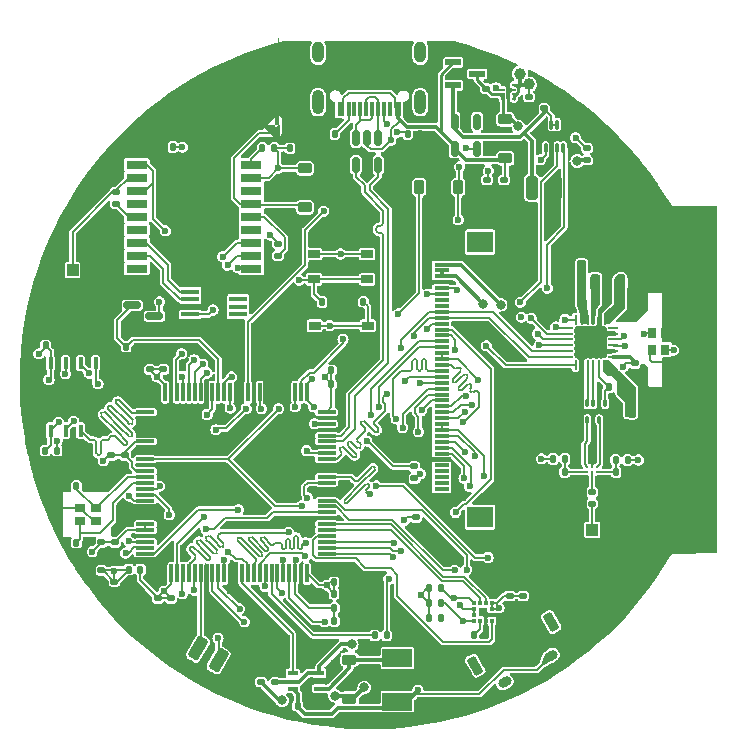
<source format=gbr>
%TF.GenerationSoftware,KiCad,Pcbnew,8.0.1*%
%TF.CreationDate,2024-09-23T16:13:28-04:00*%
%TF.ProjectId,stm32h7,73746d33-3268-4372-9e6b-696361645f70,rev?*%
%TF.SameCoordinates,Original*%
%TF.FileFunction,Copper,L1,Top*%
%TF.FilePolarity,Positive*%
%FSLAX46Y46*%
G04 Gerber Fmt 4.6, Leading zero omitted, Abs format (unit mm)*
G04 Created by KiCad (PCBNEW 8.0.1) date 2024-09-23 16:13:28*
%MOMM*%
%LPD*%
G01*
G04 APERTURE LIST*
G04 Aperture macros list*
%AMRoundRect*
0 Rectangle with rounded corners*
0 $1 Rounding radius*
0 $2 $3 $4 $5 $6 $7 $8 $9 X,Y pos of 4 corners*
0 Add a 4 corners polygon primitive as box body*
4,1,4,$2,$3,$4,$5,$6,$7,$8,$9,$2,$3,0*
0 Add four circle primitives for the rounded corners*
1,1,$1+$1,$2,$3*
1,1,$1+$1,$4,$5*
1,1,$1+$1,$6,$7*
1,1,$1+$1,$8,$9*
0 Add four rect primitives between the rounded corners*
20,1,$1+$1,$2,$3,$4,$5,0*
20,1,$1+$1,$4,$5,$6,$7,0*
20,1,$1+$1,$6,$7,$8,$9,0*
20,1,$1+$1,$8,$9,$2,$3,0*%
%AMHorizOval*
0 Thick line with rounded ends*
0 $1 width*
0 $2 $3 position (X,Y) of the first rounded end (center of the circle)*
0 $4 $5 position (X,Y) of the second rounded end (center of the circle)*
0 Add line between two ends*
20,1,$1,$2,$3,$4,$5,0*
0 Add two circle primitives to create the rounded ends*
1,1,$1,$2,$3*
1,1,$1,$4,$5*%
%AMFreePoly0*
4,1,50,0.364509,0.373079,0.400557,0.358147,0.402331,0.356372,0.403779,0.355902,0.406374,0.352329,0.428147,0.330557,0.436043,0.311493,0.440106,0.305902,0.441186,0.299076,0.443079,0.294509,0.443090,0.287057,0.445000,0.275000,0.445000,-0.965000,0.443079,-0.984509,0.428147,-1.020558,0.426371,-1.022333,0.425902,-1.023779,0.422332,-1.026372,0.400558,-1.048147,0.381492,-1.056044,
0.375902,-1.060106,0.371686,-1.060106,0.364509,-1.063079,0.325491,-1.063079,0.318314,-1.060106,0.314098,-1.060106,0.305304,-1.054717,0.289443,-1.048147,0.281262,-1.039984,0.274289,-1.035711,-0.965711,0.204289,-0.978147,0.219443,-0.993079,0.255491,-0.993079,0.258002,-0.993769,0.259357,-0.993079,0.263713,-0.993079,0.294509,-0.985182,0.313573,-0.984101,0.320399,-0.981119,0.323380,
-0.978147,0.330557,-0.950557,0.358147,-0.943380,0.361119,-0.940399,0.364101,-0.930371,0.366508,-0.914509,0.373079,-0.902928,0.373096,-0.895000,0.375000,0.345000,0.375000,0.364509,0.373079,0.364509,0.373079,$1*%
G04 Aperture macros list end*
%TA.AperFunction,SMDPad,CuDef*%
%ADD10R,0.990600X0.711200*%
%TD*%
%TA.AperFunction,SMDPad,CuDef*%
%ADD11RoundRect,0.140000X-0.140000X-0.170000X0.140000X-0.170000X0.140000X0.170000X-0.140000X0.170000X0*%
%TD*%
%TA.AperFunction,SMDPad,CuDef*%
%ADD12RoundRect,0.140000X0.170000X-0.140000X0.170000X0.140000X-0.170000X0.140000X-0.170000X-0.140000X0*%
%TD*%
%TA.AperFunction,SMDPad,CuDef*%
%ADD13RoundRect,0.135000X-0.135000X-0.185000X0.135000X-0.185000X0.135000X0.185000X-0.135000X0.185000X0*%
%TD*%
%TA.AperFunction,SMDPad,CuDef*%
%ADD14RoundRect,0.140000X0.140000X0.170000X-0.140000X0.170000X-0.140000X-0.170000X0.140000X-0.170000X0*%
%TD*%
%TA.AperFunction,SMDPad,CuDef*%
%ADD15RoundRect,0.147500X-0.172500X0.147500X-0.172500X-0.147500X0.172500X-0.147500X0.172500X0.147500X0*%
%TD*%
%TA.AperFunction,SMDPad,CuDef*%
%ADD16RoundRect,0.218750X-0.218750X-0.381250X0.218750X-0.381250X0.218750X0.381250X-0.218750X0.381250X0*%
%TD*%
%TA.AperFunction,SMDPad,CuDef*%
%ADD17R,1.000000X1.000000*%
%TD*%
%TA.AperFunction,SMDPad,CuDef*%
%ADD18R,1.050000X2.200000*%
%TD*%
%TA.AperFunction,SMDPad,CuDef*%
%ADD19RoundRect,0.225000X0.225000X0.375000X-0.225000X0.375000X-0.225000X-0.375000X0.225000X-0.375000X0*%
%TD*%
%TA.AperFunction,SMDPad,CuDef*%
%ADD20RoundRect,0.135000X-0.185000X0.135000X-0.185000X-0.135000X0.185000X-0.135000X0.185000X0.135000X0*%
%TD*%
%TA.AperFunction,SMDPad,CuDef*%
%ADD21R,1.300000X0.300000*%
%TD*%
%TA.AperFunction,SMDPad,CuDef*%
%ADD22R,2.200000X1.800000*%
%TD*%
%TA.AperFunction,SMDPad,CuDef*%
%ADD23RoundRect,0.150000X-0.150000X0.512500X-0.150000X-0.512500X0.150000X-0.512500X0.150000X0.512500X0*%
%TD*%
%TA.AperFunction,SMDPad,CuDef*%
%ADD24R,0.900000X0.800000*%
%TD*%
%TA.AperFunction,SMDPad,CuDef*%
%ADD25RoundRect,0.250000X0.250000X0.750000X-0.250000X0.750000X-0.250000X-0.750000X0.250000X-0.750000X0*%
%TD*%
%TA.AperFunction,SMDPad,CuDef*%
%ADD26R,1.320800X0.558800*%
%TD*%
%TA.AperFunction,SMDPad,CuDef*%
%ADD27RoundRect,0.140000X-0.170000X0.140000X-0.170000X-0.140000X0.170000X-0.140000X0.170000X0.140000X0*%
%TD*%
%TA.AperFunction,SMDPad,CuDef*%
%ADD28R,0.254000X0.254000*%
%TD*%
%TA.AperFunction,SMDPad,CuDef*%
%ADD29RoundRect,0.150000X0.150000X-0.512500X0.150000X0.512500X-0.150000X0.512500X-0.150000X-0.512500X0*%
%TD*%
%TA.AperFunction,SMDPad,CuDef*%
%ADD30R,1.524000X0.457200*%
%TD*%
%TA.AperFunction,SMDPad,CuDef*%
%ADD31R,0.800000X0.900000*%
%TD*%
%TA.AperFunction,SMDPad,CuDef*%
%ADD32RoundRect,0.147500X0.147500X0.172500X-0.147500X0.172500X-0.147500X-0.172500X0.147500X-0.172500X0*%
%TD*%
%TA.AperFunction,SMDPad,CuDef*%
%ADD33RoundRect,0.225000X-0.375000X0.225000X-0.375000X-0.225000X0.375000X-0.225000X0.375000X0.225000X0*%
%TD*%
%TA.AperFunction,SMDPad,CuDef*%
%ADD34RoundRect,0.225000X0.375000X-0.225000X0.375000X0.225000X-0.375000X0.225000X-0.375000X-0.225000X0*%
%TD*%
%TA.AperFunction,SMDPad,CuDef*%
%ADD35RoundRect,0.135000X0.135000X0.185000X-0.135000X0.185000X-0.135000X-0.185000X0.135000X-0.185000X0*%
%TD*%
%TA.AperFunction,SMDPad,CuDef*%
%ADD36R,1.800000X0.800000*%
%TD*%
%TA.AperFunction,SMDPad,CuDef*%
%ADD37R,0.850001X0.399999*%
%TD*%
%TA.AperFunction,SMDPad,CuDef*%
%ADD38RoundRect,0.062500X0.092500X0.062500X-0.092500X0.062500X-0.092500X-0.062500X0.092500X-0.062500X0*%
%TD*%
%TA.AperFunction,SMDPad,CuDef*%
%ADD39R,0.300000X1.300000*%
%TD*%
%TA.AperFunction,ComponentPad*%
%ADD40HorizOval,0.800000X0.173205X0.100000X-0.173205X-0.100000X0*%
%TD*%
%TA.AperFunction,ComponentPad*%
%ADD41RoundRect,0.131234X0.101625X-0.713551X0.567141X-0.444785X-0.101625X0.713551X-0.567141X0.444785X0*%
%TD*%
%TA.AperFunction,SMDPad,CuDef*%
%ADD42R,2.500000X1.500000*%
%TD*%
%TA.AperFunction,SMDPad,CuDef*%
%ADD43RoundRect,0.100000X0.100000X-0.425000X0.100000X0.425000X-0.100000X0.425000X-0.100000X-0.425000X0*%
%TD*%
%TA.AperFunction,HeatsinkPad*%
%ADD44R,3.000000X3.000000*%
%TD*%
%TA.AperFunction,SMDPad,CuDef*%
%ADD45RoundRect,0.250000X0.591506X0.524519X0.158494X0.774519X-0.591506X-0.524519X-0.158494X-0.774519X0*%
%TD*%
%TA.AperFunction,SMDPad,CuDef*%
%ADD46RoundRect,0.075000X-0.075000X0.225000X-0.075000X-0.225000X0.075000X-0.225000X0.075000X0.225000X0*%
%TD*%
%TA.AperFunction,SMDPad,CuDef*%
%ADD47RoundRect,0.075000X-0.237500X0.075000X-0.237500X-0.075000X0.237500X-0.075000X0.237500X0.075000X0*%
%TD*%
%TA.AperFunction,SMDPad,CuDef*%
%ADD48FreePoly0,270.000000*%
%TD*%
%TA.AperFunction,SMDPad,CuDef*%
%ADD49RoundRect,0.375000X-0.375000X1.375000X-0.375000X-1.375000X0.375000X-1.375000X0.375000X1.375000X0*%
%TD*%
%TA.AperFunction,SMDPad,CuDef*%
%ADD50R,0.600000X1.240000*%
%TD*%
%TA.AperFunction,SMDPad,CuDef*%
%ADD51R,0.300000X1.240000*%
%TD*%
%TA.AperFunction,ComponentPad*%
%ADD52O,1.000000X2.100000*%
%TD*%
%TA.AperFunction,ComponentPad*%
%ADD53O,1.000000X1.800000*%
%TD*%
%TA.AperFunction,SMDPad,CuDef*%
%ADD54RoundRect,0.150000X-0.587500X-0.150000X0.587500X-0.150000X0.587500X0.150000X-0.587500X0.150000X0*%
%TD*%
%TA.AperFunction,SMDPad,CuDef*%
%ADD55R,0.430000X0.350000*%
%TD*%
%TA.AperFunction,SMDPad,CuDef*%
%ADD56R,0.350000X0.430000*%
%TD*%
%TA.AperFunction,SMDPad,CuDef*%
%ADD57RoundRect,0.075000X-0.725000X-0.075000X0.725000X-0.075000X0.725000X0.075000X-0.725000X0.075000X0*%
%TD*%
%TA.AperFunction,SMDPad,CuDef*%
%ADD58RoundRect,0.075000X-0.075000X-0.725000X0.075000X-0.725000X0.075000X0.725000X-0.075000X0.725000X0*%
%TD*%
%TA.AperFunction,SMDPad,CuDef*%
%ADD59RoundRect,0.062500X0.350000X0.062500X-0.350000X0.062500X-0.350000X-0.062500X0.350000X-0.062500X0*%
%TD*%
%TA.AperFunction,SMDPad,CuDef*%
%ADD60RoundRect,0.062500X0.062500X0.350000X-0.062500X0.350000X-0.062500X-0.350000X0.062500X-0.350000X0*%
%TD*%
%TA.AperFunction,HeatsinkPad*%
%ADD61R,2.600000X2.600000*%
%TD*%
%TA.AperFunction,SMDPad,CuDef*%
%ADD62RoundRect,0.033750X-0.101250X0.346250X-0.101250X-0.346250X0.101250X-0.346250X0.101250X0.346250X0*%
%TD*%
%TA.AperFunction,SMDPad,CuDef*%
%ADD63R,1.300000X0.900000*%
%TD*%
%TA.AperFunction,ViaPad*%
%ADD64C,0.600000*%
%TD*%
%TA.AperFunction,ViaPad*%
%ADD65C,1.000000*%
%TD*%
%TA.AperFunction,ViaPad*%
%ADD66C,0.800000*%
%TD*%
%TA.AperFunction,Conductor*%
%ADD67C,0.200000*%
%TD*%
%TA.AperFunction,Conductor*%
%ADD68C,0.350000*%
%TD*%
%TA.AperFunction,Conductor*%
%ADD69C,0.300000*%
%TD*%
%TA.AperFunction,Conductor*%
%ADD70C,0.250000*%
%TD*%
%TA.AperFunction,Conductor*%
%ADD71C,0.150000*%
%TD*%
%TA.AperFunction,Conductor*%
%ADD72C,0.156464*%
%TD*%
G04 APERTURE END LIST*
D10*
%TO.P,SW2,1,1*%
%TO.N,NRST*%
X125399998Y-67416501D03*
%TO.P,SW2,2,2*%
X129900000Y-67416501D03*
%TO.P,SW2,3,3*%
%TO.N,GND*%
X125399998Y-69566499D03*
%TO.P,SW2,4,4*%
X129900000Y-69566499D03*
%TD*%
%TO.P,SW3,1,1*%
%TO.N,+3V3*%
X125349998Y-61350000D03*
%TO.P,SW3,2,2*%
X129850000Y-61350000D03*
%TO.P,SW3,3,3*%
%TO.N,Net-(U1-BOOT0)*%
X125349998Y-63499998D03*
%TO.P,SW3,4,4*%
X129850000Y-63499998D03*
%TD*%
D11*
%TO.P,C27,1*%
%TO.N,+3V3*%
X126820000Y-72400000D03*
%TO.P,C27,2*%
%TO.N,GND*%
X127780000Y-72400000D03*
%TD*%
%TO.P,C33,1*%
%TO.N,Net-(U8-C1)*%
X138900000Y-93650000D03*
%TO.P,C33,2*%
%TO.N,GND*%
X139860000Y-93650000D03*
%TD*%
%TO.P,C11,1*%
%TO.N,+3V3*%
X102620000Y-69100000D03*
%TO.P,C11,2*%
%TO.N,GND*%
X103580000Y-69100000D03*
%TD*%
%TO.P,C14,1*%
%TO.N,VCC*%
X123970000Y-99600000D03*
%TO.P,C14,2*%
%TO.N,GND*%
X124930000Y-99600000D03*
%TD*%
D12*
%TO.P,C39,1*%
%TO.N,GND*%
X141900000Y-91260000D03*
%TO.P,C39,2*%
%TO.N,+3V3*%
X141900000Y-90300000D03*
%TD*%
D13*
%TO.P,R18,1*%
%TO.N,QSPI_NCS*%
X102590000Y-78000000D03*
%TO.P,R18,2*%
%TO.N,+3V3*%
X103610000Y-78000000D03*
%TD*%
D11*
%TO.P,C16,1*%
%TO.N,+3V3*%
X123320000Y-52400000D03*
%TO.P,C16,2*%
%TO.N,GND*%
X124280000Y-52400000D03*
%TD*%
D13*
%TO.P,R1,1*%
%TO.N,Net-(U1-BOOT0)*%
X126030000Y-65400000D03*
%TO.P,R1,2*%
%TO.N,GND*%
X127050000Y-65400000D03*
%TD*%
D14*
%TO.P,C18,1*%
%TO.N,+3V3*%
X147880000Y-65100000D03*
%TO.P,C18,2*%
%TO.N,GND*%
X146920000Y-65100000D03*
%TD*%
D15*
%TO.P,L3,1,1*%
%TO.N,Net-(ATGM336H1-RF_IN)*%
X108600000Y-56115000D03*
%TO.P,L3,2,2*%
%TO.N,Net-(ATGM336H1-VCC_RF)*%
X108600000Y-57085000D03*
%TD*%
D13*
%TO.P,R12,1*%
%TO.N,Net-(U12-CTRL)*%
X150890000Y-78800000D03*
%TO.P,R12,2*%
%TO.N,ANT_SW_CTRL*%
X151910000Y-78800000D03*
%TD*%
D16*
%TO.P,L4,1*%
%TO.N,Net-(U6-DCC_SW)*%
X149157500Y-63770000D03*
%TO.P,L4,2*%
%TO.N,Net-(U6-VREG)*%
X151282500Y-63770000D03*
%TD*%
D17*
%TO.P,J4,1,In*%
%TO.N,Net-(J4-In)*%
X148900000Y-84700000D03*
D18*
%TO.P,J4,2,Ext*%
%TO.N,GND*%
X150375000Y-86200000D03*
D17*
X148900000Y-87700000D03*
D18*
X147425000Y-86200000D03*
%TD*%
D19*
%TO.P,D4,1,K*%
%TO.N,LDO_EN*%
X137550000Y-55700000D03*
%TO.P,D4,2,A*%
%TO.N,BTN*%
X134250000Y-55700000D03*
%TD*%
D20*
%TO.P,R9,1*%
%TO.N,VBUS*%
X141450000Y-55090000D03*
%TO.P,R9,2*%
%TO.N,GND*%
X141450000Y-56110000D03*
%TD*%
D13*
%TO.P,R7,1*%
%TO.N,Net-(J1-CC1)*%
X133290000Y-51200000D03*
%TO.P,R7,2*%
%TO.N,GND*%
X134310000Y-51200000D03*
%TD*%
D11*
%TO.P,C30,1*%
%TO.N,+3V3*%
X127050000Y-90100000D03*
%TO.P,C30,2*%
%TO.N,GND*%
X128010000Y-90100000D03*
%TD*%
D21*
%TO.P,J5,1,Pin_1*%
%TO.N,GND*%
X136150000Y-81750000D03*
%TO.P,J5,2,Pin_2*%
%TO.N,unconnected-(J5-Pin_2-Pad2)*%
X136150000Y-81250000D03*
%TO.P,J5,3,Pin_3*%
%TO.N,unconnected-(J5-Pin_3-Pad3)*%
X136150000Y-80750000D03*
%TO.P,J5,4,Pin_4*%
%TO.N,unconnected-(J5-Pin_4-Pad4)*%
X136150000Y-80250000D03*
%TO.P,J5,5,Pin_5*%
%TO.N,unconnected-(J5-Pin_5-Pad5)*%
X136150000Y-79750000D03*
%TO.P,J5,6,Pin_6*%
%TO.N,unconnected-(J5-Pin_6-Pad6)*%
X136150000Y-79250000D03*
%TO.P,J5,7,Pin_7*%
%TO.N,GND*%
X136150000Y-78750000D03*
%TO.P,J5,8,Pin_8*%
%TO.N,LCD_R5*%
X136150000Y-78250000D03*
%TO.P,J5,9,Pin_9*%
%TO.N,LCD_R4*%
X136150000Y-77750000D03*
%TO.P,J5,10,Pin_10*%
%TO.N,LCD_R3*%
X136150000Y-77250000D03*
%TO.P,J5,11,Pin_11*%
%TO.N,LCD_R2*%
X136150000Y-76750000D03*
%TO.P,J5,12,Pin_12*%
%TO.N,LCD_R1*%
X136150000Y-76250000D03*
%TO.P,J5,13,Pin_13*%
X136150000Y-75750000D03*
%TO.P,J5,14,Pin_14*%
%TO.N,LCD_G5*%
X136150000Y-75250000D03*
%TO.P,J5,15,Pin_15*%
%TO.N,LCD_G4*%
X136150000Y-74750000D03*
%TO.P,J5,16,Pin_16*%
%TO.N,LCD_G3*%
X136150000Y-74250000D03*
%TO.P,J5,17,Pin_17*%
%TO.N,LCD_G2*%
X136150000Y-73750000D03*
%TO.P,J5,18,Pin_18*%
%TO.N,LCD_G1*%
X136150000Y-73250000D03*
%TO.P,J5,19,Pin_19*%
%TO.N,LCD_G0*%
X136150000Y-72750000D03*
%TO.P,J5,20,Pin_20*%
%TO.N,LCD_B5*%
X136150000Y-72250000D03*
%TO.P,J5,21,Pin_21*%
%TO.N,LCD_B4*%
X136150000Y-71750000D03*
%TO.P,J5,22,Pin_22*%
%TO.N,LCD_B3*%
X136150000Y-71250000D03*
%TO.P,J5,23,Pin_23*%
%TO.N,LCD_B2*%
X136150000Y-70750000D03*
%TO.P,J5,24,Pin_24*%
%TO.N,LCD_B1*%
X136150000Y-70250000D03*
%TO.P,J5,25,Pin_25*%
X136150000Y-69750000D03*
%TO.P,J5,26,Pin_26*%
%TO.N,LCD_HSYNC*%
X136150000Y-69250000D03*
%TO.P,J5,27,Pin_27*%
%TO.N,LCD_VSYNC*%
X136150000Y-68750000D03*
%TO.P,J5,28,Pin_28*%
%TO.N,LCD_DE*%
X136150000Y-68250000D03*
%TO.P,J5,29,Pin_29*%
%TO.N,Net-(J5-Pin_29)*%
X136150000Y-67750000D03*
%TO.P,J5,30,Pin_30*%
%TO.N,LCD_CS*%
X136150000Y-67250000D03*
%TO.P,J5,31,Pin_31*%
%TO.N,SCK*%
X136150000Y-66750000D03*
%TO.P,J5,32,Pin_32*%
%TO.N,MOSI*%
X136150000Y-66250000D03*
%TO.P,J5,33,Pin_33*%
%TO.N,unconnected-(J5-Pin_33-Pad33)*%
X136150000Y-65750000D03*
%TO.P,J5,34,Pin_34*%
%TO.N,unconnected-(J5-Pin_34-Pad34)*%
X136150000Y-65250000D03*
%TO.P,J5,35,Pin_35*%
%TO.N,LCD_RST*%
X136150000Y-64750000D03*
%TO.P,J5,36,Pin_36*%
%TO.N,+3V3*%
X136150000Y-64250000D03*
%TO.P,J5,37,Pin_37*%
%TO.N,GND*%
X136150000Y-63750000D03*
%TO.P,J5,38,Pin_38*%
%TO.N,BL_CATHODE*%
X136150000Y-63250000D03*
%TO.P,J5,39,Pin_39*%
X136150000Y-62750000D03*
%TO.P,J5,40,Pin_40*%
%TO.N,BL_ANODE*%
X136150000Y-62250000D03*
D22*
%TO.P,J5,MP*%
%TO.N,N/C*%
X139400000Y-83650000D03*
X139400000Y-60350000D03*
%TD*%
D23*
%TO.P,U4,1,STAT*%
%TO.N,/Power + USB/BATT_STAT*%
X139150000Y-50150000D03*
%TO.P,U4,2,V_{SS}*%
%TO.N,GND*%
X138200000Y-50150000D03*
%TO.P,U4,3,V_{BAT}*%
%TO.N,+BATT*%
X137250000Y-50150000D03*
%TO.P,U4,4,V_{DD}*%
%TO.N,VBUS*%
X137250000Y-52425000D03*
%TO.P,U4,5,PROG*%
%TO.N,Net-(U4-PROG)*%
X139150000Y-52425000D03*
%TD*%
D24*
%TO.P,Y1,1,1*%
%TO.N,PH0*%
X106900000Y-82900000D03*
%TO.P,Y1,2,2*%
%TO.N,GND*%
X105500000Y-82900000D03*
%TO.P,Y1,3,3*%
%TO.N,PH1*%
X105500000Y-84000000D03*
%TO.P,Y1,4,4*%
%TO.N,GND*%
X106900000Y-84000000D03*
%TD*%
D11*
%TO.P,C29,1*%
%TO.N,+3V3*%
X127050000Y-89150000D03*
%TO.P,C29,2*%
%TO.N,GND*%
X128010000Y-89150000D03*
%TD*%
D12*
%TO.P,C3,1*%
%TO.N,GND*%
X139900000Y-48310000D03*
%TO.P,C3,2*%
%TO.N,VCC*%
X139900000Y-47350000D03*
%TD*%
D11*
%TO.P,C4,1*%
%TO.N,PH1*%
X105220000Y-85800000D03*
%TO.P,C4,2*%
%TO.N,GND*%
X106180000Y-85800000D03*
%TD*%
D25*
%TO.P,J2,1,Pin_1*%
%TO.N,+BATT*%
X143800000Y-55750000D03*
%TO.P,J2,2,Pin_2*%
%TO.N,GND*%
X145800000Y-55750000D03*
%TD*%
D26*
%TO.P,U7,1,G*%
%TO.N,VBUS*%
X137134000Y-45134800D03*
%TO.P,U7,2,S*%
%TO.N,+BATT*%
X137134000Y-47065200D03*
%TO.P,U7,3,D*%
%TO.N,VCC*%
X139166000Y-46100000D03*
%TD*%
D11*
%TO.P,C20,1*%
%TO.N,Net-(U6-VR_PA)*%
X152220000Y-74800000D03*
%TO.P,C20,2*%
%TO.N,GND*%
X153180000Y-74800000D03*
%TD*%
D12*
%TO.P,C38,1*%
%TO.N,GND*%
X143050000Y-91260000D03*
%TO.P,C38,2*%
%TO.N,+3V3*%
X143050000Y-90300000D03*
%TD*%
D27*
%TO.P,C24,1*%
%TO.N,+3V3*%
X134000000Y-83650000D03*
%TO.P,C24,2*%
%TO.N,GND*%
X134000000Y-84610000D03*
%TD*%
D14*
%TO.P,C2,1*%
%TO.N,GND*%
X128030000Y-91300000D03*
%TO.P,C2,2*%
%TO.N,Net-(C1-Pad2)*%
X127070000Y-91300000D03*
%TD*%
D28*
%TO.P,U12,1,RF2*%
%TO.N,Net-(FL1-SW_RFO)*%
X149299998Y-79400000D03*
%TO.P,U12,2,GND*%
%TO.N,GND*%
X148899999Y-79400000D03*
%TO.P,U12,3,RF1*%
%TO.N,Net-(FL1-SW_RFI)*%
X148500000Y-79400000D03*
%TO.P,U12,4,VDD*%
%TO.N,Net-(U12-VDD)*%
X148500000Y-79806400D03*
%TO.P,U12,5,RFIN*%
%TO.N,Net-(U12-RFIN)*%
X148899999Y-79806400D03*
%TO.P,U12,6,CTRL*%
%TO.N,Net-(U12-CTRL)*%
X149299998Y-79806400D03*
%TD*%
D20*
%TO.P,R8,1*%
%TO.N,Net-(U4-PROG)*%
X140000000Y-55090000D03*
%TO.P,R8,2*%
%TO.N,GND*%
X140000000Y-56110000D03*
%TD*%
D27*
%TO.P,C9,1*%
%TO.N,+3V3*%
X108500000Y-85770000D03*
%TO.P,C9,2*%
%TO.N,GND*%
X108500000Y-86730000D03*
%TD*%
D29*
%TO.P,U3,1,I/O1*%
%TO.N,USB_D+*%
X128900000Y-53800000D03*
%TO.P,U3,2,GND*%
%TO.N,GND*%
X129850000Y-53800000D03*
%TO.P,U3,3,I/O2*%
%TO.N,USB_D-*%
X130800000Y-53800000D03*
%TO.P,U3,4,I/O2*%
%TO.N,Net-(J1-D--PadA7)*%
X130800000Y-51525000D03*
%TO.P,U3,5,VBUS*%
%TO.N,VBUS*%
X129850000Y-51525000D03*
%TO.P,U3,6,I/O1*%
%TO.N,Net-(J1-D+-PadA6)*%
X128900000Y-51525000D03*
%TD*%
D30*
%TO.P,U5,1,A0*%
%TO.N,unconnected-(U5-A0-Pad1)*%
X118932000Y-66465200D03*
%TO.P,U5,2,A1*%
%TO.N,unconnected-(U5-A1-Pad2)*%
X118932000Y-65830200D03*
%TO.P,U5,3,A2*%
%TO.N,unconnected-(U5-A2-Pad3)*%
X118932000Y-65169800D03*
%TO.P,U5,4,VSS*%
%TO.N,GND*%
X118932000Y-64534800D03*
%TO.P,U5,5,SDA*%
%TO.N,Net-(ATGM336H1-SDA)*%
X114868000Y-64534800D03*
%TO.P,U5,6,SCL*%
%TO.N,Net-(ATGM336H1-SCL)*%
X114868000Y-65169800D03*
%TO.P,U5,7,WP*%
%TO.N,GND*%
X114868000Y-65830200D03*
%TO.P,U5,8,VCC*%
%TO.N,+3V3*%
X114868000Y-66465200D03*
%TD*%
D31*
%TO.P,Q1_Xtal1,1,1*%
%TO.N,Net-(U6-XTB)*%
X153980000Y-68050000D03*
%TO.P,Q1_Xtal1,2,2*%
%TO.N,GND*%
X153980000Y-69450000D03*
%TO.P,Q1_Xtal1,3,3*%
%TO.N,Net-(U6-XTA)*%
X155080000Y-69450000D03*
%TO.P,Q1_Xtal1,4,4*%
%TO.N,GND*%
X155080000Y-68050000D03*
%TD*%
D20*
%TO.P,R11,1*%
%TO.N,LDO_EN*%
X148450000Y-52390000D03*
%TO.P,R11,2*%
%TO.N,VCC*%
X148450000Y-53410000D03*
%TD*%
D32*
%TO.P,FB1,1*%
%TO.N,+3V3*%
X110635000Y-88080000D03*
%TO.P,FB1,2*%
X109665000Y-88080000D03*
%TD*%
D20*
%TO.P,R19,1*%
%TO.N,LCD_CS*%
X133850000Y-79340000D03*
%TO.P,R19,2*%
%TO.N,+3V3*%
X133850000Y-80360000D03*
%TD*%
D11*
%TO.P,C23,1*%
%TO.N,Net-(U6-VR_PA)*%
X152220000Y-73700000D03*
%TO.P,C23,2*%
%TO.N,GND*%
X153180000Y-73700000D03*
%TD*%
D13*
%TO.P,R16,1*%
%TO.N,+3V3*%
X135090000Y-89600000D03*
%TO.P,R16,2*%
%TO.N,SCL*%
X136110000Y-89600000D03*
%TD*%
D14*
%TO.P,C5,1*%
%TO.N,GND*%
X106180000Y-81000000D03*
%TO.P,C5,2*%
%TO.N,PH0*%
X105220000Y-81000000D03*
%TD*%
D13*
%TO.P,R15,1*%
%TO.N,+3V3*%
X135090000Y-92150000D03*
%TO.P,R15,2*%
%TO.N,/Accel & Magnetometer/CS_MAG*%
X136110000Y-92150000D03*
%TD*%
D12*
%TO.P,C12,1*%
%TO.N,GND*%
X143550000Y-49010000D03*
%TO.P,C12,2*%
%TO.N,+3V3*%
X143550000Y-48050000D03*
%TD*%
%TO.P,C34,1*%
%TO.N,+3V3*%
X112600000Y-71130000D03*
%TO.P,C34,2*%
%TO.N,GND*%
X112600000Y-70170000D03*
%TD*%
D33*
%TO.P,D1,1,K*%
%TO.N,VCC*%
X141550000Y-49950000D03*
%TO.P,D1,2,A*%
%TO.N,VBUS*%
X141550000Y-53250000D03*
%TD*%
D34*
%TO.P,D3,1,K*%
%TO.N,BL_ANODE*%
X128350000Y-99000000D03*
%TO.P,D3,2,A*%
%TO.N,Net-(D3-A)*%
X128350000Y-95700000D03*
%TD*%
D27*
%TO.P,C10,1*%
%TO.N,+3V3*%
X107350000Y-85770000D03*
%TO.P,C10,2*%
%TO.N,GND*%
X107350000Y-86730000D03*
%TD*%
D20*
%TO.P,R2,1*%
%TO.N,GND*%
X122050000Y-96590000D03*
%TO.P,R2,2*%
%TO.N,BL_CATHODE*%
X122050000Y-97610000D03*
%TD*%
D12*
%TO.P,C13,1*%
%TO.N,+BATT*%
X144850000Y-49030000D03*
%TO.P,C13,2*%
%TO.N,GND*%
X144850000Y-48070000D03*
%TD*%
D27*
%TO.P,C22,1*%
%TO.N,GND*%
X120850000Y-96620000D03*
%TO.P,C22,2*%
%TO.N,BL_ANODE*%
X120850000Y-97580000D03*
%TD*%
D12*
%TO.P,C19,1*%
%TO.N,Net-(J4-In)*%
X148900000Y-82480000D03*
%TO.P,C19,2*%
%TO.N,Net-(U12-RFIN)*%
X148900000Y-81520000D03*
%TD*%
D14*
%TO.P,C32,1*%
%TO.N,Net-(U12-VDD)*%
X146580000Y-79800000D03*
%TO.P,C32,2*%
%TO.N,GND*%
X145620000Y-79800000D03*
%TD*%
D20*
%TO.P,R4,1*%
%TO.N,+3V3*%
X122300000Y-60490000D03*
%TO.P,R4,2*%
%TO.N,/gps/ON{slash}OFF*%
X122300000Y-61510000D03*
%TD*%
D35*
%TO.P,R3,1*%
%TO.N,+3V3*%
X122000000Y-52400000D03*
%TO.P,R3,2*%
%TO.N,GPS_RESET*%
X120980000Y-52400000D03*
%TD*%
D34*
%TO.P,D2,1,K*%
%TO.N,Net-(ATGM336H1-VBAT)*%
X124600000Y-57400000D03*
%TO.P,D2,2,A*%
%TO.N,+3V3*%
X124600000Y-54100000D03*
%TD*%
D36*
%TO.P,ATGM336H1,1,GND*%
%TO.N,Net-(ATGM336H1-GND)*%
X110350000Y-53800000D03*
X110350000Y-56000000D03*
X120050000Y-62600000D03*
%TO.P,ATGM336H1,2,TXD*%
%TO.N,GPS_TXD*%
X120050000Y-61500000D03*
%TO.P,ATGM336H1,3,RXD*%
%TO.N,GPS_RXD*%
X120050000Y-60400000D03*
%TO.P,ATGM336H1,4,1PPS*%
%TO.N,unconnected-(ATGM336H1-1PPS-Pad4)*%
X120050000Y-59300000D03*
%TO.P,ATGM336H1,5,ON/OFF*%
%TO.N,/gps/ON{slash}OFF*%
X120050000Y-58200000D03*
%TO.P,ATGM336H1,6,VBAT*%
%TO.N,Net-(ATGM336H1-VBAT)*%
X120050000Y-57100000D03*
%TO.P,ATGM336H1,8,VCC*%
%TO.N,+3V3*%
X120050000Y-54900000D03*
%TO.P,ATGM336H1,9,nReset*%
%TO.N,GPS_RESET*%
X120050000Y-53800000D03*
%TO.P,ATGM336H1,11,RF_IN*%
%TO.N,Net-(ATGM336H1-RF_IN)*%
X110350000Y-54900000D03*
%TO.P,ATGM336H1,14,VCC_RF*%
%TO.N,Net-(ATGM336H1-VCC_RF)*%
X110350000Y-58200000D03*
%TO.P,ATGM336H1,16,SDA*%
%TO.N,Net-(ATGM336H1-SDA)*%
X110350000Y-60400000D03*
%TO.P,ATGM336H1,17,SCL*%
%TO.N,Net-(ATGM336H1-SCL)*%
X110350000Y-61500000D03*
%TO.P,ATGM336H1,NC*%
%TO.N,N/C*%
X110350000Y-57100000D03*
X110350000Y-59300000D03*
X110350000Y-62600000D03*
X120050000Y-56000000D03*
%TD*%
D14*
%TO.P,C15,1*%
%TO.N,+3V3*%
X113400000Y-52300000D03*
%TO.P,C15,2*%
%TO.N,GND*%
X112440000Y-52300000D03*
%TD*%
D11*
%TO.P,C31,1*%
%TO.N,Net-(U12-CTRL)*%
X150920000Y-79800000D03*
%TO.P,C31,2*%
%TO.N,GND*%
X151880000Y-79800000D03*
%TD*%
D35*
%TO.P,R10,1*%
%TO.N,GND*%
X110460000Y-69200000D03*
%TO.P,R10,2*%
%TO.N,GPS_ON*%
X109440000Y-69200000D03*
%TD*%
D37*
%TO.P,U11,1,SW*%
%TO.N,Net-(D3-A)*%
X125800000Y-98150000D03*
%TO.P,U11,2,GND*%
%TO.N,GND*%
X125800000Y-97499999D03*
%TO.P,U11,3,FB*%
%TO.N,BL_CATHODE*%
X125800000Y-96850000D03*
%TO.P,U11,4,CTRL*%
%TO.N,LCD_BL*%
X123549999Y-96850000D03*
%TO.P,U11,5,VIN*%
%TO.N,VCC*%
X123549999Y-98150000D03*
%TD*%
D38*
%TO.P,U2,1,OUT*%
%TO.N,+3V3*%
X142255000Y-48243674D03*
%TO.P,U2,2,OUT__1*%
X142255000Y-47843674D03*
%TO.P,U2,3,N/C*%
%TO.N,GND*%
X142255000Y-47443674D03*
%TO.P,U2,4,FB/ADJ*%
%TO.N,+3V3*%
X142255000Y-47043674D03*
%TO.P,U2,5,GND*%
%TO.N,GND*%
X141345000Y-47043674D03*
%TO.P,U2,6,EN*%
%TO.N,LDO_EN*%
X141345000Y-47443674D03*
%TO.P,U2,7,IN*%
%TO.N,VCC*%
X141345000Y-47843674D03*
%TO.P,U2,8,IN__1*%
X141345000Y-48243674D03*
D39*
%TO.P,U2,9,EPAD*%
%TO.N,GND*%
X141800000Y-47643674D03*
%TD*%
D40*
%TO.P,SW1,1,1*%
%TO.N,BTN*%
X141509397Y-97626403D03*
%TO.P,SW1,2,2*%
%TO.N,VCC*%
X145397851Y-95381403D03*
D41*
%TO.P,SW1,3*%
%TO.N,N/C*%
X145417248Y-92495000D03*
%TO.P,SW1,4*%
X139000000Y-96200000D03*
%TD*%
D42*
%TO.P,L1,1*%
%TO.N,VCC*%
X132400000Y-99250000D03*
%TO.P,L1,2*%
%TO.N,Net-(D3-A)*%
X132400000Y-95550000D03*
%TD*%
D43*
%TO.P,U9,1,~{S}*%
%TO.N,QSPI_NCS*%
X103045000Y-76300000D03*
%TO.P,U9,2,DQ1*%
%TO.N,QSPI_D1*%
X104315000Y-76300000D03*
%TO.P,U9,3,~{W}/DQ2*%
%TO.N,QSPI_D2*%
X105585000Y-76300000D03*
%TO.P,U9,4,VSS*%
%TO.N,GND*%
X106855000Y-76300000D03*
%TO.P,U9,5,DQ0*%
%TO.N,QSPI_D0*%
X106855000Y-70600000D03*
%TO.P,U9,6,C*%
%TO.N,QSPI_CLK*%
X105585000Y-70600000D03*
%TO.P,U9,7,~{RESET}/DQ3*%
%TO.N,QSPI_D3*%
X104315000Y-70600000D03*
%TO.P,U9,8,VCC*%
%TO.N,+3V3*%
X103045000Y-70600000D03*
D44*
%TO.P,U9,9,PAD*%
%TO.N,GND*%
X104950000Y-73450000D03*
%TD*%
D45*
%TO.P,J6,1,Pin_1*%
%TO.N,Net-(J6-Pin_1)*%
X115533974Y-94750001D03*
%TO.P,J6,2,Pin_2*%
%TO.N,Net-(J6-Pin_2)*%
X117266026Y-95749999D03*
%TD*%
D46*
%TO.P,FL1,1,RFO*%
%TO.N,Net-(FL1-RFO)*%
X150000000Y-74000000D03*
%TO.P,FL1,2,GND*%
%TO.N,GND*%
X149500000Y-74000000D03*
%TO.P,FL1,3,RFI_N*%
%TO.N,Net-(FL1-RFI_N)*%
X149000000Y-74000000D03*
%TO.P,FL1,4,RFI_P*%
%TO.N,Net-(FL1-RFI_P)*%
X148500000Y-74000000D03*
D47*
%TO.P,FL1,5,GND*%
%TO.N,GND*%
X148187500Y-74700000D03*
D46*
%TO.P,FL1,6,SW_RFI*%
%TO.N,Net-(FL1-SW_RFI)*%
X148500000Y-75400000D03*
%TO.P,FL1,7,GND*%
%TO.N,GND*%
X149000000Y-75400000D03*
%TO.P,FL1,8,SW_RFO*%
%TO.N,Net-(FL1-SW_RFO)*%
X149500000Y-75400000D03*
%TO.P,FL1,9,GND*%
%TO.N,GND*%
X150000000Y-75400000D03*
D47*
%TO.P,FL1,10,GND*%
X150312500Y-74700000D03*
%TD*%
D48*
%TO.P,BT1,1,+*%
%TO.N,Net-(ATGM336H1-VBAT)*%
X122050000Y-50800000D03*
D49*
%TO.P,BT1,2,-*%
%TO.N,GND*%
X116785000Y-49395000D03*
%TD*%
D14*
%TO.P,C1,1*%
%TO.N,GND*%
X128030000Y-92450000D03*
%TO.P,C1,2*%
%TO.N,Net-(C1-Pad2)*%
X127070000Y-92450000D03*
%TD*%
D27*
%TO.P,C35,1*%
%TO.N,+3V3*%
X108200000Y-78400000D03*
%TO.P,C35,2*%
%TO.N,GND*%
X108200000Y-79360000D03*
%TD*%
%TO.P,C17,1*%
%TO.N,+3V3*%
X152500000Y-70620000D03*
%TO.P,C17,2*%
%TO.N,GND*%
X152500000Y-71580000D03*
%TD*%
D50*
%TO.P,J1,A1,GND*%
%TO.N,GND*%
X133225000Y-49090000D03*
%TO.P,J1,A4,VBUS*%
%TO.N,VBUS*%
X132425000Y-49090000D03*
D51*
%TO.P,J1,A5,CC1*%
%TO.N,Net-(J1-CC1)*%
X131275000Y-49090000D03*
%TO.P,J1,A6,D+*%
%TO.N,Net-(J1-D+-PadA6)*%
X130275000Y-49090000D03*
%TO.P,J1,A7,D-*%
%TO.N,Net-(J1-D--PadA7)*%
X129775000Y-49090000D03*
%TO.P,J1,A8*%
%TO.N,N/C*%
X128775000Y-49090000D03*
D50*
%TO.P,J1,A9,VBUS*%
%TO.N,VBUS*%
X127625000Y-49090000D03*
%TO.P,J1,A12,GND*%
%TO.N,GND*%
X126825000Y-49090000D03*
%TO.P,J1,B1,GND*%
X126825000Y-49090000D03*
%TO.P,J1,B4,VBUS*%
%TO.N,VBUS*%
X127625000Y-49090000D03*
D51*
%TO.P,J1,B5,CC2*%
%TO.N,Net-(J1-CC2)*%
X128275000Y-49090000D03*
%TO.P,J1,B6,D+*%
%TO.N,Net-(J1-D+-PadA6)*%
X129275000Y-49090000D03*
%TO.P,J1,B7,D-*%
%TO.N,Net-(J1-D--PadA7)*%
X130775000Y-49090000D03*
%TO.P,J1,B8*%
%TO.N,N/C*%
X131775000Y-49090000D03*
D50*
%TO.P,J1,B9,VBUS*%
%TO.N,VBUS*%
X132425000Y-49090000D03*
%TO.P,J1,B12,GND*%
%TO.N,GND*%
X133225000Y-49090000D03*
D52*
%TO.P,J1,S1,SHIELD*%
%TO.N,unconnected-(J1-SHIELD-PadS1)_1*%
X134345000Y-48490000D03*
D53*
%TO.N,unconnected-(J1-SHIELD-PadS1)_2*%
X134345000Y-44290000D03*
D52*
%TO.N,unconnected-(J1-SHIELD-PadS1)*%
X125705000Y-48490000D03*
D53*
%TO.N,unconnected-(J1-SHIELD-PadS1)_0*%
X125705000Y-44290000D03*
%TD*%
D54*
%TO.P,Q1,1,G*%
%TO.N,GPS_ON*%
X109962500Y-65687500D03*
%TO.P,Q1,2,S*%
%TO.N,GND*%
X109962500Y-67587500D03*
%TO.P,Q1,3,D*%
%TO.N,Net-(ATGM336H1-GND)*%
X111837500Y-66637500D03*
%TD*%
D12*
%TO.P,C28,1*%
%TO.N,+3V3*%
X111450000Y-71130000D03*
%TO.P,C28,2*%
%TO.N,GND*%
X111450000Y-70170000D03*
%TD*%
D35*
%TO.P,R13,1*%
%TO.N,Net-(U12-VDD)*%
X146610000Y-78700000D03*
%TO.P,R13,2*%
%TO.N,+3V3*%
X145590000Y-78700000D03*
%TD*%
D11*
%TO.P,C6,1*%
%TO.N,GND*%
X128570000Y-65400000D03*
%TO.P,C6,2*%
%TO.N,NRST*%
X129530000Y-65400000D03*
%TD*%
D35*
%TO.P,R6,1*%
%TO.N,Net-(J1-CC2)*%
X127110000Y-51200000D03*
%TO.P,R6,2*%
%TO.N,GND*%
X126090000Y-51200000D03*
%TD*%
D32*
%TO.P,L5,1,1*%
%TO.N,Net-(U6-VR_PA)*%
X151285000Y-72600000D03*
%TO.P,L5,2,2*%
%TO.N,Net-(FL1-RFO)*%
X150315000Y-72600000D03*
%TD*%
D13*
%TO.P,R5,1*%
%TO.N,LCD_PCLK*%
X130490000Y-93650000D03*
%TO.P,R5,2*%
%TO.N,Net-(J5-Pin_29)*%
X131510000Y-93650000D03*
%TD*%
D27*
%TO.P,C25,1*%
%TO.N,+3V3*%
X113250000Y-90500000D03*
%TO.P,C25,2*%
%TO.N,GND*%
X113250000Y-91460000D03*
%TD*%
D13*
%TO.P,R17,1*%
%TO.N,+3V3*%
X135080000Y-90900000D03*
%TO.P,R17,2*%
%TO.N,SDA*%
X136100000Y-90900000D03*
%TD*%
D27*
%TO.P,C37,1*%
%TO.N,+3V3*%
X112150000Y-90500000D03*
%TO.P,C37,2*%
%TO.N,GND*%
X112150000Y-91460000D03*
%TD*%
%TO.P,C8,1*%
%TO.N,+3V3*%
X108450000Y-89100000D03*
%TO.P,C8,2*%
%TO.N,GND*%
X108450000Y-90060000D03*
%TD*%
D55*
%TO.P,U8,1,SCL/SPC*%
%TO.N,SCL*%
X138910000Y-90900000D03*
%TO.P,U8,2,CS_XL*%
%TO.N,/Accel & Magnetometer/CS_MAG*%
X138910000Y-91400000D03*
%TO.P,U8,3,CS_MAG*%
X138910000Y-91900000D03*
%TO.P,U8,4,SDA/SDI/SDO*%
%TO.N,SDA*%
X138910000Y-92400000D03*
D56*
%TO.P,U8,5,C1*%
%TO.N,Net-(U8-C1)*%
X139405000Y-92395000D03*
%TO.P,U8,6,GND*%
%TO.N,GND*%
X139905000Y-92395000D03*
D55*
%TO.P,U8,7,INT_MAG/DRDY*%
%TO.N,INT_MAG*%
X140400000Y-92400000D03*
%TO.P,U8,8,GND*%
%TO.N,GND*%
X140400000Y-91900000D03*
%TO.P,U8,9,VDD*%
%TO.N,+3V3*%
X140400000Y-91400000D03*
%TO.P,U8,10,VDD_IO*%
X140400000Y-90900000D03*
D56*
%TO.P,U8,11,INT_2_XL*%
%TO.N,XL_INT1*%
X139905000Y-90905000D03*
%TO.P,U8,12,INT_1_XL*%
%TO.N,XL_INT0*%
X139405000Y-90905000D03*
%TD*%
D27*
%TO.P,C7,1*%
%TO.N,+3V3*%
X107350000Y-88150000D03*
%TO.P,C7,2*%
%TO.N,GND*%
X107350000Y-89110000D03*
%TD*%
D57*
%TO.P,U1,1,PE2*%
%TO.N,QSPI_D2*%
X111075000Y-74725000D03*
%TO.P,U1,2,PE3*%
%TO.N,GND*%
X111075000Y-75225000D03*
%TO.P,U1,3,PE4*%
X111075000Y-75725000D03*
%TO.P,U1,4,PE5*%
X111075000Y-76225000D03*
%TO.P,U1,5,PE6*%
X111075000Y-76725000D03*
%TO.P,U1,6,VBAT*%
%TO.N,+3V3*%
X111075000Y-77225000D03*
%TO.P,U1,7,PC13*%
%TO.N,GND*%
X111075000Y-77725000D03*
%TO.P,U1,8,PC14*%
X111075000Y-78225000D03*
%TO.P,U1,9,PC15*%
%TO.N,BTN*%
X111075000Y-78725000D03*
%TO.P,U1,10,VSS*%
%TO.N,GND*%
X111075000Y-79225000D03*
%TO.P,U1,11,VDD*%
%TO.N,+3V3*%
X111075000Y-79725000D03*
%TO.P,U1,12,PH0*%
%TO.N,PH0*%
X111075000Y-80225000D03*
%TO.P,U1,13,PH1*%
%TO.N,PH1*%
X111075000Y-80725000D03*
%TO.P,U1,14,NRST*%
%TO.N,NRST*%
X111075000Y-81225000D03*
%TO.P,U1,15,PC0*%
%TO.N,LCD_R3*%
X111075000Y-81725000D03*
%TO.P,U1,16,PC1*%
%TO.N,LDO_EN*%
X111075000Y-82225000D03*
%TO.P,U1,17,PC2_C*%
%TO.N,GND*%
X111075000Y-82725000D03*
%TO.P,U1,18,PC3_C*%
X111075000Y-83225000D03*
%TO.P,U1,19,VSSA*%
X111075000Y-83725000D03*
%TO.P,U1,20,VREF+*%
%TO.N,+3V3*%
X111075000Y-84225000D03*
%TO.P,U1,21,VDDA*%
X111075000Y-84725000D03*
%TO.P,U1,22,PA0*%
%TO.N,GND*%
X111075000Y-85225000D03*
%TO.P,U1,23,PA1*%
%TO.N,QSPI_D3*%
X111075000Y-85725000D03*
%TO.P,U1,24,PA2*%
%TO.N,Net-(J6-Pin_2)*%
X111075000Y-86225000D03*
%TO.P,U1,25,PA3*%
%TO.N,LCD_B3*%
X111075000Y-86725000D03*
D58*
%TO.P,U1,26,VSS*%
%TO.N,GND*%
X112750000Y-88400000D03*
%TO.P,U1,27,VDD*%
%TO.N,+3V3*%
X113250000Y-88400000D03*
%TO.P,U1,28,PA4*%
%TO.N,LCD_VSYNC*%
X113750000Y-88400000D03*
%TO.P,U1,29,PA5*%
%TO.N,LCD_R2*%
X114250000Y-88400000D03*
%TO.P,U1,30,PA6*%
%TO.N,LCD_G0*%
X114750000Y-88400000D03*
%TO.P,U1,31,PA7*%
%TO.N,MOSI*%
X115250000Y-88400000D03*
%TO.P,U1,32,PC4*%
%TO.N,Net-(J6-Pin_1)*%
X115750000Y-88400000D03*
%TO.P,U1,33,PC5*%
%TO.N,GND*%
X116250000Y-88400000D03*
%TO.P,U1,34,PB0*%
%TO.N,LCD_R1*%
X116750000Y-88400000D03*
%TO.P,U1,35,PB1*%
%TO.N,LCD_R4*%
X117250000Y-88400000D03*
%TO.P,U1,36,PB2*%
%TO.N,QSPI_CLK*%
X117750000Y-88400000D03*
%TO.P,U1,37,PE7*%
%TO.N,GND*%
X118250000Y-88400000D03*
%TO.P,U1,38,PE8*%
X118750000Y-88400000D03*
%TO.P,U1,39,PE9*%
%TO.N,LCD_BL*%
X119250000Y-88400000D03*
%TO.P,U1,40,PE10*%
%TO.N,LCD_RST*%
X119750000Y-88400000D03*
%TO.P,U1,41,PE11*%
%TO.N,LCD_G1*%
X120250000Y-88400000D03*
%TO.P,U1,42,PE12*%
%TO.N,LCD_B2*%
X120750000Y-88400000D03*
%TO.P,U1,43,PE13*%
%TO.N,LCD_DE*%
X121250000Y-88400000D03*
%TO.P,U1,44,PE14*%
%TO.N,LCD_PCLK*%
X121750000Y-88400000D03*
%TO.P,U1,45,PE15*%
%TO.N,LCD_R5*%
X122250000Y-88400000D03*
%TO.P,U1,46,PB10*%
%TO.N,LCD_G2*%
X122750000Y-88400000D03*
%TO.P,U1,47,PB11*%
%TO.N,LCD_G3*%
X123250000Y-88400000D03*
%TO.P,U1,48,VCAP*%
%TO.N,Net-(C1-Pad2)*%
X123750000Y-88400000D03*
%TO.P,U1,49,VSS*%
%TO.N,GND*%
X124250000Y-88400000D03*
%TO.P,U1,50,VDD*%
%TO.N,+3V3*%
X124750000Y-88400000D03*
D57*
%TO.P,U1,51,PB12*%
%TO.N,LoRa_RST*%
X126425000Y-86725000D03*
%TO.P,U1,52,PB13*%
%TO.N,LoRa_DIO1*%
X126425000Y-86225000D03*
%TO.P,U1,53,PB14*%
%TO.N,LoRa_BUSY*%
X126425000Y-85725000D03*
%TO.P,U1,54,PB15*%
%TO.N,INT_MAG*%
X126425000Y-85225000D03*
%TO.P,U1,55,PD8*%
%TO.N,XL_INT0*%
X126425000Y-84725000D03*
%TO.P,U1,56,PD9*%
%TO.N,XL_INT1*%
X126425000Y-84225000D03*
%TO.P,U1,57,PD10*%
%TO.N,GND*%
X126425000Y-83725000D03*
%TO.P,U1,58,PD11*%
%TO.N,QSPI_D0*%
X126425000Y-83225000D03*
%TO.P,U1,59,PD12*%
%TO.N,SCL*%
X126425000Y-82725000D03*
%TO.P,U1,60,PD13*%
%TO.N,SDA*%
X126425000Y-82225000D03*
%TO.P,U1,61,PD14*%
%TO.N,GND*%
X126425000Y-81725000D03*
%TO.P,U1,62,PD15*%
X126425000Y-81225000D03*
%TO.P,U1,63,PC6*%
%TO.N,LCD_HSYNC*%
X126425000Y-80725000D03*
%TO.P,U1,64,PC7*%
%TO.N,LCD_G4*%
X126425000Y-80225000D03*
%TO.P,U1,65,PC8*%
%TO.N,GND*%
X126425000Y-79725000D03*
%TO.P,U1,66,PC9*%
X126425000Y-79225000D03*
%TO.P,U1,67,PA8*%
%TO.N,LCD_B1*%
X126425000Y-78725000D03*
%TO.P,U1,68,PA9*%
%TO.N,VBUS*%
X126425000Y-78225000D03*
%TO.P,U1,69,PA10*%
%TO.N,GND*%
X126425000Y-77725000D03*
%TO.P,U1,70,PA11*%
%TO.N,USB_D-*%
X126425000Y-77225000D03*
%TO.P,U1,71,PA12*%
%TO.N,USB_D+*%
X126425000Y-76725000D03*
%TO.P,U1,72,PA13*%
%TO.N,GND*%
X126425000Y-76225000D03*
%TO.P,U1,73,VCAP*%
%TO.N,Net-(C1-Pad2)*%
X126425000Y-75725000D03*
%TO.P,U1,74,VSS*%
%TO.N,GND*%
X126425000Y-75225000D03*
%TO.P,U1,75,VDD*%
%TO.N,+3V3*%
X126425000Y-74725000D03*
D58*
%TO.P,U1,76,PA14*%
%TO.N,LCD_CS*%
X124750000Y-73050000D03*
%TO.P,U1,77,PA15*%
%TO.N,LoRa_NSS*%
X124250000Y-73050000D03*
%TO.P,U1,78,PC10*%
%TO.N,QSPI_D1*%
X123750000Y-73050000D03*
%TO.P,U1,79,PC11*%
%TO.N,GND*%
X123250000Y-73050000D03*
%TO.P,U1,80,PC12*%
X122750000Y-73050000D03*
%TO.P,U1,81,PD0*%
X122250000Y-73050000D03*
%TO.P,U1,82,PD1*%
X121750000Y-73050000D03*
%TO.P,U1,83,PD2*%
X121250000Y-73050000D03*
%TO.P,U1,84,PD3*%
%TO.N,LCD_G5*%
X120750000Y-73050000D03*
%TO.P,U1,85,PD4*%
%TO.N,GND*%
X120250000Y-73050000D03*
%TO.P,U1,86,PD5*%
%TO.N,FG_NALERT*%
X119750000Y-73050000D03*
%TO.P,U1,87,PD6*%
%TO.N,GND*%
X119250000Y-73050000D03*
%TO.P,U1,88,PD7*%
X118750000Y-73050000D03*
%TO.P,U1,89,PB3*%
%TO.N,SCK*%
X118250000Y-73050000D03*
%TO.P,U1,90,PB4*%
%TO.N,MISO*%
X117750000Y-73050000D03*
%TO.P,U1,91,PB5*%
%TO.N,GPS_ON*%
X117250000Y-73050000D03*
%TO.P,U1,92,PB6*%
%TO.N,QSPI_NCS*%
X116750000Y-73050000D03*
%TO.P,U1,93,PB7*%
%TO.N,GND*%
X116250000Y-73050000D03*
%TO.P,U1,94,BOOT0*%
%TO.N,Net-(U1-BOOT0)*%
X115750000Y-73050000D03*
%TO.P,U1,95,PB8*%
%TO.N,LCD_B4*%
X115250000Y-73050000D03*
%TO.P,U1,96,PB9*%
%TO.N,LCD_B5*%
X114750000Y-73050000D03*
%TO.P,U1,97,PE0*%
%TO.N,GPS_TXD*%
X114250000Y-73050000D03*
%TO.P,U1,98,PE1*%
%TO.N,GPS_RXD*%
X113750000Y-73050000D03*
%TO.P,U1,99,VSS*%
%TO.N,GND*%
X113250000Y-73050000D03*
%TO.P,U1,100,VDD*%
%TO.N,+3V3*%
X112750000Y-73050000D03*
%TD*%
D11*
%TO.P,C26,1*%
%TO.N,+3V3*%
X126820000Y-71200000D03*
%TO.P,C26,2*%
%TO.N,GND*%
X127780000Y-71200000D03*
%TD*%
D59*
%TO.P,U6,1,VDD_IN*%
%TO.N,+3V3*%
X150697500Y-70090000D03*
%TO.P,U6,2,GND*%
%TO.N,GND*%
X150697500Y-69590000D03*
%TO.P,U6,3,XTA*%
%TO.N,Net-(U6-XTA)*%
X150697500Y-69090000D03*
%TO.P,U6,4,XTB*%
%TO.N,Net-(U6-XTB)*%
X150697500Y-68590000D03*
%TO.P,U6,5,GND*%
%TO.N,GND*%
X150697500Y-68090000D03*
%TO.P,U6,6,DIO3*%
%TO.N,/LoRa/DIO3*%
X150697500Y-67590000D03*
D60*
%TO.P,U6,7,VREG*%
%TO.N,Net-(U6-VREG)*%
X150010000Y-66902500D03*
%TO.P,U6,8,GND*%
%TO.N,GND*%
X149510000Y-66902500D03*
%TO.P,U6,9,DCC_SW*%
%TO.N,Net-(U6-DCC_SW)*%
X149010000Y-66902500D03*
%TO.P,U6,10,VBAT*%
%TO.N,+3V3*%
X148510000Y-66902500D03*
%TO.P,U6,11,VBAT_IO*%
X148010000Y-66902500D03*
%TO.P,U6,12,DIO2*%
%TO.N,ANT_SW_CTRL*%
X147510000Y-66902500D03*
D59*
%TO.P,U6,13,DIO1*%
%TO.N,LoRa_DIO1*%
X146822500Y-67590000D03*
%TO.P,U6,14,BUSY*%
%TO.N,LoRa_BUSY*%
X146822500Y-68090000D03*
%TO.P,U6,15,~{RESET}*%
%TO.N,LoRa_RST*%
X146822500Y-68590000D03*
%TO.P,U6,16,MISO*%
%TO.N,MISO*%
X146822500Y-69090000D03*
%TO.P,U6,17,MOSI*%
%TO.N,MOSI*%
X146822500Y-69590000D03*
%TO.P,U6,18,SCK*%
%TO.N,SCK*%
X146822500Y-70090000D03*
D60*
%TO.P,U6,19,NSS*%
%TO.N,LoRa_NSS*%
X147510000Y-70777500D03*
%TO.P,U6,20,GND*%
%TO.N,GND*%
X148010000Y-70777500D03*
%TO.P,U6,21,RFI_P*%
%TO.N,Net-(FL1-RFI_P)*%
X148510000Y-70777500D03*
%TO.P,U6,22,RFI_N*%
%TO.N,Net-(FL1-RFI_N)*%
X149010000Y-70777500D03*
%TO.P,U6,23,RFO*%
%TO.N,Net-(FL1-RFO)*%
X149510000Y-70777500D03*
%TO.P,U6,24,VR_PA*%
%TO.N,Net-(U6-VR_PA)*%
X150010000Y-70777500D03*
D61*
%TO.P,U6,25,GND*%
%TO.N,GND*%
X148760000Y-68840000D03*
%TD*%
D14*
%TO.P,C21,1*%
%TO.N,Net-(U6-VREG)*%
X151070000Y-65520000D03*
%TO.P,C21,2*%
%TO.N,GND*%
X150110000Y-65520000D03*
%TD*%
D17*
%TO.P,J3,1,In*%
%TO.N,Net-(ATGM336H1-RF_IN)*%
X104900000Y-62700000D03*
D18*
%TO.P,J3,2,Ext*%
%TO.N,GND*%
X106375000Y-64200000D03*
D17*
X104900000Y-65700000D03*
D18*
X103425000Y-64200000D03*
%TD*%
D27*
%TO.P,C36,1*%
%TO.N,+3V3*%
X109350000Y-78400000D03*
%TO.P,C36,2*%
%TO.N,GND*%
X109350000Y-79360000D03*
%TD*%
D62*
%TO.P,U10,1,CTG*%
%TO.N,GND*%
X146450000Y-50400000D03*
%TO.P,U10,2,CELL*%
%TO.N,+BATT*%
X145950000Y-50400000D03*
%TO.P,U10,3,VDD*%
X145450000Y-50400000D03*
%TO.P,U10,4,GND*%
%TO.N,GND*%
X144950000Y-50400000D03*
%TO.P,U10,5,~{ALERT}*%
%TO.N,FG_NALERT*%
X144950000Y-52370000D03*
%TO.P,U10,6,QSTRT*%
%TO.N,GND*%
X145450000Y-52370000D03*
%TO.P,U10,7,SCL*%
%TO.N,SCL*%
X145950000Y-52370000D03*
%TO.P,U10,8,SDA*%
%TO.N,SDA*%
X146450000Y-52370000D03*
D63*
%TO.P,U10,9,EP*%
%TO.N,GND*%
X145700000Y-51385000D03*
%TD*%
D64*
%TO.N,GND*%
X119125000Y-89950000D03*
X118276409Y-89848591D03*
X114325000Y-86850000D03*
X112750000Y-86825000D03*
X111800000Y-88725000D03*
X134925000Y-84625000D03*
X104450000Y-78900000D03*
X120055251Y-82163282D03*
X119450000Y-76050000D03*
X124800000Y-79650000D03*
%TO.N,LCD_G2*%
X122750000Y-87250000D03*
%TO.N,+3V3*%
X134365000Y-90185000D03*
X151500000Y-70900000D03*
X148000000Y-63100000D03*
X102900000Y-72000000D03*
X127600000Y-61350000D03*
X121650000Y-59750000D03*
X106590796Y-86549452D03*
X144600000Y-78700000D03*
X133000000Y-83900000D03*
X103595000Y-77200000D03*
X148000000Y-62300000D03*
X126450000Y-89400000D03*
D65*
X143550000Y-47000000D03*
X142780000Y-46080000D03*
D64*
X122300000Y-54100000D03*
X134358012Y-79962744D03*
X107500000Y-78850000D03*
X108450000Y-88200000D03*
X137450000Y-64400000D03*
X102050000Y-69800000D03*
X141000000Y-91300000D03*
X114200000Y-52300000D03*
X148000000Y-64000000D03*
X112650000Y-89900000D03*
X112050000Y-71750000D03*
X126275000Y-71775000D03*
X116800000Y-66100000D03*
%TO.N,GPS_TXD*%
X118025000Y-62300000D03*
X114200000Y-71750000D03*
%TO.N,GPS_RXD*%
X117625000Y-61575000D03*
X114143367Y-69793367D03*
D66*
%TO.N,VCC*%
X142650000Y-50550000D03*
X147625000Y-53475000D03*
D64*
X134150000Y-98300000D03*
%TO.N,VBUS*%
X131850000Y-51725000D03*
X124725000Y-78000000D03*
%TO.N,Net-(J1-CC1)*%
X131486091Y-50336091D03*
X132400000Y-51050000D03*
%TO.N,Net-(U6-XTB)*%
X151600000Y-68300000D03*
X153300000Y-68100000D03*
%TO.N,Net-(U6-XTA)*%
X155800000Y-69500000D03*
X151700000Y-69141158D03*
%TO.N,Net-(U4-PROG)*%
X140100000Y-54300000D03*
X138200000Y-52350000D03*
%TO.N,ANT_SW_CTRL*%
X146600000Y-66900000D03*
X152800000Y-78800000D03*
%TO.N,LCD_RST*%
X134950000Y-64750000D03*
X118100000Y-86550000D03*
%TO.N,LoRa_BUSY*%
X132110071Y-85813654D03*
X143750000Y-66800000D03*
%TO.N,LoRa_NSS*%
X127811091Y-68561091D03*
X139925000Y-69125000D03*
%TO.N,LCD_B3*%
X118950000Y-83000000D03*
X132300000Y-75300000D03*
%TO.N,SCK*%
X118250000Y-74400000D03*
X133793046Y-68306955D03*
%TO.N,LCD_CS*%
X125200000Y-71950000D03*
X134875000Y-67725000D03*
X129820978Y-77186091D03*
X125306921Y-74300000D03*
%TO.N,LCD_HSYNC*%
X130834887Y-74300000D03*
X124790000Y-81990000D03*
%TO.N,LCD_R1*%
X119450000Y-92500000D03*
X139750000Y-80151370D03*
%TO.N,LoRa_RST*%
X144275000Y-68102818D03*
X132075000Y-87050000D03*
%TO.N,LCD_B2*%
X124575000Y-86950000D03*
X138000000Y-75600000D03*
%TO.N,LCD_G3*%
X126250000Y-92500000D03*
X138188909Y-73361091D03*
%TO.N,LCD_R4*%
X138525000Y-81025000D03*
X119050000Y-91400000D03*
%TO.N,LCD_B1*%
X131500000Y-73200000D03*
X139250000Y-72000000D03*
%TO.N,LCD_G0*%
X132850000Y-76050000D03*
X123200000Y-84900000D03*
%TO.N,LCD_VSYNC*%
X130150000Y-74950000D03*
X116000000Y-83650000D03*
%TO.N,LoRa_DIO1*%
X132687020Y-86500000D03*
X145825000Y-67525000D03*
%TO.N,LCD_G4*%
X130100000Y-81700000D03*
X138750000Y-74100000D03*
%TO.N,LCD_R3*%
X138138909Y-78111091D03*
X113086091Y-83413909D03*
%TO.N,LCD_G1*%
X134188909Y-76388909D03*
X124650000Y-85800000D03*
%TO.N,LCD_B5*%
X134350000Y-72300000D03*
X115200000Y-70300000D03*
%TO.N,LCD_DE*%
X121200000Y-89500000D03*
X137300000Y-69500000D03*
%TO.N,LCD_R5*%
X122650000Y-90050000D03*
X138049210Y-80350790D03*
%TO.N,LCD_B4*%
X115937500Y-70687500D03*
X133011091Y-72088909D03*
%TO.N,Net-(J5-Pin_29)*%
X137336091Y-83236091D03*
X131684922Y-88884922D03*
%TO.N,LCD_G5*%
X138100000Y-74700000D03*
X120900000Y-74450000D03*
%TO.N,LCD_G2*%
X134450000Y-74600000D03*
%TO.N,LCD_R2*%
X114200000Y-90100000D03*
X138961396Y-78438604D03*
%TO.N,SDA*%
X145100000Y-64250000D03*
X137950000Y-92400000D03*
X138275000Y-88075000D03*
%TO.N,SCL*%
X137266942Y-88116942D03*
X142825000Y-65450000D03*
X137225000Y-90450000D03*
%TO.N,MISO*%
X142900000Y-66700000D03*
X118375000Y-71762500D03*
X144425000Y-69025000D03*
%TO.N,MOSI*%
X132700000Y-69350000D03*
X115200000Y-89800000D03*
%TO.N,/Accel & Magnetometer/CS_MAG*%
X137700000Y-91100000D03*
X136100000Y-92150000D03*
%TO.N,GND*%
X143050000Y-95850000D03*
X107780000Y-54130000D03*
X152600000Y-77000000D03*
X128100000Y-45240000D03*
X158580000Y-79530000D03*
X114700000Y-67550000D03*
X145900000Y-75000000D03*
X130450000Y-45100000D03*
X146500000Y-82400000D03*
X144400000Y-76650000D03*
X107650000Y-68650000D03*
X121700000Y-45100000D03*
X143300000Y-59600000D03*
X109500000Y-63900000D03*
X104400000Y-73400000D03*
X103100000Y-67400000D03*
X154100000Y-59200000D03*
X112850000Y-55800000D03*
X152400000Y-62100000D03*
X151800000Y-75600000D03*
X110100000Y-51700000D03*
X109050000Y-73180000D03*
X120250000Y-98900000D03*
X148300000Y-55250000D03*
X138400000Y-48900000D03*
X152800000Y-86800000D03*
X155000000Y-72900000D03*
X120800000Y-45100000D03*
X152800000Y-76000000D03*
X126950000Y-50250000D03*
X144000000Y-60000000D03*
X131910000Y-45240000D03*
X149900000Y-61100000D03*
X153500000Y-56670000D03*
X136990000Y-43970000D03*
X116670000Y-55400000D03*
X157600000Y-84250000D03*
X121750000Y-78260000D03*
X104500000Y-68100000D03*
X144550000Y-94650000D03*
X118800000Y-84400000D03*
X154770000Y-82070000D03*
X147100000Y-81000000D03*
X157310000Y-61750000D03*
X135500000Y-48900000D03*
X112800000Y-95200000D03*
X147650000Y-50550000D03*
X157600000Y-83350000D03*
X123900000Y-48300000D03*
X147900000Y-71800000D03*
X158580000Y-61750000D03*
X152800000Y-85900000D03*
X132550000Y-52150000D03*
X157300000Y-78950000D03*
X147600000Y-76800000D03*
X149900000Y-82500000D03*
X149700000Y-68800000D03*
X147150000Y-94770000D03*
X119210000Y-50320000D03*
X143350000Y-49750000D03*
X103700000Y-73900000D03*
X133180000Y-60480000D03*
X151450000Y-57100000D03*
X122500000Y-58500000D03*
X145800000Y-84000000D03*
X104000000Y-67400000D03*
X156040000Y-84610000D03*
X126600000Y-53300000D03*
X153400000Y-59700000D03*
X145900000Y-57850000D03*
X152000000Y-87200000D03*
X128400000Y-55950000D03*
X145100000Y-83600000D03*
X154100000Y-60100000D03*
X158580000Y-76990000D03*
X116800000Y-64050000D03*
X158580000Y-82070000D03*
X127000000Y-52600000D03*
X127850000Y-58500000D03*
X135450000Y-58900000D03*
X117350000Y-52900000D03*
X144550000Y-93750000D03*
X151450000Y-55300000D03*
X133180000Y-46510000D03*
X149400000Y-62400000D03*
X124290000Y-55400000D03*
X127500000Y-55950000D03*
X146350000Y-90750000D03*
X158580000Y-70640000D03*
X143050000Y-53900000D03*
X103970000Y-59210000D03*
X145250000Y-59370000D03*
X131910000Y-55400000D03*
X155200000Y-71200000D03*
X115500000Y-58700000D03*
X147800000Y-58750000D03*
X153500000Y-55400000D03*
X143850000Y-94250000D03*
X129750000Y-45600000D03*
X145500000Y-76700000D03*
X117450000Y-59450000D03*
X148100000Y-83200000D03*
X140200000Y-50000000D03*
X116650000Y-53400000D03*
X123900000Y-49200000D03*
X151400000Y-80800000D03*
X142900000Y-52450000D03*
X154770000Y-85880000D03*
X158580000Y-80800000D03*
X153300000Y-62300000D03*
X146700000Y-73600000D03*
X110500000Y-90350000D03*
X142450000Y-94500000D03*
X148800000Y-68000000D03*
X123700000Y-58650000D03*
X112150000Y-93550000D03*
X145290000Y-57270000D03*
X127000000Y-95950000D03*
X135700000Y-55250000D03*
X142150000Y-92100000D03*
X150750000Y-56700000D03*
X113650000Y-92900000D03*
X108600000Y-63900000D03*
X109800000Y-91750000D03*
X129100000Y-92200000D03*
X142650000Y-48950000D03*
X147274997Y-82900000D03*
X137150000Y-99150000D03*
X153200000Y-72300000D03*
X144000000Y-59100000D03*
X112000000Y-69200000D03*
X123100000Y-45800000D03*
X123020000Y-55400000D03*
X130350000Y-91200000D03*
X158580000Y-69370000D03*
X125200000Y-90410000D03*
X147300000Y-88100000D03*
X133180000Y-43970000D03*
X114800000Y-58300000D03*
X135850000Y-58200000D03*
X147800000Y-80600000D03*
X134050000Y-52900000D03*
X158580000Y-65560000D03*
X119700000Y-95150000D03*
X142100000Y-95400000D03*
X146800000Y-76700000D03*
X144400000Y-75750000D03*
X114800000Y-60100000D03*
X131910000Y-46510000D03*
X150960000Y-59210000D03*
X153000000Y-81000000D03*
X119050000Y-94600000D03*
X152400000Y-80400000D03*
X151500000Y-81900000D03*
X156600000Y-67300000D03*
X141550000Y-52050000D03*
X158350000Y-75200000D03*
X144400000Y-74850000D03*
X158580000Y-64290000D03*
X127800000Y-64750000D03*
X127900000Y-52600000D03*
X117940000Y-46510000D03*
X152000000Y-86300000D03*
X107150000Y-67950000D03*
X129750000Y-46500000D03*
X135720000Y-43970000D03*
X140200000Y-49100000D03*
X115400000Y-55400000D03*
X156600000Y-79450000D03*
X136350000Y-58900000D03*
X121750000Y-79530000D03*
X148900000Y-77750000D03*
X150700000Y-81700000D03*
X154300000Y-64200000D03*
X120600000Y-49150000D03*
X136990000Y-96040000D03*
X145100000Y-84500000D03*
X113550000Y-55300000D03*
X145650000Y-89450000D03*
X143340000Y-88420000D03*
X149700000Y-68000000D03*
X120542112Y-63664552D03*
X114700000Y-48600000D03*
X146100000Y-65200000D03*
X116670000Y-79530000D03*
X110500000Y-92150000D03*
X152700000Y-83100000D03*
X143340000Y-61750000D03*
X112860000Y-57940000D03*
X145600000Y-81400000D03*
X156040000Y-82070000D03*
X116950000Y-58750000D03*
X153700000Y-75800000D03*
X147000000Y-71900000D03*
X134300000Y-52050000D03*
X129750000Y-44700000D03*
X158300000Y-84650000D03*
X153500000Y-82600000D03*
X153400000Y-64300000D03*
X139600000Y-44750000D03*
X151600000Y-61900000D03*
X108500000Y-60800000D03*
X125300000Y-81300000D03*
X150200000Y-84100000D03*
X112850000Y-54900000D03*
X101430000Y-76990000D03*
X140800000Y-63020000D03*
X112860000Y-76990000D03*
X143300000Y-94900000D03*
X135980000Y-82640000D03*
X147900000Y-69600000D03*
X143340000Y-63020000D03*
X114800000Y-59200000D03*
X112150000Y-92650000D03*
X106510000Y-55400000D03*
X126750000Y-96900000D03*
X153400000Y-58800000D03*
X115500000Y-56900000D03*
X120480000Y-78260000D03*
X132300000Y-53000000D03*
X146400000Y-81400000D03*
X130450000Y-46000000D03*
X148800000Y-68800000D03*
X150800000Y-61300000D03*
X156200000Y-68200000D03*
X101430000Y-73180000D03*
X128450000Y-97450000D03*
X116500000Y-62700000D03*
X151900000Y-66800000D03*
X110500000Y-91250000D03*
X131700000Y-97500000D03*
X115400000Y-79530000D03*
X158580000Y-71910000D03*
X150600000Y-80800000D03*
X110800000Y-51200000D03*
X154200000Y-62500000D03*
X138400000Y-47100000D03*
X145250000Y-58500000D03*
X147900000Y-82300000D03*
X118650000Y-98300000D03*
X128100000Y-46510000D03*
X128100000Y-43970000D03*
X145800000Y-85800000D03*
X123200000Y-48800000D03*
X145100000Y-85400000D03*
X154770000Y-87150000D03*
X143850000Y-93350000D03*
X145100000Y-73200000D03*
X141300000Y-95500000D03*
X156040000Y-85880000D03*
X112850000Y-93050000D03*
X145800000Y-84900000D03*
X124400000Y-50050000D03*
X147300000Y-84200000D03*
X123200000Y-49700000D03*
X154770000Y-80800000D03*
X153500000Y-63400000D03*
X152000000Y-84500000D03*
X133150000Y-52750000D03*
X117350000Y-52000000D03*
X114800000Y-57400000D03*
X154770000Y-57940000D03*
X147300000Y-77700000D03*
X115500000Y-57800000D03*
X128850000Y-69400000D03*
X157310000Y-82070000D03*
X143340000Y-85880000D03*
X153500000Y-84400000D03*
X142070000Y-93500000D03*
X124950000Y-97700000D03*
X158580000Y-78260000D03*
X149700000Y-69600000D03*
X106200000Y-60100000D03*
X107780000Y-65560000D03*
X120480000Y-93500000D03*
X143300000Y-58700000D03*
X147500000Y-61300000D03*
X148900000Y-91800000D03*
X138900000Y-47800000D03*
X146600000Y-63600000D03*
X129250000Y-100600000D03*
X146200000Y-77400000D03*
X157300000Y-79850000D03*
X150200000Y-77100000D03*
X116800000Y-64950000D03*
X103750000Y-80850000D03*
X155900000Y-70600000D03*
X149100000Y-61500000D03*
X153900000Y-72900000D03*
X129370000Y-89690000D03*
X150750000Y-57600000D03*
X133180000Y-59210000D03*
X152300000Y-65000000D03*
X132500000Y-97500000D03*
X121750000Y-76990000D03*
X146000000Y-80700000D03*
X146350000Y-89850000D03*
X142070000Y-87150000D03*
X150700000Y-82600000D03*
X122750000Y-100000000D03*
X157650000Y-73900000D03*
X110400000Y-63900000D03*
X116670000Y-80800000D03*
X145300000Y-75800000D03*
X147300000Y-76000000D03*
X153300000Y-77800000D03*
X152000000Y-82700000D03*
X156040000Y-61750000D03*
X140600000Y-45850000D03*
X152700000Y-82200000D03*
X142450000Y-54600000D03*
X154400000Y-73600000D03*
X101430000Y-71910000D03*
X145100000Y-86300000D03*
X152000000Y-83600000D03*
X153200000Y-65500000D03*
X150960000Y-90960000D03*
X103050000Y-81350000D03*
X115550000Y-97050000D03*
X116670000Y-46510000D03*
X136300000Y-55850000D03*
X110320000Y-71910000D03*
X144600000Y-73900000D03*
X130650000Y-64900000D03*
X145000000Y-80800000D03*
X157400000Y-58950000D03*
X157650000Y-74800000D03*
X147100000Y-59250000D03*
X153800000Y-79300000D03*
X148800000Y-69600000D03*
X148200000Y-93200000D03*
X155900000Y-65900000D03*
X147500000Y-78700000D03*
X103700000Y-83450000D03*
X106750000Y-68650000D03*
X113800000Y-67550000D03*
X145800000Y-66000000D03*
X148900000Y-92700000D03*
X106250000Y-67950000D03*
X147900000Y-49700000D03*
X109800000Y-90850000D03*
X119650000Y-96800000D03*
X155500000Y-63600000D03*
X151450000Y-56200000D03*
X118350000Y-59450000D03*
X103750000Y-81750000D03*
X156000000Y-64900000D03*
X103050000Y-80450000D03*
X114000000Y-50000000D03*
X145200000Y-77500000D03*
X113550000Y-54400000D03*
X127900000Y-100450000D03*
X147100000Y-81800000D03*
X135000000Y-49950000D03*
X121900000Y-84250000D03*
X145800000Y-86700000D03*
X154770000Y-84610000D03*
X134450000Y-99850000D03*
X103750000Y-79950000D03*
X150750000Y-55800000D03*
X148900000Y-90900000D03*
X152230000Y-89690000D03*
X142500000Y-55800000D03*
X145600000Y-82200000D03*
X157100000Y-68700000D03*
X155500000Y-73600000D03*
X141250000Y-94600000D03*
X149800000Y-80800000D03*
X125560000Y-46510000D03*
X156040000Y-60480000D03*
X156000000Y-72800000D03*
X111300000Y-63900000D03*
X121650000Y-62500000D03*
X112000000Y-67750000D03*
X130900000Y-97500000D03*
X119210000Y-45240000D03*
X155100000Y-65300000D03*
X138000000Y-48150000D03*
X114150000Y-96200000D03*
X152600000Y-64000000D03*
X153400000Y-80200000D03*
X156600000Y-78550000D03*
X158350000Y-74300000D03*
X119210000Y-46510000D03*
X136990000Y-97310000D03*
X122200000Y-45800000D03*
X157310000Y-76990000D03*
X119450000Y-97750000D03*
X134900000Y-52650000D03*
X115400000Y-80800000D03*
X128600000Y-71450000D03*
X153300000Y-71400000D03*
X133180000Y-93500000D03*
X143340000Y-87150000D03*
X146300000Y-64400000D03*
X103970000Y-60480000D03*
X153500000Y-81700000D03*
X153900000Y-78400000D03*
X145800000Y-83100000D03*
X154500000Y-76300000D03*
X129370000Y-59210000D03*
X101430000Y-75720000D03*
X112850000Y-93950000D03*
X152100000Y-81300000D03*
X147300000Y-74300000D03*
X156700000Y-66300000D03*
X148500000Y-50300000D03*
X155100000Y-64400000D03*
X107600000Y-60800000D03*
X148050000Y-56100000D03*
X158580000Y-63020000D03*
X146100000Y-76100000D03*
X136450000Y-99650000D03*
X126830000Y-46510000D03*
X148900000Y-78550000D03*
X145800000Y-87600000D03*
X103050000Y-82250000D03*
X135450000Y-47950000D03*
X155400000Y-72100000D03*
X150100000Y-64900000D03*
X103700000Y-74800000D03*
X149900000Y-81700000D03*
X119900000Y-95950000D03*
X156900000Y-69700000D03*
X153500000Y-76600000D03*
X147700000Y-72700000D03*
X121300000Y-45800000D03*
X111400000Y-94100000D03*
X153500000Y-83500000D03*
X150600000Y-83400000D03*
X105100000Y-73800000D03*
X154500000Y-75400000D03*
X145800000Y-72800000D03*
X150800000Y-62400000D03*
X119900000Y-48750000D03*
X126150000Y-50150000D03*
X156040000Y-76990000D03*
X117850000Y-58750000D03*
X113000000Y-69200000D03*
X145880000Y-47780000D03*
X152700000Y-84900000D03*
X145650000Y-90350000D03*
X157400000Y-67800000D03*
X151200000Y-74500000D03*
X140150000Y-52400000D03*
X150960000Y-89690000D03*
X122600000Y-45100000D03*
X111590000Y-73180000D03*
X129100000Y-91300000D03*
X143340000Y-84610000D03*
X102200000Y-67400000D03*
X157400000Y-59850000D03*
X123500000Y-45100000D03*
X152500000Y-66200000D03*
X110800000Y-52100000D03*
X124000000Y-45800000D03*
X125560000Y-94770000D03*
X120480000Y-79530000D03*
X146600000Y-75400000D03*
X158100000Y-60250000D03*
X133300000Y-97500000D03*
X156040000Y-59210000D03*
X142070000Y-85880000D03*
X140450000Y-44900000D03*
X120600000Y-48250000D03*
X152600000Y-62900000D03*
X151700000Y-76700000D03*
X148400000Y-61100000D03*
X109050000Y-71910000D03*
X153500000Y-88420000D03*
X149800000Y-83300000D03*
X108000000Y-60100000D03*
X133350000Y-49800000D03*
X149690000Y-59210000D03*
X152700000Y-84000000D03*
X155000000Y-74500000D03*
X146700000Y-62700000D03*
X150600000Y-77800000D03*
X147800000Y-81400000D03*
X158300000Y-83750000D03*
X156300000Y-64100000D03*
X134950000Y-58200000D03*
X154500000Y-63400000D03*
X156040000Y-80800000D03*
X154770000Y-83340000D03*
X156200000Y-71500000D03*
X105100000Y-72900000D03*
X104400000Y-74300000D03*
X110100000Y-52600000D03*
X155900000Y-66900000D03*
X125800000Y-99650000D03*
X121650000Y-99400000D03*
X144900000Y-79800000D03*
X156040000Y-83340000D03*
X127900000Y-55250000D03*
X148200000Y-92300000D03*
X146500000Y-74400000D03*
X148900000Y-55850000D03*
X150600000Y-75400000D03*
X147400000Y-75100000D03*
X112900000Y-67750000D03*
X150700000Y-73800000D03*
X144400000Y-77450000D03*
X114700000Y-49500000D03*
X146900000Y-61900000D03*
X147100000Y-60150000D03*
X145300000Y-74400000D03*
X126650000Y-99600000D03*
X114130000Y-75720000D03*
X119900000Y-47850000D03*
X114000000Y-49100000D03*
X127000000Y-55250000D03*
X147800000Y-59650000D03*
X126550000Y-69400000D03*
X135450000Y-56100000D03*
X117100000Y-97700000D03*
X106700000Y-60800000D03*
X115400000Y-82070000D03*
X155200000Y-66300000D03*
X115500000Y-59600000D03*
X158100000Y-59350000D03*
X112860000Y-75720000D03*
X148200000Y-91400000D03*
X103600000Y-68100000D03*
X150100000Y-62000000D03*
X105240000Y-87150000D03*
X135200000Y-46900000D03*
X147900000Y-68000000D03*
X133180000Y-45240000D03*
X103700000Y-73000000D03*
X101430000Y-74450000D03*
X156800000Y-70500000D03*
X116650000Y-52500000D03*
X147900000Y-68800000D03*
X131910000Y-43970000D03*
X130450000Y-44200000D03*
X142070000Y-88420000D03*
X105240000Y-69370000D03*
X145900000Y-73800000D03*
X150960000Y-52860000D03*
X104400000Y-72500000D03*
X154100000Y-74500000D03*
X154200000Y-77300000D03*
X125300000Y-50250000D03*
X127500000Y-53300000D03*
X110320000Y-73180000D03*
X156040000Y-57940000D03*
X122650000Y-81850000D03*
X121750000Y-94770000D03*
X107100000Y-60100000D03*
X102700000Y-68100000D03*
X150600000Y-88200000D03*
X152000000Y-85400000D03*
%TO.N,Net-(C1-Pad2)*%
X125391752Y-75725414D03*
X123800000Y-87250000D03*
%TO.N,NRST*%
X112275688Y-81025333D03*
X117050000Y-76225000D03*
X119600000Y-74450000D03*
X126675000Y-67416501D03*
%TO.N,Net-(U1-BOOT0)*%
X124100000Y-63575000D03*
X116300000Y-71425000D03*
%TO.N,QSPI_CLK*%
X106300000Y-71450000D03*
X117750000Y-87300000D03*
%TO.N,QSPI_NCS*%
X116300000Y-74950000D03*
X103725000Y-75600000D03*
%TO.N,QSPI_D0*%
X116200000Y-84650000D03*
X107050000Y-72350000D03*
%TO.N,QSPI_D1*%
X105000000Y-75500000D03*
X123750000Y-74300000D03*
%TO.N,QSPI_D3*%
X109662500Y-85637500D03*
X104300000Y-71500000D03*
%TO.N,FG_NALERT*%
X144525000Y-53375000D03*
X126175000Y-57725000D03*
%TO.N,Net-(J6-Pin_2)*%
X117225000Y-93875000D03*
X109400000Y-86675000D03*
%TO.N,BTN*%
X132500000Y-66425000D03*
X140076409Y-87051409D03*
X130612705Y-81000000D03*
X122350000Y-74450000D03*
X124300000Y-82675000D03*
%TO.N,Net-(ATGM336H1-GND)*%
X118900000Y-62522182D03*
X112750000Y-59400000D03*
X112250000Y-65400000D03*
%TO.N,LDO_EN*%
X137550000Y-58450000D03*
X140750000Y-47268674D03*
X137650000Y-53975000D03*
X109725000Y-81850000D03*
X147500000Y-51500000D03*
D66*
%TO.N,BL_ANODE*%
X141150000Y-65650000D03*
X129600000Y-98050000D03*
X122650000Y-99150000D03*
X127100000Y-98750000D03*
%TO.N,BL_CATHODE*%
X128550000Y-94400000D03*
X139650000Y-65550000D03*
%TD*%
D67*
%TO.N,LCD_BL*%
X119250000Y-89200000D02*
X123549999Y-93499999D01*
X123549999Y-93499999D02*
X123549999Y-96850000D01*
X119250000Y-88400000D02*
X119250000Y-89200000D01*
%TO.N,MISO*%
X118237501Y-71762500D02*
X117750000Y-72250001D01*
X117750000Y-72250001D02*
X117750000Y-73050000D01*
X118375000Y-71762500D02*
X118237501Y-71762500D01*
%TO.N,+3V3*%
X133250000Y-83650000D02*
X134000000Y-83650000D01*
X133000000Y-83900000D02*
X133250000Y-83650000D01*
%TO.N,SDA*%
X127475000Y-82518328D02*
X127475000Y-82513302D01*
X128006672Y-83050000D02*
X127475000Y-82518328D01*
X127475000Y-82513302D02*
X127186698Y-82225000D01*
X134450000Y-83050000D02*
X128006672Y-83050000D01*
X138275000Y-86875000D02*
X134450000Y-83050000D01*
X127186698Y-82225000D02*
X126425000Y-82225000D01*
X138275000Y-88075000D02*
X138275000Y-86875000D01*
%TO.N,QSPI_D3*%
X109750000Y-85725000D02*
X111075000Y-85725000D01*
X109662500Y-85637500D02*
X109750000Y-85725000D01*
%TO.N,Net-(J6-Pin_2)*%
X111050000Y-86200000D02*
X111075000Y-86225000D01*
X109652818Y-86675000D02*
X110127818Y-86200000D01*
X109400000Y-86675000D02*
X109652818Y-86675000D01*
X110127818Y-86200000D02*
X111050000Y-86200000D01*
%TO.N,QSPI_D2*%
X106915000Y-77235000D02*
G75*
G03*
X106755000Y-77075000I-160000J0D01*
G01*
X107075000Y-78375000D02*
G75*
G02*
X106915000Y-78215000I0J160000D01*
G01*
X108477941Y-76748336D02*
G75*
G03*
X108251669Y-76748336I-113136J-113136D01*
G01*
X107475000Y-77075000D02*
G75*
G03*
X107315000Y-77235000I0J-160000D01*
G01*
X107315000Y-78215000D02*
G75*
G02*
X107155000Y-78375000I-160000J0D01*
G01*
X109467890Y-77512009D02*
G75*
G02*
X109241618Y-77512009I-113136J113136D01*
G01*
X109524460Y-77229166D02*
G75*
G02*
X109524457Y-77455437I-113160J-113134D01*
G01*
X107346570Y-74825001D02*
G75*
G03*
X107346608Y-75051237I113130J-113099D01*
G01*
X109892156Y-76804901D02*
G75*
G02*
X109665884Y-76804901I-113136J113136D01*
G01*
X109948726Y-76522058D02*
G75*
G02*
X109948731Y-76748337I-113126J-113142D01*
G01*
X109927512Y-75708884D02*
G75*
G02*
X109701240Y-75708884I-113136J113136D01*
G01*
X107912258Y-74259315D02*
G75*
G03*
X107912209Y-74485636I113142J-113185D01*
G01*
X108548654Y-73764340D02*
G75*
G03*
X108548630Y-73990636I113146J-113160D01*
G01*
X110175000Y-74825000D02*
G75*
G02*
X109948726Y-74824999I-113137J113138D01*
G01*
X107629412Y-74768434D02*
G75*
G03*
X107403140Y-74768434I-113136J-113136D01*
G01*
X109984081Y-75426041D02*
G75*
G02*
X109984101Y-75652338I-113181J-113159D01*
G01*
X108195099Y-74202747D02*
G75*
G03*
X107968827Y-74202747I-113136J-113136D01*
G01*
X108831495Y-73707772D02*
G75*
G03*
X108605223Y-73707772I-113136J-113136D01*
G01*
X106360000Y-77075000D02*
X105842500Y-76557500D01*
X109496179Y-75503825D02*
X108195100Y-74202746D01*
X107315000Y-77235000D02*
X107315000Y-78215000D01*
X107912257Y-74485588D02*
X109213333Y-75786664D01*
X111075000Y-74725000D02*
X110275001Y-74725000D01*
X109701239Y-75708885D02*
X109496179Y-75503825D01*
X109665881Y-75107841D02*
X109984081Y-75426041D01*
X108647646Y-76352351D02*
X109524460Y-77229166D01*
X109241617Y-77512010D02*
X108477942Y-76748335D01*
X107968826Y-74202746D02*
X107912257Y-74259314D01*
X106675000Y-77075000D02*
X106360000Y-77075000D01*
X107346570Y-75051275D02*
X108647646Y-76352351D01*
X107403139Y-74768433D02*
X107346570Y-74825001D01*
X109948725Y-74825000D02*
X108831496Y-73707771D01*
X108195098Y-76804903D02*
X107925000Y-77075000D01*
X107155000Y-78375000D02*
X107075000Y-78375000D01*
X108548653Y-73990613D02*
X109665881Y-75107841D01*
X109665883Y-76804902D02*
X108930492Y-76069511D01*
X107925000Y-77075000D02*
X107475000Y-77075000D01*
X108251668Y-76748335D02*
X108195098Y-76804903D01*
X106755000Y-77075000D02*
X106675000Y-77075000D01*
X108930492Y-76069511D02*
X107629413Y-74768433D01*
X109948726Y-76748332D02*
X109892157Y-76804902D01*
X109213333Y-75786664D02*
X109948726Y-76522058D01*
X110275001Y-74725000D02*
X110175000Y-74825000D01*
X109524460Y-77455440D02*
X109467891Y-77512010D01*
X109984080Y-75652317D02*
X109927513Y-75708885D01*
X108605222Y-73707771D02*
X108548653Y-73764339D01*
X106915000Y-78215000D02*
X106915000Y-77235000D01*
X105842500Y-76557500D02*
X105585000Y-76300000D01*
%TO.N,+3V3*%
X107500000Y-78850000D02*
X107950000Y-78400000D01*
X107950000Y-78400000D02*
X108200000Y-78400000D01*
%TO.N,QSPI_D0*%
X121875000Y-83225000D02*
X126425000Y-83225000D01*
X121400000Y-83700000D02*
X121875000Y-83225000D01*
X117800000Y-83700000D02*
X121400000Y-83700000D01*
X116850000Y-84650000D02*
X117800000Y-83700000D01*
X116200000Y-84650000D02*
X116850000Y-84650000D01*
%TO.N,VCC*%
X133050000Y-98600000D02*
X132400000Y-99250000D01*
X139350000Y-98600000D02*
X133050000Y-98600000D01*
X141400000Y-96550000D02*
X139350000Y-98600000D01*
X144229254Y-96550000D02*
X141400000Y-96550000D01*
X145397851Y-95381403D02*
X144229254Y-96550000D01*
D68*
%TO.N,BL_ANODE*%
X137750000Y-62250000D02*
X136150000Y-62250000D01*
X141150000Y-65650000D02*
X137750000Y-62250000D01*
D67*
%TO.N,LCD_VSYNC*%
X113750000Y-85900000D02*
X113750000Y-88400000D01*
X116000000Y-83650000D02*
X113750000Y-85900000D01*
%TO.N,LCD_G2*%
X122750000Y-87250000D02*
X122750000Y-88400000D01*
%TO.N,INT_MAG*%
X125250000Y-85600001D02*
X125625001Y-85225000D01*
X125527818Y-87125000D02*
X125250000Y-86847182D01*
X128875000Y-87125000D02*
X125527818Y-87125000D01*
X129700000Y-87950000D02*
X128875000Y-87125000D01*
X131827818Y-87950000D02*
X129700000Y-87950000D01*
X132400000Y-88522182D02*
X131827818Y-87950000D01*
X125625001Y-85225000D02*
X126425000Y-85225000D01*
X136275000Y-94225000D02*
X132400000Y-90350000D01*
X125250000Y-86847182D02*
X125250000Y-85600001D01*
X140150424Y-94225000D02*
X136275000Y-94225000D01*
X140400000Y-93975424D02*
X140150424Y-94225000D01*
X140400000Y-92400000D02*
X140400000Y-93975424D01*
X132400000Y-90350000D02*
X132400000Y-88522182D01*
%TO.N,LCD_G1*%
X123450000Y-86350000D02*
G75*
G02*
X123310000Y-86210000I0J140000D01*
G01*
X124010000Y-85340000D02*
G75*
G03*
X123870000Y-85200000I-140000J0D01*
G01*
X124150000Y-86350000D02*
G75*
G02*
X124010000Y-86210000I0J140000D01*
G01*
X124360000Y-86210000D02*
G75*
G02*
X124220000Y-86350000I-140000J0D01*
G01*
X122960000Y-86210000D02*
G75*
G02*
X122820000Y-86350000I-140000J0D01*
G01*
X124500000Y-85800000D02*
G75*
G03*
X124360000Y-85940000I0J-140000D01*
G01*
X122610000Y-85940000D02*
G75*
G03*
X122470000Y-85800000I-140000J0D01*
G01*
X122750000Y-86350000D02*
G75*
G02*
X122610000Y-86210000I0J140000D01*
G01*
X123100000Y-85450000D02*
G75*
G03*
X122960000Y-85590000I0J-140000D01*
G01*
X123800000Y-85200000D02*
G75*
G03*
X123660000Y-85340000I0J-140000D01*
G01*
X123310000Y-85590000D02*
G75*
G03*
X123170000Y-85450000I-140000J0D01*
G01*
X123660000Y-86210000D02*
G75*
G02*
X123520000Y-86350000I-140000J0D01*
G01*
X122610000Y-86210000D02*
X122610000Y-85940000D01*
X122820000Y-86350000D02*
X122750000Y-86350000D01*
X122960000Y-85800000D02*
X122960000Y-86210000D01*
X123170000Y-85450000D02*
X123100000Y-85450000D01*
X123310000Y-85800000D02*
X123310000Y-85590000D01*
X122470000Y-85800000D02*
X122400000Y-85800000D01*
X124360000Y-85940000D02*
X124360000Y-86210000D01*
X124010000Y-86210000D02*
X124010000Y-85940000D01*
X124220000Y-86350000D02*
X124150000Y-86350000D01*
X123310000Y-86210000D02*
X123310000Y-85800000D01*
X123520000Y-86350000D02*
X123450000Y-86350000D01*
X123660000Y-85800000D02*
X123660000Y-86210000D01*
X123870000Y-85200000D02*
X123800000Y-85200000D01*
X123660000Y-85340000D02*
X123660000Y-85800000D01*
X124650000Y-85800000D02*
X124500000Y-85800000D01*
X122400000Y-85800000D02*
X122050001Y-85800000D01*
X124010000Y-85940000D02*
X124010000Y-85340000D01*
X122960000Y-85590000D02*
X122960000Y-85800000D01*
%TO.N,Net-(J5-Pin_29)*%
X140350000Y-71050000D02*
X137050000Y-67750000D01*
X138250000Y-82500000D02*
X140350000Y-80400000D01*
X140350000Y-80400000D02*
X140350000Y-71050000D01*
X137050000Y-67750000D02*
X136150000Y-67750000D01*
X138072182Y-82500000D02*
X138250000Y-82500000D01*
X137336091Y-83236091D02*
X138072182Y-82500000D01*
%TO.N,LCD_R4*%
X137000000Y-77750000D02*
X136150000Y-77750000D01*
X138599210Y-79349210D02*
X137000000Y-77750000D01*
X138525000Y-81025000D02*
X138599210Y-80950790D01*
X138599210Y-80950790D02*
X138599210Y-79349210D01*
%TO.N,LCD_R5*%
X138049210Y-79299210D02*
X137000000Y-78250000D01*
X138049210Y-80350790D02*
X138049210Y-79299210D01*
X137000000Y-78250000D02*
X136150000Y-78250000D01*
%TO.N,LCD_R2*%
X137555636Y-76750000D02*
X136150000Y-76750000D01*
X138961396Y-78155760D02*
X137555636Y-76750000D01*
X138961396Y-78438604D02*
X138961396Y-78155760D01*
%TO.N,LCD_R3*%
X137277818Y-77250000D02*
X136150000Y-77250000D01*
X138138909Y-78111091D02*
X137277818Y-77250000D01*
%TO.N,LCD_R1*%
X137550610Y-76250000D02*
X136150000Y-76250000D01*
X139750000Y-78449390D02*
X137550610Y-76250000D01*
X139750000Y-80151370D02*
X139750000Y-78449390D01*
D69*
%TO.N,+BATT*%
X137250000Y-50750000D02*
X137250000Y-50150000D01*
X142800000Y-51450000D02*
X137950000Y-51450000D01*
X143150000Y-51100000D02*
X142800000Y-51450000D01*
X137950000Y-51450000D02*
X137250000Y-50750000D01*
X143800000Y-51750000D02*
X143150000Y-51100000D01*
X143800000Y-55750000D02*
X143800000Y-51750000D01*
D67*
%TO.N,LCD_B2*%
X121650001Y-86700000D02*
X120750000Y-87600001D01*
X124575000Y-86950000D02*
X124325000Y-86700000D01*
X124325000Y-86700000D02*
X121650001Y-86700000D01*
X120750000Y-87600001D02*
X120750000Y-88400000D01*
%TO.N,Net-(J5-Pin_29)*%
X131510000Y-89059844D02*
X131510000Y-93650000D01*
X131684922Y-88884922D02*
X131510000Y-89059844D01*
%TO.N,LCD_PCLK*%
X125282182Y-93650000D02*
X121750000Y-90117818D01*
X130490000Y-93650000D02*
X125282182Y-93650000D01*
X121750000Y-90117818D02*
X121750000Y-88400000D01*
%TO.N,LCD_R5*%
X122650000Y-90050000D02*
X122250000Y-89650000D01*
X122250000Y-89650000D02*
X122250000Y-88400000D01*
%TO.N,LCD_B1*%
X129648689Y-76125034D02*
G75*
G02*
X129648719Y-76351336I-113089J-113166D01*
G01*
X130780061Y-76125038D02*
G75*
G02*
X130780087Y-76351336I-113161J-113162D01*
G01*
X129309279Y-75559348D02*
G75*
G03*
X129309264Y-75785637I113121J-113152D01*
G01*
X130440651Y-75559349D02*
G75*
G03*
X130440638Y-75785637I113149J-113151D01*
G01*
X129592121Y-75502781D02*
G75*
G03*
X129365849Y-75502781I-113136J-113136D01*
G01*
X130723494Y-76407878D02*
G75*
G02*
X130497222Y-76407878I-113136J113136D01*
G01*
X131500000Y-73200000D02*
X131225000Y-73475000D01*
X129309279Y-75785622D02*
X129648690Y-76125033D01*
X130497221Y-76407879D02*
X130157810Y-76068468D01*
X130780062Y-76351311D02*
X130723495Y-76407879D01*
X131225000Y-73912295D02*
X131384887Y-74072182D01*
X129648690Y-76351307D02*
X129592122Y-76407877D01*
X131384887Y-74615113D02*
X130440651Y-75559349D01*
X129365848Y-75502780D02*
X129309279Y-75559348D01*
X130440650Y-75785625D02*
X130780062Y-76125037D01*
X129592122Y-76407877D02*
X129259371Y-76740629D01*
X130157810Y-76068468D02*
X129592122Y-75502780D01*
X129259371Y-76740629D02*
X129021717Y-76978283D01*
X131384887Y-74072182D02*
X131384887Y-74615113D01*
X131225000Y-73475000D02*
X131225000Y-73912295D01*
%TO.N,LCD_CS*%
X132040000Y-79340000D02*
X133850000Y-79340000D01*
X129886091Y-77186091D02*
X132040000Y-79340000D01*
X129820978Y-77186091D02*
X129886091Y-77186091D01*
%TO.N,LCD_B1*%
X127819632Y-77699534D02*
G75*
G03*
X127593360Y-77699534I-113136J-113136D01*
G01*
X129290416Y-77473261D02*
G75*
G02*
X129290419Y-77699536I-113116J-113139D01*
G01*
X128491385Y-77239913D02*
G75*
G03*
X128265113Y-77239913I-113136J-113136D01*
G01*
X129233849Y-77756101D02*
G75*
G02*
X129007577Y-77756101I-113136J113136D01*
G01*
X128880294Y-78533919D02*
G75*
G02*
X128654022Y-78533919I-113136J113136D01*
G01*
X128936863Y-78251077D02*
G75*
G02*
X128936850Y-78477336I-113163J-113123D01*
G01*
X127664068Y-78109655D02*
G75*
G02*
X127664077Y-78335936I-113168J-113145D01*
G01*
X129021717Y-76978283D02*
G75*
G03*
X129021738Y-77204537I113183J-113117D01*
G01*
X128208543Y-77296480D02*
G75*
G03*
X128208560Y-77522737I113157J-113120D01*
G01*
X127536791Y-77756102D02*
G75*
G03*
X127536829Y-77982336I113109J-113098D01*
G01*
X127275000Y-78725000D02*
X126425000Y-78725000D01*
X128342893Y-77657104D02*
X128936864Y-78251076D01*
X127607501Y-78392498D02*
X127323191Y-78676809D01*
X128654021Y-78533920D02*
X128060052Y-77939951D01*
X128208543Y-77522754D02*
X128342893Y-77657104D01*
X127536790Y-77982375D02*
X127664069Y-78109654D01*
X128738876Y-77487402D02*
X128491386Y-77239912D01*
X127593359Y-77699533D02*
X127536790Y-77756101D01*
X127323191Y-78676809D02*
X127275000Y-78725000D01*
X127664069Y-78335928D02*
X127607501Y-78392498D01*
X129007576Y-77756102D02*
X128738876Y-77487402D01*
X128936864Y-78477350D02*
X128880295Y-78533920D01*
X128265112Y-77239912D02*
X128208543Y-77296480D01*
X129021716Y-77204559D02*
X129290417Y-77473260D01*
X128060052Y-77939951D02*
X127819633Y-77699533D01*
X129290417Y-77699534D02*
X129233850Y-77756102D01*
%TO.N,LCD_B2*%
X139300000Y-73100000D02*
X139300000Y-74327818D01*
X138027818Y-75600000D02*
X138000000Y-75600000D01*
X139204893Y-73004893D02*
X139240572Y-73040572D01*
X138582639Y-72948324D02*
X138639207Y-73004892D01*
X138865481Y-73004892D02*
X138922049Y-72948323D01*
X139300000Y-74327818D02*
X138027818Y-75600000D01*
X138321012Y-71852311D02*
X138186660Y-71986660D01*
X137734115Y-71307841D02*
X137097718Y-71944237D01*
X137755330Y-71286629D02*
X137734115Y-71307841D01*
X138639208Y-72665482D02*
X138582639Y-72722050D01*
X137380560Y-72227079D02*
X137903819Y-71703819D01*
X139148323Y-72948323D02*
X139204893Y-73004893D01*
X137875532Y-72863471D02*
X138356364Y-72382638D01*
X139240572Y-73040572D02*
X139300000Y-73100000D01*
X137592690Y-72806903D02*
X137649258Y-72863471D01*
X138186660Y-71986660D02*
X137592690Y-72580629D01*
X137903819Y-71703819D02*
X138038168Y-71569467D01*
X137698762Y-71003787D02*
X137755330Y-71060355D01*
X137451274Y-71025000D02*
X137472488Y-71003787D01*
X136150000Y-70750000D02*
X136950000Y-70750000D01*
X138264444Y-71569469D02*
X138321012Y-71626037D01*
X138582638Y-72382638D02*
X138639208Y-72439208D01*
X136950000Y-70750000D02*
X137225000Y-71025000D01*
X137097718Y-72170511D02*
X137154286Y-72227079D01*
X137472489Y-71003788D02*
G75*
G02*
X137698761Y-71003788I113136J-113136D01*
G01*
X137154287Y-72227078D02*
G75*
G03*
X137380559Y-72227078I113136J113136D01*
G01*
X137225001Y-71024999D02*
G75*
G03*
X137451273Y-71024999I113136J113136D01*
G01*
X137755330Y-71060355D02*
G75*
G02*
X137755338Y-71286637I-113130J-113145D01*
G01*
X137649259Y-72863470D02*
G75*
G03*
X137875531Y-72863470I113136J113136D01*
G01*
X138038168Y-71569467D02*
G75*
G02*
X138264439Y-71569474I113132J-113133D01*
G01*
X137097718Y-71944237D02*
G75*
G03*
X137097692Y-72170537I113182J-113163D01*
G01*
X137592691Y-72580630D02*
G75*
G03*
X137592657Y-72806936I113109J-113170D01*
G01*
X138321012Y-71626037D02*
G75*
G02*
X138321038Y-71852337I-113112J-113163D01*
G01*
X138922050Y-72948324D02*
G75*
G02*
X139148322Y-72948324I113136J-113136D01*
G01*
X138582639Y-72722050D02*
G75*
G03*
X138582626Y-72948337I113161J-113150D01*
G01*
X138639208Y-73004891D02*
G75*
G03*
X138865480Y-73004891I113136J113136D01*
G01*
X138356365Y-72382639D02*
G75*
G02*
X138582637Y-72382639I113136J-113136D01*
G01*
X138639208Y-72439208D02*
G75*
G02*
X138639163Y-72665437I-113108J-113092D01*
G01*
%TO.N,LCD_B3*%
X134228117Y-71250000D02*
G75*
G02*
X134068100Y-71090000I-17J160000D01*
G01*
X133828117Y-70250000D02*
G75*
G03*
X133668100Y-70410000I-17J-160000D01*
G01*
X133668117Y-71090000D02*
G75*
G02*
X133508117Y-71250017I-160017J0D01*
G01*
X134468117Y-71090000D02*
G75*
G02*
X134308117Y-71250017I-160017J0D01*
G01*
X134068117Y-70410000D02*
G75*
G03*
X133908117Y-70249983I-160017J0D01*
G01*
X134868117Y-70410000D02*
G75*
G03*
X134708117Y-70249983I-160017J0D01*
G01*
X135028117Y-71250000D02*
G75*
G02*
X134868100Y-71090000I-17J160000D01*
G01*
X134628117Y-70250000D02*
G75*
G03*
X134468100Y-70410000I-17J-160000D01*
G01*
X136150000Y-71250000D02*
X135028117Y-71250000D01*
X134468117Y-70410000D02*
X134468117Y-71090000D01*
X134868117Y-71090000D02*
X134868117Y-70410000D01*
X134708117Y-70250000D02*
X134628117Y-70250000D01*
X132875252Y-71250000D02*
X132700000Y-71250000D01*
X132050000Y-75050000D02*
X132300000Y-75300000D01*
X133508117Y-71250000D02*
X133428117Y-71250000D01*
X132700000Y-71250000D02*
X132050000Y-71900000D01*
X132050000Y-71900000D02*
X132050000Y-75050000D01*
X133428117Y-71250000D02*
X132875252Y-71250000D01*
X133668117Y-70410000D02*
X133668117Y-71090000D01*
X133908117Y-70250000D02*
X133828117Y-70250000D01*
X134068117Y-71090000D02*
X134068117Y-70410000D01*
X134308117Y-71250000D02*
X134228117Y-71250000D01*
%TO.N,LCD_B4*%
X115937500Y-70687500D02*
X115250000Y-71375000D01*
X115250000Y-71375000D02*
X115250000Y-73050000D01*
%TO.N,LCD_B5*%
X115200000Y-70300000D02*
X114750000Y-70750000D01*
X114750000Y-70750000D02*
X114750000Y-73050000D01*
%TO.N,LCD_G0*%
X117098942Y-86406590D02*
G75*
G02*
X117098916Y-86632836I-113142J-113110D01*
G01*
X116476686Y-87255119D02*
G75*
G02*
X116250414Y-87255119I-113136J113136D01*
G01*
X115698868Y-85572204D02*
G75*
G03*
X115472596Y-85572204I-113136J-113136D01*
G01*
X117608060Y-86123746D02*
G75*
G02*
X117381788Y-86123746I-113136J113136D01*
G01*
X117664627Y-85840906D02*
G75*
G02*
X117664585Y-86067136I-113127J-113094D01*
G01*
X117042373Y-86689432D02*
G75*
G02*
X116816101Y-86689432I-113136J113136D01*
G01*
X114850339Y-86194458D02*
G75*
G03*
X114850334Y-86420737I113161J-113142D01*
G01*
X116533256Y-86972276D02*
G75*
G02*
X116533243Y-87198537I-113156J-113124D01*
G01*
X116229200Y-85310572D02*
G75*
G03*
X116229209Y-85536837I113100J-113128D01*
G01*
X117219152Y-85169152D02*
G75*
G03*
X117219140Y-85395437I113148J-113148D01*
G01*
X115133181Y-86137891D02*
G75*
G03*
X114906909Y-86137891I-113136J-113136D01*
G01*
X115295816Y-86866209D02*
G75*
G02*
X115295770Y-87092437I-113116J-113091D01*
G01*
X115416026Y-85628771D02*
G75*
G03*
X115416034Y-85855037I113174J-113129D01*
G01*
X116512043Y-85254005D02*
G75*
G03*
X116285770Y-85254005I-113136J-113133D01*
G01*
X117098943Y-86632863D02*
X117042374Y-86689433D01*
X116816100Y-86689433D02*
X116257486Y-86130819D01*
X115295816Y-87092483D02*
X115239248Y-87149053D01*
X117381787Y-86123747D02*
X116936310Y-85678270D01*
X116257486Y-86130819D02*
X115698869Y-85572203D01*
X123150000Y-84950000D02*
X117438302Y-84950000D01*
X123200000Y-84900000D02*
X123150000Y-84950000D01*
X114906908Y-86137890D02*
X114850339Y-86194458D01*
X115239248Y-87149053D02*
X114997660Y-87390642D01*
X114750000Y-87638302D02*
X114750000Y-88400000D01*
X116250413Y-87255120D02*
X115691799Y-86696506D01*
X116936310Y-85678270D02*
X116512044Y-85254004D01*
X115691799Y-86696506D02*
X115133182Y-86137890D01*
X116285769Y-85254004D02*
X116229200Y-85310572D01*
X116229200Y-85536846D02*
X116540326Y-85847972D01*
X116540326Y-85847972D02*
X117098943Y-86406589D01*
X114997660Y-87390642D02*
X114750000Y-87638302D01*
X115974640Y-86413659D02*
X116533256Y-86972276D01*
X117438302Y-84950000D02*
X117219151Y-85169151D01*
X114850339Y-86420732D02*
X115295816Y-86866209D01*
X116533256Y-87198550D02*
X116476687Y-87255120D01*
X115472595Y-85572203D02*
X115416026Y-85628771D01*
X115416026Y-85855045D02*
X115974640Y-86413659D01*
X117664628Y-86067179D02*
X117608061Y-86123747D01*
X117219150Y-85395427D02*
X117664628Y-85840905D01*
%TO.N,LCD_G1*%
X120824773Y-85596875D02*
G75*
G02*
X120824792Y-85398906I99027J98975D01*
G01*
X121439953Y-86410048D02*
G75*
G03*
X121439906Y-86212106I-98953J98948D01*
G01*
X121192466Y-86459549D02*
G75*
G03*
X121390456Y-86459549I98995J98995D01*
G01*
X120697491Y-86954525D02*
G75*
G03*
X120895493Y-86954540I99009J99025D01*
G01*
X119834821Y-85596877D02*
G75*
G02*
X119834839Y-85398905I98979J98977D01*
G01*
X118880226Y-85632232D02*
G75*
G02*
X118880186Y-85434207I98974J99032D01*
G01*
X119884318Y-85349391D02*
G75*
G02*
X120082308Y-85349391I98995J-98995D01*
G01*
X120450000Y-87399999D02*
G75*
G03*
X120450006Y-87202006I-99000J98999D01*
G01*
X121687442Y-85964573D02*
G75*
G03*
X121885432Y-85964573I98995J98995D01*
G01*
X118929723Y-85384747D02*
G75*
G02*
X119127713Y-85384747I98995J-98995D01*
G01*
X120944976Y-86905023D02*
G75*
G03*
X120945006Y-86707006I-98976J99023D01*
G01*
X120874269Y-85349390D02*
G75*
G02*
X121072259Y-85349390I98995J-98995D01*
G01*
X121934929Y-85915073D02*
X122050001Y-85800000D01*
X120082308Y-85349391D02*
X121192466Y-86459549D01*
X120944977Y-86905025D02*
X120944977Y-86905024D01*
X120450002Y-87202010D02*
X118880225Y-85632233D01*
X121439953Y-86410049D02*
X121439953Y-86410048D01*
X121885432Y-85964573D02*
X121934929Y-85915073D01*
X119127713Y-85384747D02*
X120697491Y-86954525D01*
X118880224Y-85434245D02*
X118929723Y-85384747D01*
X120895479Y-86954526D02*
X120944977Y-86905025D01*
X120250000Y-88400000D02*
X120250000Y-87600001D01*
X121390456Y-86459549D02*
X121439953Y-86410049D01*
X120944978Y-86707034D02*
X119834821Y-85596877D01*
X121072259Y-85349390D02*
X121687442Y-85964573D01*
X120824772Y-85398886D02*
X120874269Y-85349390D01*
X119834821Y-85398887D02*
X119884318Y-85349391D01*
X121439954Y-86212058D02*
X120824772Y-85596876D01*
X120250000Y-87600001D02*
X120450001Y-87400000D01*
%TO.N,LCD_RST*%
X119750000Y-87638302D02*
X119750000Y-88400000D01*
X119261698Y-87150000D02*
X119750000Y-87638302D01*
X118700000Y-87150000D02*
X119261698Y-87150000D01*
X118100000Y-86550000D02*
X118700000Y-87150000D01*
%TO.N,Net-(C1-Pad2)*%
X123750000Y-87300000D02*
X123800000Y-87250000D01*
X123750000Y-88400000D02*
X123750000Y-87300000D01*
%TO.N,+3V3*%
X126450000Y-89400000D02*
X125750000Y-89400000D01*
X127050000Y-90100000D02*
X126450000Y-89500000D01*
X126700000Y-89150000D02*
X127050000Y-89150000D01*
X125750000Y-89400000D02*
X124750000Y-88400000D01*
X126450000Y-89400000D02*
X126700000Y-89150000D01*
X126450000Y-89500000D02*
X126450000Y-89400000D01*
%TO.N,LCD_R1*%
X116750000Y-89877818D02*
X116750000Y-88400000D01*
X119372182Y-92500000D02*
X116750000Y-89877818D01*
X119450000Y-92500000D02*
X119372182Y-92500000D01*
%TO.N,+3V3*%
X134358012Y-79962744D02*
X133960756Y-80360000D01*
X133960756Y-80360000D02*
X133850000Y-80360000D01*
%TO.N,LCD_G1*%
X135022182Y-73250000D02*
X136150000Y-73250000D01*
X133900000Y-74827818D02*
X133900000Y-74372182D01*
X134188909Y-75116727D02*
X133900000Y-74827818D01*
X134188909Y-76388909D02*
X134188909Y-75116727D01*
X133900000Y-74372182D02*
X135022182Y-73250000D01*
%TO.N,LCD_G4*%
X129772665Y-81522665D02*
X129822163Y-81572163D01*
X129949444Y-80850915D02*
X129998941Y-80900412D01*
X129030206Y-80582217D02*
X130246428Y-79365992D01*
X129426184Y-81176184D02*
X129751452Y-80850913D01*
X129998941Y-81098402D02*
X129772665Y-81324675D01*
X126425000Y-80225000D02*
X128475000Y-80225000D01*
X128475000Y-80225000D02*
X128832216Y-80582216D01*
X127934190Y-82371195D02*
X127983687Y-82420692D01*
X130444418Y-79365992D02*
X130493915Y-79415489D01*
X128181677Y-82420692D02*
X129426184Y-81176184D01*
X129277692Y-80829703D02*
X127934190Y-82173205D01*
X130493915Y-79613479D02*
X129277692Y-80829703D01*
X129822163Y-81572163D02*
X129950000Y-81700000D01*
X129950000Y-81700000D02*
X130100000Y-81700000D01*
X129751452Y-80850913D02*
G75*
G02*
X129949397Y-80850962I98948J-98987D01*
G01*
X129772665Y-81324675D02*
G75*
G03*
X129772635Y-81522695I99035J-99025D01*
G01*
X128832216Y-80582216D02*
G75*
G03*
X129030194Y-80582205I98984J99016D01*
G01*
X127983687Y-82420692D02*
G75*
G03*
X128181677Y-82420692I98995J98995D01*
G01*
X129998941Y-80900412D02*
G75*
G02*
X129998934Y-81098395I-99041J-98988D01*
G01*
X130493915Y-79415489D02*
G75*
G02*
X130493931Y-79613495I-99015J-99011D01*
G01*
X130246428Y-79365992D02*
G75*
G02*
X130444418Y-79365992I98995J-98995D01*
G01*
X127934190Y-82173205D02*
G75*
G03*
X127934190Y-82371195I99010J-98995D01*
G01*
%TO.N,BTN*%
X138946383Y-87051409D02*
X140076409Y-87051409D01*
X132894974Y-81000000D02*
X138946383Y-87051409D01*
X130612705Y-81000000D02*
X132894974Y-81000000D01*
%TO.N,/gps/ON{slash}OFF*%
X122870000Y-59920000D02*
X122870000Y-60940000D01*
X121150000Y-58200000D02*
X122870000Y-59920000D01*
X120050000Y-58200000D02*
X121150000Y-58200000D01*
X122870000Y-60940000D02*
X122300000Y-61510000D01*
%TO.N,Net-(ATGM336H1-VBAT)*%
X118600000Y-56600000D02*
X118600000Y-53200000D01*
X118600000Y-53200000D02*
X120650000Y-51150000D01*
X124400000Y-57200000D02*
X120150000Y-57200000D01*
X120050000Y-57100000D02*
X119100000Y-57100000D01*
X120150000Y-57200000D02*
X120050000Y-57100000D01*
X121700000Y-51150000D02*
X122050000Y-50800000D01*
X124600000Y-57400000D02*
X124400000Y-57200000D01*
X120650000Y-51150000D02*
X121700000Y-51150000D01*
X119100000Y-57100000D02*
X118600000Y-56600000D01*
%TO.N,+3V3*%
X112750000Y-72450000D02*
X112050000Y-71750000D01*
X121500000Y-54900000D02*
X122300000Y-54100000D01*
X120050000Y-54900000D02*
X121500000Y-54900000D01*
X107350000Y-85790248D02*
X106590796Y-86549452D01*
X140850000Y-90900000D02*
X140400000Y-90900000D01*
X122300000Y-60490000D02*
X122300000Y-60400000D01*
X109950000Y-79000000D02*
X109350000Y-78400000D01*
D70*
X142660000Y-47250000D02*
X142780000Y-47130000D01*
X142453674Y-47843674D02*
X142660000Y-47637348D01*
D67*
X135090000Y-92150000D02*
X135090000Y-90890000D01*
X108450000Y-88200000D02*
X108350000Y-88100000D01*
X103045000Y-69525000D02*
X102620000Y-69100000D01*
X103610000Y-77215000D02*
X103610000Y-78000000D01*
X135080000Y-89610000D02*
X135090000Y-89600000D01*
X134365000Y-90185000D02*
X135080000Y-90900000D01*
X136150000Y-64250000D02*
X137300000Y-64250000D01*
X124600000Y-54100000D02*
X122300000Y-54100000D01*
X122300000Y-52700000D02*
X122300000Y-54100000D01*
X116434800Y-66465200D02*
X114868000Y-66465200D01*
X140850000Y-91150000D02*
X140850000Y-90900000D01*
D69*
X142780000Y-46080000D02*
X142780000Y-47130000D01*
D67*
X111075000Y-84725000D02*
X109545000Y-84725000D01*
X143550000Y-47000000D02*
X143550000Y-48050000D01*
X126275000Y-71775000D02*
X126275000Y-71745000D01*
X112050000Y-71750000D02*
X111450000Y-71150000D01*
X111450000Y-71150000D02*
X111450000Y-71130000D01*
D68*
X152070000Y-70090000D02*
X152500000Y-70520000D01*
D67*
X137300000Y-64250000D02*
X137450000Y-64400000D01*
X110275001Y-77225000D02*
X109350000Y-78150001D01*
D70*
X142660000Y-47637348D02*
X142660000Y-47250000D01*
D67*
X141000000Y-91300000D02*
X140900000Y-91400000D01*
X116800000Y-66100000D02*
X116434800Y-66465200D01*
X140400000Y-91400000D02*
X140400000Y-90900000D01*
X134365000Y-90185000D02*
X134950000Y-89600000D01*
X108645000Y-89100000D02*
X109665000Y-88080000D01*
X141450000Y-90300000D02*
X140850000Y-90900000D01*
D70*
X143506326Y-47043674D02*
X142255000Y-47043674D01*
D67*
X122300000Y-60400000D02*
X121650000Y-59750000D01*
X102620000Y-69230000D02*
X102050000Y-69800000D01*
X135090000Y-90890000D02*
X135080000Y-90900000D01*
D70*
X142780000Y-47130000D02*
X142910000Y-47000000D01*
D67*
X126275000Y-71775000D02*
X126820000Y-72320000D01*
D68*
X150697500Y-70090000D02*
X152070000Y-70090000D01*
D71*
X145590000Y-78700000D02*
X144600000Y-78700000D01*
D67*
X126425000Y-74725000D02*
X126820000Y-74330000D01*
X103045000Y-70600000D02*
X103045000Y-71855000D01*
X103045000Y-71855000D02*
X102900000Y-72000000D01*
D70*
X142255000Y-48243674D02*
X142255000Y-47843674D01*
D67*
X112650000Y-89900000D02*
X112150000Y-90400000D01*
X127600000Y-61350000D02*
X125349998Y-61350000D01*
X103045000Y-70600000D02*
X103045000Y-69525000D01*
X107400000Y-88100000D02*
X107350000Y-88150000D01*
X140900000Y-91400000D02*
X140400000Y-91400000D01*
X107500000Y-88150000D02*
X108450000Y-89100000D01*
X108200000Y-78400000D02*
X109350000Y-78400000D01*
X126820000Y-71200000D02*
X126820000Y-72400000D01*
X113250000Y-89300000D02*
X112650000Y-89900000D01*
X110635000Y-88080000D02*
X110635000Y-88985000D01*
X103595000Y-77200000D02*
X103610000Y-77215000D01*
X151780000Y-70620000D02*
X152500000Y-70620000D01*
X127600000Y-61350000D02*
X129850000Y-61350000D01*
X111075000Y-77225000D02*
X110275001Y-77225000D01*
X109350000Y-78150001D02*
X109350000Y-78400000D01*
X111075000Y-84225000D02*
X111075000Y-84725000D01*
X141900000Y-90300000D02*
X141450000Y-90300000D01*
X107350000Y-85770000D02*
X107350000Y-85790248D01*
X126275000Y-71745000D02*
X126820000Y-71200000D01*
X111450000Y-71130000D02*
X112600000Y-71130000D01*
X126820000Y-72320000D02*
X126820000Y-72400000D01*
X102620000Y-69100000D02*
X102620000Y-69230000D01*
X108450000Y-88200000D02*
X108450000Y-89100000D01*
X108450000Y-88200000D02*
X108570000Y-88080000D01*
X111075000Y-79725000D02*
X110275001Y-79725000D01*
X122000000Y-52400000D02*
X123320000Y-52400000D01*
X108350000Y-88100000D02*
X107400000Y-88100000D01*
X110275001Y-79725000D02*
X109950000Y-79399999D01*
X127050000Y-90100000D02*
X127050000Y-89150000D01*
X112050000Y-71680000D02*
X112600000Y-71130000D01*
D70*
X142255000Y-48042348D02*
X142453674Y-47843674D01*
D67*
X143550000Y-47000000D02*
X143506326Y-47043674D01*
X122000000Y-52400000D02*
X122300000Y-52700000D01*
X113250000Y-88400000D02*
X113250000Y-89300000D01*
D70*
X142660000Y-47250000D02*
X142453674Y-47043674D01*
D67*
X142453674Y-47043674D02*
X142255000Y-47043674D01*
X110635000Y-88985000D02*
X112150000Y-90500000D01*
D70*
X142255000Y-48243674D02*
X142255000Y-48042348D01*
X142910000Y-47000000D02*
X143550000Y-47000000D01*
D67*
X113400000Y-52300000D02*
X114200000Y-52300000D01*
X109545000Y-84725000D02*
X108500000Y-85770000D01*
X134950000Y-89600000D02*
X135090000Y-89600000D01*
D70*
X142255000Y-47843674D02*
X142453674Y-47843674D01*
D67*
X107350000Y-85770000D02*
X108500000Y-85770000D01*
X142500000Y-47043674D02*
X142255000Y-47043674D01*
X141000000Y-91300000D02*
X140850000Y-91150000D01*
X113250000Y-90500000D02*
X112150000Y-90500000D01*
X108570000Y-88080000D02*
X109665000Y-88080000D01*
X112650000Y-89900000D02*
X113250000Y-90500000D01*
X126820000Y-74330000D02*
X126820000Y-72400000D01*
X143050000Y-90300000D02*
X141900000Y-90300000D01*
X135080000Y-90900000D02*
X135080000Y-89610000D01*
X112750000Y-73050000D02*
X112750000Y-72450000D01*
X112150000Y-90400000D02*
X112150000Y-90500000D01*
X151500000Y-70900000D02*
X151780000Y-70620000D01*
X109950000Y-79399999D02*
X109950000Y-79000000D01*
X112050000Y-71750000D02*
X112050000Y-71680000D01*
%TO.N,GPS_TXD*%
X118025000Y-62300000D02*
X118825000Y-61500000D01*
X114250000Y-71800000D02*
X114200000Y-71750000D01*
X118825000Y-61500000D02*
X120050000Y-61500000D01*
X114250000Y-73050000D02*
X114250000Y-71800000D01*
%TO.N,Net-(ATGM336H1-VCC_RF)*%
X109715000Y-58200000D02*
X110350000Y-58200000D01*
X108600000Y-57085000D02*
X109715000Y-58200000D01*
%TO.N,GPS_RESET*%
X120050000Y-53800000D02*
X120050000Y-53330000D01*
X120050000Y-53330000D02*
X120980000Y-52400000D01*
%TO.N,GPS_RXD*%
X113650000Y-72950000D02*
X113650000Y-70286734D01*
X113650000Y-70286734D02*
X114143367Y-69793367D01*
X118800000Y-60400000D02*
X120050000Y-60400000D01*
X113750000Y-73050000D02*
X113650000Y-72950000D01*
X117625000Y-61575000D02*
X118800000Y-60400000D01*
%TO.N,Net-(ATGM336H1-RF_IN)*%
X104900000Y-59495001D02*
X104900000Y-62700000D01*
X108600000Y-56115000D02*
X108280001Y-56115000D01*
X108600000Y-56115000D02*
X108600000Y-55950000D01*
X108600000Y-55950000D02*
X109650000Y-54900000D01*
X108280001Y-56115000D02*
X104900000Y-59495001D01*
X109650000Y-54900000D02*
X110350000Y-54900000D01*
D70*
%TO.N,VCC*%
X139166000Y-46616000D02*
X139900000Y-47350000D01*
X141350000Y-49740000D02*
X141350000Y-48248674D01*
D67*
X141550000Y-49950000D02*
X141345000Y-49745000D01*
D70*
X140393674Y-47843674D02*
X139900000Y-47350000D01*
X141306326Y-48050000D02*
X141100000Y-47843674D01*
D68*
X124550000Y-100300000D02*
X123970000Y-99720000D01*
X131825000Y-99775000D02*
X127375000Y-99775000D01*
D67*
X141550000Y-49950000D02*
X142050000Y-49950000D01*
D68*
X133200000Y-99250000D02*
X132400000Y-99250000D01*
D70*
X141345000Y-48050000D02*
X141306326Y-48050000D01*
X139166000Y-46100000D02*
X139166000Y-46616000D01*
X141100000Y-47843674D02*
X140393674Y-47843674D01*
D68*
X123970000Y-99600000D02*
X123970000Y-98570001D01*
D70*
X141345000Y-48050000D02*
X141345000Y-47843674D01*
D67*
X147625000Y-53475000D02*
X147690000Y-53410000D01*
D70*
X141350000Y-48248674D02*
X141345000Y-48243674D01*
D68*
X123970000Y-99720000D02*
X123970000Y-99600000D01*
X127375000Y-99775000D02*
X126850000Y-100300000D01*
X123970000Y-98570001D02*
X123549999Y-98150000D01*
D70*
X141345000Y-47843674D02*
X141100000Y-47843674D01*
X141345000Y-48243674D02*
X141345000Y-48050000D01*
D68*
X147690000Y-53410000D02*
X148450000Y-53410000D01*
X131850000Y-99800000D02*
X131825000Y-99775000D01*
D67*
X132400000Y-99250000D02*
X131850000Y-99800000D01*
D70*
X141345000Y-49745000D02*
X141350000Y-49740000D01*
D68*
X134150000Y-98300000D02*
X133200000Y-99250000D01*
X142050000Y-49950000D02*
X142650000Y-50550000D01*
X126850000Y-100300000D02*
X124550000Y-100300000D01*
D67*
%TO.N,Net-(U8-C1)*%
X139425000Y-93115000D02*
X139425000Y-92395000D01*
X138840000Y-93700000D02*
X139425000Y-93115000D01*
%TO.N,VBUS*%
X132507500Y-50142500D02*
X132757500Y-50142500D01*
D69*
X132425000Y-49090000D02*
X132425000Y-49810000D01*
D67*
X124950000Y-78225000D02*
X126425000Y-78225000D01*
D69*
X141400000Y-53400000D02*
X141462500Y-53337500D01*
D67*
X131755000Y-47700000D02*
X132225000Y-48170000D01*
D69*
X136100000Y-51025000D02*
X137300000Y-52225000D01*
X135655000Y-50580000D02*
X136100000Y-51025000D01*
D70*
X136100000Y-46168800D02*
X136100000Y-51025000D01*
D67*
X131098591Y-52476409D02*
X131850000Y-51725000D01*
X131850000Y-50800000D02*
X132507500Y-50142500D01*
X128295000Y-47700000D02*
X131755000Y-47700000D01*
X141462500Y-53337500D02*
X141550000Y-53250000D01*
X132225000Y-48170000D02*
X132225000Y-48890000D01*
D69*
X133195000Y-50580000D02*
X135655000Y-50580000D01*
D67*
X127825000Y-48890000D02*
X127825000Y-48170000D01*
X141550000Y-54990000D02*
X141450000Y-55090000D01*
D70*
X137134000Y-45134800D02*
X136100000Y-46168800D01*
D67*
X129850000Y-52187499D02*
X130138910Y-52476409D01*
D69*
X132757500Y-50142500D02*
X133195000Y-50580000D01*
D67*
X132225000Y-48890000D02*
X132425000Y-49090000D01*
D69*
X138225000Y-53400000D02*
X141400000Y-53400000D01*
D67*
X129850000Y-51525000D02*
X129850000Y-52187499D01*
X127825000Y-48170000D02*
X128295000Y-47700000D01*
X124725000Y-78000000D02*
X124950000Y-78225000D01*
X130138910Y-52476409D02*
X131098591Y-52476409D01*
X141550000Y-53250000D02*
X141550000Y-54990000D01*
D69*
X132425000Y-49810000D02*
X132757500Y-50142500D01*
X137250000Y-52425000D02*
X138225000Y-53400000D01*
D67*
X127625000Y-49090000D02*
X127825000Y-48890000D01*
X131850000Y-51725000D02*
X131850000Y-50800000D01*
%TO.N,Net-(J1-CC1)*%
X131275000Y-50125000D02*
X131275000Y-49090000D01*
X133140000Y-51050000D02*
X133290000Y-51200000D01*
X131486091Y-50336091D02*
X131275000Y-50125000D01*
X132400000Y-51050000D02*
X133140000Y-51050000D01*
%TO.N,Net-(J1-D+-PadA6)*%
X129275000Y-49090000D02*
X129275000Y-49960000D01*
X128900000Y-50435000D02*
X129325000Y-50010000D01*
X130275000Y-49850000D02*
X130275000Y-49090000D01*
X130115000Y-50010000D02*
X130162500Y-49962500D01*
X129325000Y-50010000D02*
X130115000Y-50010000D01*
X128900000Y-51500000D02*
X128900000Y-50435000D01*
X130162500Y-49962500D02*
X130275000Y-49850000D01*
X129275000Y-49960000D02*
X129325000Y-50010000D01*
%TO.N,Net-(J1-CC2)*%
X128275000Y-50035000D02*
X127100000Y-51210000D01*
X128275000Y-49090000D02*
X128275000Y-50035000D01*
%TO.N,Net-(J1-D--PadA7)*%
X129775000Y-48325000D02*
X130000000Y-48100000D01*
X130525000Y-48100000D02*
X130775000Y-48350000D01*
X130775000Y-51475000D02*
X130775000Y-49090000D01*
X130000000Y-48100000D02*
X130525000Y-48100000D01*
X130800000Y-51500000D02*
X130775000Y-51475000D01*
X129775000Y-49090000D02*
X129775000Y-48325000D01*
X130775000Y-48350000D02*
X130775000Y-49090000D01*
%TO.N,+BATT*%
X145450000Y-50400000D02*
X145950000Y-50400000D01*
D69*
X137134000Y-47065200D02*
X137134000Y-50034000D01*
D67*
X145450000Y-49630000D02*
X145450000Y-50400000D01*
D69*
X144850000Y-49030000D02*
X144850000Y-49300000D01*
D67*
X144850000Y-49030000D02*
X145450000Y-49630000D01*
D69*
X144912500Y-49337500D02*
X143150000Y-51100000D01*
D67*
X137134000Y-50034000D02*
X137250000Y-50150000D01*
%TO.N,Net-(U6-XTB)*%
X151310000Y-68590000D02*
X150697500Y-68590000D01*
X151600000Y-68300000D02*
X151310000Y-68590000D01*
X153350000Y-68050000D02*
X153300000Y-68100000D01*
X153980000Y-68050000D02*
X153350000Y-68050000D01*
%TO.N,Net-(U6-XTA)*%
X150748658Y-69141158D02*
X150697500Y-69090000D01*
X155080000Y-69450000D02*
X155750000Y-69450000D01*
X151700000Y-69141158D02*
X150748658Y-69141158D01*
X155750000Y-69450000D02*
X155800000Y-69500000D01*
%TO.N,Net-(U4-PROG)*%
X138275000Y-52425000D02*
X138200000Y-52350000D01*
X140100000Y-54300000D02*
X140100000Y-54990000D01*
X139150000Y-52425000D02*
X138275000Y-52425000D01*
%TO.N,Net-(FL1-SW_RFI)*%
X148500000Y-77167893D02*
X148250000Y-77417893D01*
X148250000Y-77417893D02*
X148250000Y-79150000D01*
X148250000Y-79150000D02*
X148472999Y-79372999D01*
X148500000Y-75400000D02*
X148500000Y-77167893D01*
%TO.N,ANT_SW_CTRL*%
X146600000Y-66900000D02*
X147507500Y-66900000D01*
X152800000Y-78800000D02*
X151910000Y-78800000D01*
X147507500Y-66900000D02*
X147510000Y-66902500D01*
%TO.N,Net-(FL1-RFI_N)*%
X149010000Y-73990000D02*
X149000000Y-74000000D01*
X149010000Y-70777500D02*
X149010000Y-73990000D01*
%TO.N,Net-(FL1-SW_RFO)*%
X149550000Y-75450000D02*
X149550000Y-79149998D01*
X149550000Y-79149998D02*
X149326999Y-79372999D01*
X149500000Y-75400000D02*
X149550000Y-75450000D01*
%TO.N,Net-(FL1-RFO)*%
X150315000Y-72600000D02*
X149510000Y-71795000D01*
X149510000Y-71795000D02*
X149510000Y-70777500D01*
X150000000Y-74000000D02*
X150000000Y-72915000D01*
X150000000Y-72915000D02*
X150315000Y-72600000D01*
%TO.N,LCD_RST*%
X136150000Y-64750000D02*
X134950000Y-64750000D01*
%TO.N,LoRa_BUSY*%
X143750000Y-66800000D02*
X145040000Y-68090000D01*
X132110071Y-85813654D02*
X132021417Y-85725000D01*
X145040000Y-68090000D02*
X146822500Y-68090000D01*
X132021417Y-85725000D02*
X126425000Y-85725000D01*
%TO.N,Net-(FL1-RFI_P)*%
X148510000Y-70777500D02*
X148510000Y-73990000D01*
X148510000Y-73990000D02*
X148500000Y-74000000D01*
%TO.N,LoRa_NSS*%
X125327818Y-71400000D02*
X124972182Y-71400000D01*
X127811091Y-68916727D02*
X125327818Y-71400000D01*
X124250000Y-72122182D02*
X124250000Y-73050000D01*
X127811091Y-68561091D02*
X127811091Y-68916727D01*
X141577500Y-70777500D02*
X139925000Y-69125000D01*
X147510000Y-70777500D02*
X141577500Y-70777500D01*
X124972182Y-71400000D02*
X124250000Y-72122182D01*
%TO.N,LCD_B3*%
X115561698Y-83000000D02*
X111836698Y-86725000D01*
X111836698Y-86725000D02*
X111075000Y-86725000D01*
X118950000Y-83000000D02*
X115561698Y-83000000D01*
%TO.N,SCK*%
X146822500Y-70090000D02*
X143540000Y-70090000D01*
X135072182Y-66750000D02*
X136150000Y-66750000D01*
X143540000Y-70090000D02*
X140200000Y-66750000D01*
X140200000Y-66750000D02*
X136150000Y-66750000D01*
X133793046Y-68306955D02*
X133793046Y-68029136D01*
X133793046Y-68029136D02*
X135072182Y-66750000D01*
X118250000Y-74400000D02*
X118250000Y-73050000D01*
%TO.N,XL_INT1*%
X139905000Y-90905000D02*
X139905000Y-90510025D01*
X138074975Y-88680000D02*
X136299975Y-88680000D01*
X136299975Y-88680000D02*
X131844975Y-84225000D01*
X139905000Y-90510025D02*
X138074975Y-88680000D01*
X131844975Y-84225000D02*
X126425000Y-84225000D01*
%TO.N,LCD_CS*%
X134875000Y-67725000D02*
X134875000Y-67675000D01*
X134875000Y-67675000D02*
X135300000Y-67250000D01*
X135300000Y-67250000D02*
X136150000Y-67250000D01*
X125150000Y-71950000D02*
X124750000Y-72350000D01*
X124750000Y-72350000D02*
X124750000Y-73050000D01*
X124750000Y-73743079D02*
X124750000Y-73050000D01*
X125306921Y-74300000D02*
X124750000Y-73743079D01*
X125200000Y-71950000D02*
X125150000Y-71950000D01*
%TO.N,USB_D-*%
X130075000Y-55931800D02*
X131650000Y-57506800D01*
X128800000Y-76193200D02*
X127801221Y-77191979D01*
X127181713Y-77191979D02*
X127173691Y-77200001D01*
X130800000Y-53800000D02*
X130800000Y-54793751D01*
X130800000Y-54793751D02*
X130075000Y-55518751D01*
X130075000Y-55518751D02*
X130075000Y-55931800D01*
X131650000Y-70543200D02*
X128800000Y-73393200D01*
X127801221Y-77191979D02*
X127181713Y-77191979D01*
X128800000Y-73393200D02*
X128800000Y-76193200D01*
X127173691Y-77200001D02*
X126449999Y-77200001D01*
X126449999Y-77200001D02*
X126425000Y-77225000D01*
X131650000Y-57506800D02*
X131650000Y-70543200D01*
%TO.N,USB_D+*%
X128900000Y-53800000D02*
X128900000Y-54793751D01*
X128350000Y-76006800D02*
X127614821Y-76741979D01*
X130860000Y-59560715D02*
X130960000Y-59560715D01*
X129625000Y-55518751D02*
X129625000Y-56118200D01*
X127001487Y-76749999D02*
X126449999Y-76749999D01*
X127009507Y-76741979D02*
X127001487Y-76749999D01*
X131200000Y-70356800D02*
X128350000Y-73206800D01*
X130960000Y-58960715D02*
X130860000Y-58960715D01*
X131200000Y-57693200D02*
X131200000Y-58720715D01*
X128350000Y-73206800D02*
X128350000Y-76006800D01*
X127614821Y-76741979D02*
X127009507Y-76741979D01*
X126449999Y-76749999D02*
X126425000Y-76725000D01*
X129625000Y-56118200D02*
X131200000Y-57693200D01*
X128900000Y-54793751D02*
X129625000Y-55518751D01*
X131200000Y-59800715D02*
X131200000Y-70356800D01*
X130620000Y-59200715D02*
X130620000Y-59320715D01*
X130960000Y-59560715D02*
G75*
G02*
X131199985Y-59800715I0J-239985D01*
G01*
X130620000Y-59320715D02*
G75*
G03*
X130860000Y-59560700I240000J15D01*
G01*
X130860000Y-58960715D02*
G75*
G03*
X130620015Y-59200715I0J-239985D01*
G01*
X131200000Y-58720715D02*
G75*
G02*
X130960000Y-58960700I-240000J15D01*
G01*
%TO.N,LCD_HSYNC*%
X124790000Y-81990000D02*
X124520000Y-81720000D01*
X124815000Y-80725000D02*
X126425000Y-80725000D01*
X130834887Y-72620139D02*
X130834887Y-74300000D01*
X124520000Y-81020000D02*
X124815000Y-80725000D01*
X136150000Y-69250000D02*
X134205026Y-69250000D01*
X134205026Y-69250000D02*
X130834887Y-72620139D01*
X124520000Y-81720000D02*
X124520000Y-81020000D01*
%TO.N,LCD_R1*%
X136150000Y-76250000D02*
X136150000Y-75750000D01*
%TO.N,LoRa_RST*%
X132075000Y-87050000D02*
X131750000Y-86725000D01*
X131750000Y-86725000D02*
X126425000Y-86725000D01*
X144762182Y-68590000D02*
X146822500Y-68590000D01*
X144275000Y-68102818D02*
X144762182Y-68590000D01*
%TO.N,LCD_G3*%
X126250000Y-92500000D02*
X125290000Y-92500000D01*
X123250000Y-90460000D02*
X123250000Y-88400000D01*
X138188909Y-73361091D02*
X137838909Y-73361091D01*
X136950000Y-74250000D02*
X136150000Y-74250000D01*
X137838909Y-73361091D02*
X136950000Y-74250000D01*
X125290000Y-92500000D02*
X123250000Y-90460000D01*
%TO.N,LCD_R4*%
X119050000Y-91400000D02*
X117250000Y-89600000D01*
X117250000Y-89600000D02*
X117250000Y-88400000D01*
%TO.N,LCD_B1*%
X137500000Y-70250000D02*
X139250000Y-72000000D01*
X136150000Y-70250000D02*
X136150000Y-69750000D01*
X136150000Y-70250000D02*
X137500000Y-70250000D01*
%TO.N,LCD_G0*%
X135027208Y-72750000D02*
X132850000Y-74927208D01*
X132850000Y-74927208D02*
X132850000Y-76050000D01*
X136150000Y-72750000D02*
X135027208Y-72750000D01*
%TO.N,LCD_VSYNC*%
X134210052Y-68750000D02*
X130150000Y-72810052D01*
X130150000Y-72810052D02*
X130150000Y-74950000D01*
X136150000Y-68750000D02*
X134210052Y-68750000D01*
%TO.N,LoRa_DIO1*%
X145825000Y-67525000D02*
X145890000Y-67590000D01*
X131744975Y-86225000D02*
X126425000Y-86225000D01*
X145890000Y-67590000D02*
X146822500Y-67590000D01*
X132019975Y-86500000D02*
X131744975Y-86225000D01*
X132687020Y-86500000D02*
X132019975Y-86500000D01*
%TO.N,LCD_G4*%
X137100000Y-74750000D02*
X136150000Y-74750000D01*
X137750000Y-74100000D02*
X137100000Y-74750000D01*
X138750000Y-74100000D02*
X137750000Y-74100000D01*
%TO.N,XL_INT0*%
X131850000Y-84725000D02*
X126425000Y-84725000D01*
X139405000Y-90505000D02*
X137930000Y-89030000D01*
X137930000Y-89030000D02*
X136155000Y-89030000D01*
X136155000Y-89030000D02*
X131850000Y-84725000D01*
X139405000Y-90905000D02*
X139405000Y-90505000D01*
%TO.N,LCD_R3*%
X111874999Y-81725000D02*
X111075000Y-81725000D01*
X113086091Y-82936092D02*
X111874999Y-81725000D01*
X113086091Y-83413909D02*
X113086091Y-82936092D01*
%TO.N,LCD_B5*%
X134400000Y-72250000D02*
X136150000Y-72250000D01*
X134350000Y-72300000D02*
X134400000Y-72250000D01*
%TO.N,LCD_DE*%
X137300000Y-68600000D02*
X136950000Y-68250000D01*
X137300000Y-69500000D02*
X137300000Y-68600000D01*
X121200000Y-89500000D02*
X121200000Y-88450000D01*
X136950000Y-68250000D02*
X136150000Y-68250000D01*
X121200000Y-88450000D02*
X121250000Y-88400000D01*
%TO.N,LCD_B4*%
X133350000Y-71750000D02*
X136150000Y-71750000D01*
X133011091Y-72088909D02*
X133350000Y-71750000D01*
%TO.N,LCD_G5*%
X120750000Y-74300000D02*
X120750000Y-73050000D01*
X120900000Y-74450000D02*
X120750000Y-74300000D01*
X136150000Y-75250000D02*
X137550000Y-75250000D01*
X137550000Y-75250000D02*
X138100000Y-74700000D01*
%TO.N,LCD_G2*%
X134450000Y-74600000D02*
X135300000Y-73750000D01*
X135300000Y-73750000D02*
X136150000Y-73750000D01*
X122800000Y-88350000D02*
X122750000Y-88400000D01*
%TO.N,LCD_R2*%
X114200000Y-90100000D02*
X114200000Y-88450000D01*
X114200000Y-88450000D02*
X114250000Y-88400000D01*
%TO.N,SDA*%
X136100000Y-90900000D02*
X136450000Y-90900000D01*
X136450000Y-90900000D02*
X137950000Y-92400000D01*
X146550000Y-52470000D02*
X146550000Y-59100000D01*
X146450000Y-52370000D02*
X146550000Y-52470000D01*
X137950000Y-92400000D02*
X138910000Y-92400000D01*
X145100000Y-60550000D02*
X145100000Y-64250000D01*
X146550000Y-59100000D02*
X145100000Y-60550000D01*
%TO.N,SCL*%
X127186698Y-82725000D02*
X126425000Y-82725000D01*
X131989950Y-83875000D02*
X128336698Y-83875000D01*
X137225000Y-90450000D02*
X136960000Y-90450000D01*
X137225000Y-90450000D02*
X138460000Y-90450000D01*
X137266942Y-88116942D02*
X136231892Y-88116942D01*
X136231892Y-88116942D02*
X131989950Y-83875000D01*
X136960000Y-90450000D02*
X136110000Y-89600000D01*
X138460000Y-90450000D02*
X138910000Y-90900000D01*
X142825000Y-65450000D02*
X144550000Y-63725000D01*
X145950000Y-53885966D02*
X145950000Y-52370000D01*
X144550000Y-55285966D02*
X145950000Y-53885966D01*
X144550000Y-63725000D02*
X144550000Y-55285966D01*
X128336698Y-83875000D02*
X127186698Y-82725000D01*
%TO.N,MISO*%
X144490000Y-69090000D02*
X144425000Y-69025000D01*
X146822500Y-69090000D02*
X144490000Y-69090000D01*
%TO.N,MOSI*%
X140500000Y-66250000D02*
X143840000Y-69590000D01*
X143840000Y-69590000D02*
X146822500Y-69590000D01*
X115200000Y-89800000D02*
X115200000Y-88450000D01*
X115200000Y-88450000D02*
X115250000Y-88400000D01*
X135072182Y-66250000D02*
X132700000Y-68622182D01*
X136150000Y-66250000D02*
X135072182Y-66250000D01*
X136150000Y-66250000D02*
X140500000Y-66250000D01*
X132700000Y-68622182D02*
X132700000Y-69350000D01*
D72*
%TO.N,Net-(J4-In)*%
X148900000Y-82480000D02*
X148900000Y-84700000D01*
D67*
%TO.N,Net-(ATGM336H1-SCL)*%
X111450000Y-61500000D02*
X112600000Y-62650000D01*
X113969800Y-65169800D02*
X114868000Y-65169800D01*
X112600000Y-63800000D02*
X113969800Y-65169800D01*
X112600000Y-62650000D02*
X112600000Y-63800000D01*
X110350000Y-61500000D02*
X111450000Y-61500000D01*
%TO.N,Net-(ATGM336H1-SDA)*%
X114868000Y-64534800D02*
X114000486Y-64534800D01*
X111150000Y-60400000D02*
X110350000Y-60400000D01*
X113000000Y-63534314D02*
X113000000Y-62250000D01*
X114000486Y-64534800D02*
X113000000Y-63534314D01*
X113000000Y-62250000D02*
X111150000Y-60400000D01*
%TO.N,/Accel & Magnetometer/CS_MAG*%
X138910000Y-91900000D02*
X138910000Y-91400000D01*
X138000000Y-91400000D02*
X138910000Y-91400000D01*
X137700000Y-91100000D02*
X138000000Y-91400000D01*
X136110000Y-92150000D02*
X136100000Y-92150000D01*
D71*
%TO.N,GND*%
X139905000Y-93195000D02*
X139800000Y-93300000D01*
D67*
X106855000Y-75355000D02*
X104950000Y-73450000D01*
D71*
X141355000Y-91900000D02*
X141900000Y-91355000D01*
D67*
X142255000Y-47443674D02*
X142000000Y-47443674D01*
D71*
X140400000Y-91900000D02*
X141355000Y-91900000D01*
D67*
X106722141Y-84000000D02*
X105808558Y-83086417D01*
X129016499Y-69566499D02*
X128850000Y-69400000D01*
X126425000Y-81490000D02*
X126425000Y-81725000D01*
X125399998Y-69566499D02*
X126383501Y-69566499D01*
X111075000Y-78225000D02*
X111100000Y-78250000D01*
X128350000Y-71200000D02*
X128600000Y-71450000D01*
X126425000Y-81490000D02*
X125490000Y-81490000D01*
X124250000Y-88400000D02*
X124250000Y-89460000D01*
X149000000Y-68600000D02*
X148760000Y-68840000D01*
X149867590Y-74700000D02*
X150312500Y-74700000D01*
X136150000Y-81750000D02*
X136150000Y-82470000D01*
X129850000Y-53100000D02*
X129850000Y-53800000D01*
X142000000Y-47443674D02*
X141800000Y-47643674D01*
X149000000Y-75400000D02*
X149000000Y-74832410D01*
X141800000Y-47643674D02*
X141800000Y-46198674D01*
X149700000Y-68000000D02*
X149790000Y-68090000D01*
X150110000Y-64910000D02*
X150100000Y-64900000D01*
X149520000Y-66150000D02*
X149510000Y-66140000D01*
X149700000Y-74700000D02*
X149500000Y-74500000D01*
X128600000Y-71580000D02*
X127780000Y-72400000D01*
X127050000Y-65400000D02*
X128570000Y-65400000D01*
X111075000Y-76725000D02*
X111075000Y-75225000D01*
X149200000Y-74700000D02*
X149500000Y-74700000D01*
X149700000Y-68000000D02*
X149510000Y-67810000D01*
X149500000Y-74332410D02*
X149500000Y-74000000D01*
X149000000Y-68500000D02*
X149000000Y-68600000D01*
X149000000Y-74832410D02*
X149500000Y-74332410D01*
X114868000Y-65830200D02*
X113969800Y-65830200D01*
X105808558Y-83086417D02*
X105747487Y-83147488D01*
X118750000Y-88400000D02*
X118250000Y-88400000D01*
X141800000Y-48838674D02*
X141800000Y-48950000D01*
X125490000Y-81490000D02*
X125300000Y-81300000D01*
D68*
X125800000Y-97499999D02*
X126412501Y-97499999D01*
D67*
X148187500Y-74700000D02*
X149200000Y-74700000D01*
X149100000Y-68500000D02*
X149000000Y-68500000D01*
D68*
X126412501Y-97499999D02*
X126750000Y-97162500D01*
D67*
X149500000Y-74000000D02*
X149500000Y-74500000D01*
X149510000Y-67810000D02*
X149510000Y-66902500D01*
D71*
X141900000Y-91355000D02*
X141900000Y-91260000D01*
D67*
X148010000Y-69710000D02*
X147900000Y-69600000D01*
X145450000Y-51635000D02*
X145700000Y-51385000D01*
X149000000Y-77200000D02*
X149000000Y-75400000D01*
X150697500Y-69590000D02*
X149710000Y-69590000D01*
X141800000Y-47300000D02*
X141800000Y-47643674D01*
X148085000Y-69515000D02*
X148400000Y-69200000D01*
X127900000Y-52600000D02*
X129350000Y-52600000D01*
X114868000Y-65830200D02*
X115819800Y-65830200D01*
X129900000Y-69566499D02*
X129016499Y-69566499D01*
X147800000Y-69800000D02*
X148085000Y-69515000D01*
X128600000Y-71450000D02*
X128600000Y-71580000D01*
X141543674Y-47043674D02*
X141800000Y-47300000D01*
X149510000Y-66902500D02*
X149510000Y-66160000D01*
X127780000Y-72400000D02*
X127780000Y-71200000D01*
X126425000Y-81225000D02*
X126425000Y-81490000D01*
X105500000Y-82900000D02*
X103700000Y-82900000D01*
X113969800Y-65830200D02*
X113950000Y-65850000D01*
X115819800Y-65830200D02*
X115850000Y-65800000D01*
X150000000Y-75012500D02*
X150312500Y-74700000D01*
X149510000Y-66160000D02*
X149520000Y-66150000D01*
D72*
X148900000Y-78977002D02*
X148900000Y-79100000D01*
D67*
X111075000Y-82725000D02*
X111075000Y-83725000D01*
X145450000Y-52370000D02*
X145450000Y-52500000D01*
X106900000Y-84000000D02*
X106722141Y-84000000D01*
X118750000Y-73050000D02*
X119250000Y-73050000D01*
X121250000Y-73050000D02*
X123250000Y-73050000D01*
X148900000Y-77750000D02*
X148900000Y-77300000D01*
X124250000Y-89460000D02*
X125200000Y-90410000D01*
X149500000Y-74332410D02*
X149867590Y-74700000D01*
X149867590Y-74700000D02*
X149700000Y-74700000D01*
X129350000Y-52600000D02*
X129850000Y-53100000D01*
X154000000Y-70500000D02*
X153800000Y-70300000D01*
X145540000Y-51400000D02*
X145555000Y-51385000D01*
D71*
X139905000Y-92395000D02*
X139905000Y-92005000D01*
D67*
X150110000Y-65520000D02*
X150110000Y-64910000D01*
D71*
X139800000Y-93300000D02*
X139800000Y-93700000D01*
D67*
X126425000Y-79225000D02*
X126425000Y-79725000D01*
X148760000Y-68840000D02*
X149510000Y-69590000D01*
X149500000Y-74500000D02*
X149500000Y-74700000D01*
X149790000Y-68090000D02*
X150697500Y-68090000D01*
X149520000Y-66110000D02*
X150110000Y-65520000D01*
D71*
X141900000Y-91260000D02*
X143050000Y-91260000D01*
D67*
X153800000Y-70300000D02*
X153800000Y-69630000D01*
D71*
X139905000Y-92395000D02*
X139905000Y-93195000D01*
D67*
X145450000Y-52370000D02*
X145450000Y-51635000D01*
X141800000Y-48950000D02*
X141900000Y-49050000D01*
X148500000Y-69100000D02*
X148760000Y-68840000D01*
X126383501Y-69566499D02*
X126550000Y-69400000D01*
D71*
X148899999Y-79400000D02*
X148900000Y-79100000D01*
D67*
X127780000Y-71200000D02*
X128350000Y-71200000D01*
X149300000Y-74700000D02*
X149500000Y-74500000D01*
X150000000Y-75400000D02*
X150000000Y-75012500D01*
X148900000Y-77300000D02*
X149000000Y-77200000D01*
X149000000Y-74832410D02*
X148932410Y-74832410D01*
X148932410Y-74832410D02*
X148800000Y-74700000D01*
D71*
X139905000Y-92005000D02*
X140010000Y-91900000D01*
D67*
X154000000Y-70500000D02*
X155000000Y-70500000D01*
X141800000Y-47643674D02*
X141800000Y-48838674D01*
X148400000Y-69100000D02*
X148500000Y-69100000D01*
X141345000Y-47043674D02*
X141543674Y-47043674D01*
X148010000Y-70777500D02*
X148010000Y-69710000D01*
X149200000Y-74700000D02*
X149300000Y-74700000D01*
X149500000Y-74700000D02*
X150312500Y-74700000D01*
D71*
X140010000Y-91900000D02*
X140400000Y-91900000D01*
D67*
X106855000Y-76300000D02*
X106855000Y-75355000D01*
X148900000Y-78977002D02*
X148900000Y-77750000D01*
X148400000Y-69200000D02*
X148400000Y-69100000D01*
X149710000Y-69590000D02*
X149700000Y-69600000D01*
X136150000Y-82470000D02*
X135980000Y-82640000D01*
X149520000Y-66150000D02*
X149520000Y-66110000D01*
X149510000Y-69590000D02*
X149600000Y-69800000D01*
X148800000Y-74700000D02*
X148187500Y-74700000D01*
D68*
X126750000Y-97162500D02*
X126750000Y-96900000D01*
D72*
%TO.N,Net-(U12-RFIN)*%
X148900000Y-81520000D02*
X148900000Y-80000000D01*
X148899999Y-79806400D02*
X148899999Y-79999999D01*
%TO.N,Net-(U12-CTRL)*%
X150890000Y-78800000D02*
X150890000Y-79770000D01*
D71*
X150913600Y-79806400D02*
X149301999Y-79806400D01*
X150920000Y-79800000D02*
X150913600Y-79806400D01*
D72*
X150890000Y-79770000D02*
X150920000Y-79800000D01*
D71*
%TO.N,Net-(U12-VDD)*%
X146586400Y-79806400D02*
X148497999Y-79806400D01*
X146610000Y-79770000D02*
X146580000Y-79800000D01*
X146580000Y-79800000D02*
X146586400Y-79806400D01*
X146610000Y-78700000D02*
X146610000Y-79770000D01*
D67*
%TO.N,Net-(C1-Pad2)*%
X125391752Y-75725414D02*
X125392166Y-75725000D01*
X124930000Y-91300000D02*
X123750000Y-90120000D01*
X125392166Y-75725000D02*
X126425000Y-75725000D01*
X127070000Y-92450000D02*
X127070000Y-91300000D01*
X127070000Y-91300000D02*
X124930000Y-91300000D01*
X123750000Y-90120000D02*
X123750000Y-88400000D01*
%TO.N,PH1*%
X105500000Y-84000000D02*
X105500000Y-85000000D01*
X110025000Y-80725000D02*
X111075000Y-80725000D01*
X108350000Y-83900000D02*
X108350000Y-82400000D01*
X107250000Y-85000000D02*
X108350000Y-83900000D01*
X105500000Y-85000000D02*
X107250000Y-85000000D01*
X105500000Y-85520000D02*
X105220000Y-85800000D01*
X105500000Y-85000000D02*
X105500000Y-85520000D01*
X108350000Y-82400000D02*
X110025000Y-80725000D01*
%TO.N,PH0*%
X106900000Y-82900000D02*
X109575000Y-80225000D01*
X109575000Y-80225000D02*
X111075000Y-80225000D01*
X105220000Y-81000000D02*
X105220000Y-81220000D01*
X105220000Y-81220000D02*
X106900000Y-82900000D01*
%TO.N,NRST*%
X129900000Y-67416501D02*
X129900000Y-65770000D01*
X125399998Y-67416501D02*
X126675000Y-67416501D01*
X112076021Y-81225000D02*
X112275688Y-81025333D01*
X117050000Y-76225000D02*
X117150000Y-76125000D01*
X126675000Y-67416501D02*
X129900000Y-67416501D01*
X129900000Y-65770000D02*
X129530000Y-65400000D01*
X117925000Y-76125000D02*
X119600000Y-74450000D01*
X111075000Y-81225000D02*
X112076021Y-81225000D01*
X117150000Y-76125000D02*
X117925000Y-76125000D01*
%TO.N,Net-(U1-BOOT0)*%
X125349998Y-63499998D02*
X125349998Y-64719998D01*
X125349998Y-64719998D02*
X126030000Y-65400000D01*
X115750000Y-71975000D02*
X116300000Y-71425000D01*
X125350000Y-63500000D02*
X125349998Y-63499998D01*
X125274996Y-63575000D02*
X125349998Y-63499998D01*
X124100000Y-63575000D02*
X125274996Y-63575000D01*
X115750000Y-73050000D02*
X115750000Y-71975000D01*
X129850000Y-63499998D02*
X129849998Y-63500000D01*
X129849998Y-63500000D02*
X125350000Y-63500000D01*
%TO.N,QSPI_CLK*%
X105585000Y-70600000D02*
X105585000Y-70735000D01*
X117750000Y-87300000D02*
X117750000Y-88400000D01*
X105585000Y-70735000D02*
X106300000Y-71450000D01*
%TO.N,QSPI_NCS*%
X116750000Y-74500000D02*
X116750000Y-73050000D01*
X103045000Y-76300000D02*
X103045000Y-76280000D01*
X103045000Y-77545000D02*
X102590000Y-78000000D01*
X103045000Y-76280000D02*
X103725000Y-75600000D01*
X116300000Y-74950000D02*
X116750000Y-74500000D01*
X103045000Y-76300000D02*
X103045000Y-77545000D01*
%TO.N,QSPI_D0*%
X106855000Y-72155000D02*
X107050000Y-72350000D01*
X106855000Y-70600000D02*
X106855000Y-72155000D01*
%TO.N,QSPI_D1*%
X104315000Y-76185000D02*
X105000000Y-75500000D01*
X104315000Y-76300000D02*
X104315000Y-76185000D01*
X123750000Y-74300000D02*
X123750000Y-73050000D01*
%TO.N,QSPI_D3*%
X104315000Y-70600000D02*
X104315000Y-71485000D01*
X104315000Y-71485000D02*
X104300000Y-71500000D01*
%TO.N,FG_NALERT*%
X119750000Y-67137800D02*
X124604698Y-62283102D01*
X144950000Y-52950000D02*
X144950000Y-52370000D01*
X119750000Y-73050000D02*
X119750000Y-67137800D01*
X144525000Y-53375000D02*
X144950000Y-52950000D01*
X124604698Y-62283102D02*
X124604698Y-59295302D01*
X124604698Y-59295302D02*
X126175000Y-57725000D01*
D68*
%TO.N,Net-(D3-A)*%
X128350000Y-95700000D02*
X132250000Y-95700000D01*
X128350000Y-96400000D02*
X128350000Y-95700000D01*
X125800000Y-98150000D02*
X126600000Y-98150000D01*
D67*
X132250000Y-95700000D02*
X132400000Y-95550000D01*
D68*
X126600000Y-98150000D02*
X128350000Y-96400000D01*
D67*
%TO.N,Net-(J6-Pin_2)*%
X117266026Y-93916026D02*
X117225000Y-93875000D01*
X117266026Y-95749999D02*
X117266026Y-93916026D01*
%TO.N,Net-(J6-Pin_1)*%
X115750000Y-94533975D02*
X115533974Y-94750001D01*
X115750000Y-88400000D02*
X115750000Y-94533975D01*
%TO.N,BTN*%
X111075000Y-78725000D02*
X118075000Y-78725000D01*
X122025000Y-82675000D02*
X118075000Y-78725000D01*
X118075000Y-78725000D02*
X122350000Y-74450000D01*
X134250000Y-64675000D02*
X134250000Y-55700000D01*
X132500000Y-66425000D02*
X134250000Y-64675000D01*
X124300000Y-82675000D02*
X122025000Y-82675000D01*
%TO.N,Net-(ATGM336H1-GND)*%
X118977818Y-62600000D02*
X120050000Y-62600000D01*
X110350000Y-53800000D02*
X111200000Y-53800000D01*
X112250000Y-65400000D02*
X112250000Y-66225000D01*
X111050000Y-56000000D02*
X110350000Y-56000000D01*
X118900000Y-62522182D02*
X118977818Y-62600000D01*
X112750000Y-59400000D02*
X111700000Y-58350000D01*
X111700000Y-58350000D02*
X111700000Y-55350000D01*
X111700000Y-54300000D02*
X111700000Y-55350000D01*
X112250000Y-66225000D02*
X111837500Y-66637500D01*
X111200000Y-53800000D02*
X111700000Y-54300000D01*
X111700000Y-55350000D02*
X111050000Y-56000000D01*
%TO.N,GPS_ON*%
X108700000Y-66950000D02*
X108700000Y-68460000D01*
X117250000Y-70250000D02*
X115630000Y-68630000D01*
X110010000Y-68630000D02*
X109440000Y-69200000D01*
X109962500Y-65687500D02*
X108700000Y-66950000D01*
X115630000Y-68630000D02*
X110010000Y-68630000D01*
X117250000Y-73050000D02*
X117250000Y-70250000D01*
X108700000Y-68460000D02*
X109440000Y-69200000D01*
%TO.N,LDO_EN*%
X148390000Y-52390000D02*
X147500000Y-51500000D01*
X137650000Y-53975000D02*
X137650000Y-55600000D01*
X137650000Y-55600000D02*
X137550000Y-55700000D01*
X110100000Y-82225000D02*
X111075000Y-82225000D01*
X140925000Y-47443674D02*
X141345000Y-47443674D01*
X148450000Y-52390000D02*
X148390000Y-52390000D01*
X140750000Y-47268674D02*
X140925000Y-47443674D01*
X137550000Y-58450000D02*
X137550000Y-55700000D01*
X109725000Y-81850000D02*
X110100000Y-82225000D01*
D68*
%TO.N,BL_ANODE*%
X128650000Y-99000000D02*
X128350000Y-99000000D01*
X128100000Y-98750000D02*
X128350000Y-99000000D01*
X120850000Y-97580000D02*
X122420000Y-99150000D01*
X127100000Y-98750000D02*
X128100000Y-98750000D01*
X129600000Y-98050000D02*
X128650000Y-99000000D01*
X122420000Y-99150000D02*
X122650000Y-99150000D01*
%TO.N,BL_CATHODE*%
X125800000Y-96266116D02*
X127666116Y-94400000D01*
X125800000Y-96850000D02*
X125800000Y-96266116D01*
X125800000Y-96850000D02*
X124824998Y-96850000D01*
X136150000Y-62750000D02*
X136150000Y-63250000D01*
X124064998Y-97610000D02*
X122050000Y-97610000D01*
X124824998Y-96850000D02*
X124064998Y-97610000D01*
X139650000Y-65550000D02*
X137350000Y-63250000D01*
X127666116Y-94400000D02*
X128550000Y-94400000D01*
X137350000Y-63250000D02*
X136150000Y-63250000D01*
%TD*%
%TA.AperFunction,Conductor*%
%TO.N,Net-(U6-VREG)*%
G36*
X151555677Y-63069685D02*
G01*
X151576319Y-63086319D01*
X151673681Y-63183681D01*
X151707166Y-63245004D01*
X151710000Y-63271362D01*
X151710000Y-65868638D01*
X151690315Y-65935677D01*
X151673681Y-65956319D01*
X150366319Y-67263681D01*
X150304996Y-67297166D01*
X150278638Y-67300000D01*
X150004000Y-67300000D01*
X149936961Y-67280315D01*
X149891206Y-67227511D01*
X149880000Y-67176000D01*
X149880000Y-66501361D01*
X149899685Y-66434322D01*
X149916314Y-66413685D01*
X150363332Y-65966667D01*
X150400921Y-65940919D01*
X150417016Y-65933813D01*
X150493813Y-65857016D01*
X150500919Y-65840921D01*
X150526665Y-65803334D01*
X150770000Y-65560000D01*
X150770000Y-63451362D01*
X150789685Y-63384323D01*
X150806319Y-63363681D01*
X151083681Y-63086319D01*
X151145004Y-63052834D01*
X151171362Y-63050000D01*
X151488638Y-63050000D01*
X151555677Y-63069685D01*
G37*
%TD.AperFunction*%
%TD*%
%TA.AperFunction,Conductor*%
%TO.N,+3V3*%
G36*
X148343039Y-61919685D02*
G01*
X148388794Y-61972489D01*
X148400000Y-62024000D01*
X148400000Y-64400000D01*
X148400000Y-64700000D01*
X148476923Y-65700000D01*
X148589730Y-67166490D01*
X148575245Y-67234841D01*
X148526106Y-67284511D01*
X148466095Y-67300000D01*
X148024000Y-67300000D01*
X147956961Y-67280315D01*
X147911206Y-67227511D01*
X147900000Y-67176000D01*
X147900000Y-66400000D01*
X147610026Y-65723394D01*
X147600000Y-65674548D01*
X147600000Y-62024000D01*
X147619685Y-61956961D01*
X147672489Y-61911206D01*
X147724000Y-61900000D01*
X148276000Y-61900000D01*
X148343039Y-61919685D01*
G37*
%TD.AperFunction*%
%TD*%
%TA.AperFunction,Conductor*%
%TO.N,Net-(U6-DCC_SW)*%
G36*
X149475677Y-63099685D02*
G01*
X149496319Y-63116319D01*
X149543681Y-63163681D01*
X149577166Y-63225004D01*
X149580000Y-63251362D01*
X149580000Y-65521149D01*
X149560315Y-65588188D01*
X149557831Y-65591905D01*
X149235622Y-66055622D01*
X149166778Y-67197561D01*
X149143095Y-67263294D01*
X149087633Y-67305789D01*
X149047429Y-67314020D01*
X148918426Y-67318627D01*
X148850726Y-67301348D01*
X148803116Y-67250210D01*
X148790000Y-67194706D01*
X148790000Y-63204000D01*
X148809685Y-63136961D01*
X148862489Y-63091206D01*
X148914000Y-63080000D01*
X149408638Y-63080000D01*
X149475677Y-63099685D01*
G37*
%TD.AperFunction*%
%TD*%
%TA.AperFunction,Conductor*%
%TO.N,Net-(U6-VR_PA)*%
G36*
X150214282Y-70319685D02*
G01*
X150216134Y-70320898D01*
X150264390Y-70353142D01*
X150332495Y-70366689D01*
X150332217Y-70368084D01*
X150390376Y-70391557D01*
X150401131Y-70401131D01*
X151076966Y-71076966D01*
X151102078Y-71113133D01*
X151117116Y-71146059D01*
X151117118Y-71146063D01*
X151201951Y-71243967D01*
X151308319Y-71312325D01*
X151328957Y-71328957D01*
X152563681Y-72563681D01*
X152597166Y-72625004D01*
X152600000Y-72651362D01*
X152600000Y-75076000D01*
X152580315Y-75143039D01*
X152527511Y-75188794D01*
X152476000Y-75200000D01*
X152046709Y-75200000D01*
X151995201Y-75188796D01*
X151989067Y-75185995D01*
X151864774Y-75149500D01*
X151864772Y-75149500D01*
X151824000Y-75149500D01*
X151756961Y-75129815D01*
X151711206Y-75077011D01*
X151700000Y-75025500D01*
X151700000Y-73900000D01*
X151036319Y-73236319D01*
X151002834Y-73174996D01*
X151000000Y-73148638D01*
X151000000Y-72100000D01*
X150600000Y-71700000D01*
X150343497Y-71700000D01*
X150276458Y-71680315D01*
X150266035Y-71672828D01*
X149846538Y-71337230D01*
X149806486Y-71279979D01*
X149800000Y-71240402D01*
X149800000Y-70424000D01*
X149819685Y-70356961D01*
X149872489Y-70311206D01*
X149924000Y-70300000D01*
X150147243Y-70300000D01*
X150214282Y-70319685D01*
G37*
%TD.AperFunction*%
%TD*%
%TA.AperFunction,Conductor*%
%TO.N,GND*%
G36*
X128101900Y-94765185D02*
G01*
X128133236Y-94794013D01*
X128143114Y-94806886D01*
X128191863Y-94844292D01*
X128208586Y-94857124D01*
X128249789Y-94913552D01*
X128253944Y-94983298D01*
X128219732Y-95044218D01*
X128158015Y-95076971D01*
X128133100Y-95079500D01*
X127943867Y-95079500D01*
X127851265Y-95094166D01*
X127851257Y-95094169D01*
X127752253Y-95144614D01*
X127683584Y-95157510D01*
X127640204Y-95139902D01*
X127657813Y-95187113D01*
X127644614Y-95252253D01*
X127594169Y-95351257D01*
X127594166Y-95351265D01*
X127579500Y-95443866D01*
X127579500Y-95956133D01*
X127594166Y-96048734D01*
X127594167Y-96048738D01*
X127594168Y-96048740D01*
X127651045Y-96160367D01*
X127651047Y-96160369D01*
X127651049Y-96160372D01*
X127739627Y-96248950D01*
X127739630Y-96248952D01*
X127739633Y-96248955D01*
X127768283Y-96263552D01*
X127819079Y-96311526D01*
X127835874Y-96379347D01*
X127813337Y-96445482D01*
X127799669Y-96461718D01*
X126493208Y-97768181D01*
X126431885Y-97801666D01*
X126405527Y-97804500D01*
X126351751Y-97804500D01*
X126304261Y-97790555D01*
X126302807Y-97794066D01*
X126291522Y-97789391D01*
X126241795Y-97779500D01*
X125358210Y-97779500D01*
X125308472Y-97789393D01*
X125252075Y-97827076D01*
X125214391Y-97883474D01*
X125214390Y-97883475D01*
X125204499Y-97933204D01*
X125204499Y-98366788D01*
X125214392Y-98416526D01*
X125252075Y-98472923D01*
X125308473Y-98510607D01*
X125308474Y-98510608D01*
X125348096Y-98518488D01*
X125358208Y-98520500D01*
X126241791Y-98520499D01*
X126291527Y-98510607D01*
X126291530Y-98510604D01*
X126302814Y-98505932D01*
X126304360Y-98509666D01*
X126349534Y-98495520D01*
X126351752Y-98495500D01*
X126416688Y-98495500D01*
X126483727Y-98515185D01*
X126529482Y-98567989D01*
X126539627Y-98635686D01*
X126524577Y-98750000D01*
X126544183Y-98898928D01*
X126544185Y-98898933D01*
X126601668Y-99037711D01*
X126601669Y-99037712D01*
X126693114Y-99156886D01*
X126812288Y-99248331D01*
X126812287Y-99248331D01*
X126831121Y-99256132D01*
X126951070Y-99305816D01*
X127029284Y-99316113D01*
X127059218Y-99320054D01*
X127123115Y-99348321D01*
X127161586Y-99406645D01*
X127162417Y-99476510D01*
X127130714Y-99530674D01*
X126743208Y-99918181D01*
X126681885Y-99951666D01*
X126655527Y-99954500D01*
X124744473Y-99954500D01*
X124677434Y-99934815D01*
X124656792Y-99918181D01*
X124456818Y-99718207D01*
X124423333Y-99656884D01*
X124420499Y-99630526D01*
X124420499Y-99383651D01*
X124420499Y-99383644D01*
X124417488Y-99357680D01*
X124391547Y-99298930D01*
X124370599Y-99251486D01*
X124351819Y-99232706D01*
X124318334Y-99171383D01*
X124315500Y-99145025D01*
X124315500Y-98524517D01*
X124315500Y-98524515D01*
X124291954Y-98436643D01*
X124246469Y-98357859D01*
X124182142Y-98293532D01*
X124181818Y-98293208D01*
X124148333Y-98231885D01*
X124145499Y-98205527D01*
X124145499Y-98034062D01*
X124165184Y-97967023D01*
X124207501Y-97926674D01*
X124251848Y-97901071D01*
X124277140Y-97886469D01*
X124931790Y-97231819D01*
X124993113Y-97198334D01*
X125019471Y-97195500D01*
X125248249Y-97195500D01*
X125295738Y-97209444D01*
X125297193Y-97205934D01*
X125308470Y-97210605D01*
X125308473Y-97210607D01*
X125308476Y-97210607D01*
X125308477Y-97210608D01*
X125333340Y-97215553D01*
X125358208Y-97220500D01*
X126241791Y-97220499D01*
X126291527Y-97210607D01*
X126347924Y-97172923D01*
X126385608Y-97116526D01*
X126385608Y-97116524D01*
X126385609Y-97116524D01*
X126392993Y-97079394D01*
X126395501Y-97066791D01*
X126395500Y-96633210D01*
X126385608Y-96583474D01*
X126352121Y-96533358D01*
X126347923Y-96527075D01*
X126281563Y-96482734D01*
X126236759Y-96429122D01*
X126228052Y-96359797D01*
X126258207Y-96296769D01*
X126262755Y-96291971D01*
X127446450Y-95108276D01*
X127507771Y-95074793D01*
X127577463Y-95079777D01*
X127588276Y-95087872D01*
X127578587Y-95074127D01*
X127575595Y-95004321D01*
X127608275Y-94946451D01*
X127772910Y-94781816D01*
X127834231Y-94748334D01*
X127860589Y-94745500D01*
X128034861Y-94745500D01*
X128101900Y-94765185D01*
G37*
%TD.AperFunction*%
%TA.AperFunction,Conductor*%
G36*
X120565163Y-89346964D02*
G01*
X120568874Y-89349349D01*
X120579211Y-89356256D01*
X120625438Y-89365451D01*
X120687347Y-89397835D01*
X120721922Y-89458550D01*
X120723378Y-89491132D01*
X120724662Y-89491132D01*
X120724662Y-89499999D01*
X120743916Y-89633918D01*
X120800119Y-89756985D01*
X120800124Y-89756992D01*
X120887371Y-89857680D01*
X120888720Y-89859236D01*
X121002537Y-89932383D01*
X121049267Y-89946104D01*
X121132351Y-89970500D01*
X121132352Y-89970500D01*
X121267648Y-89970500D01*
X121320566Y-89954962D01*
X121390434Y-89954962D01*
X121449212Y-89992736D01*
X121478238Y-90056291D01*
X121479500Y-90073939D01*
X121479500Y-90171626D01*
X121489918Y-90196774D01*
X121520681Y-90271044D01*
X121520683Y-90271046D01*
X125128957Y-93879320D01*
X125157212Y-93891023D01*
X125193747Y-93906156D01*
X125228376Y-93920500D01*
X125228377Y-93920500D01*
X125335987Y-93920500D01*
X127357643Y-93920500D01*
X127424682Y-93940185D01*
X127470437Y-93992989D01*
X127480381Y-94062147D01*
X127451356Y-94125703D01*
X127445324Y-94132181D01*
X125523532Y-96053972D01*
X125523530Y-96053974D01*
X125478047Y-96132756D01*
X125478046Y-96132758D01*
X125454500Y-96220630D01*
X125454500Y-96220632D01*
X125454500Y-96358583D01*
X125434815Y-96425622D01*
X125382011Y-96471377D01*
X125354690Y-96480200D01*
X125344994Y-96482129D01*
X125308471Y-96489393D01*
X125297186Y-96494068D01*
X125295639Y-96490333D01*
X125250466Y-96504480D01*
X125248248Y-96504500D01*
X124870484Y-96504500D01*
X124779512Y-96504500D01*
X124691640Y-96528046D01*
X124691638Y-96528046D01*
X124691638Y-96528047D01*
X124612856Y-96573530D01*
X124357180Y-96829206D01*
X124295857Y-96862691D01*
X124226165Y-96857707D01*
X124170232Y-96815835D01*
X124145815Y-96750371D01*
X124145499Y-96741525D01*
X124145499Y-96633210D01*
X124141309Y-96612143D01*
X124135607Y-96583474D01*
X124117413Y-96556245D01*
X124097923Y-96527076D01*
X124041525Y-96489392D01*
X124041524Y-96489391D01*
X123991794Y-96479500D01*
X123991791Y-96479500D01*
X123944499Y-96479500D01*
X123877460Y-96459815D01*
X123831705Y-96407011D01*
X123820499Y-96355500D01*
X123820499Y-93446194D01*
X123820499Y-93446193D01*
X123803229Y-93404500D01*
X123779318Y-93346773D01*
X120005737Y-89573192D01*
X119972252Y-89511869D01*
X119977236Y-89442177D01*
X120019108Y-89386244D01*
X120084572Y-89361827D01*
X120117607Y-89363893D01*
X120150819Y-89370500D01*
X120349180Y-89370499D01*
X120420789Y-89356256D01*
X120431107Y-89349361D01*
X120497782Y-89328482D01*
X120565163Y-89346964D01*
G37*
%TD.AperFunction*%
%TA.AperFunction,Conductor*%
G36*
X125159646Y-87143380D02*
G01*
X125180288Y-87160015D01*
X125374592Y-87354319D01*
X125413655Y-87370498D01*
X125413657Y-87370500D01*
X125413658Y-87370500D01*
X125474012Y-87395500D01*
X128711593Y-87395500D01*
X128778632Y-87415185D01*
X128799274Y-87431819D01*
X129546774Y-88179319D01*
X129587952Y-88196374D01*
X129587954Y-88196376D01*
X129587955Y-88196376D01*
X129646194Y-88220500D01*
X131426214Y-88220500D01*
X131493253Y-88240185D01*
X131539008Y-88292989D01*
X131548952Y-88362147D01*
X131519927Y-88425703D01*
X131493254Y-88448815D01*
X131487459Y-88452538D01*
X131487459Y-88452539D01*
X131462602Y-88468514D01*
X131373643Y-88525685D01*
X131373639Y-88525688D01*
X131285046Y-88627929D01*
X131285041Y-88627936D01*
X131228838Y-88751003D01*
X131209584Y-88884922D01*
X131228838Y-89018836D01*
X131231337Y-89027345D01*
X131230459Y-89027602D01*
X131239500Y-89069158D01*
X131239500Y-93117094D01*
X131219815Y-93184133D01*
X131203182Y-93204775D01*
X131118597Y-93289360D01*
X131113434Y-93301054D01*
X131068347Y-93354430D01*
X131001560Y-93374956D01*
X130934279Y-93356117D01*
X130887863Y-93303893D01*
X130886566Y-93301054D01*
X130881403Y-93289360D01*
X130800640Y-93208597D01*
X130760499Y-93190873D01*
X130696157Y-93162463D01*
X130670619Y-93159500D01*
X130670616Y-93159500D01*
X130309384Y-93159500D01*
X130309380Y-93159500D01*
X130283843Y-93162463D01*
X130283841Y-93162463D01*
X130179359Y-93208597D01*
X130098599Y-93289357D01*
X130098593Y-93289365D01*
X130091432Y-93305586D01*
X130046346Y-93358963D01*
X129979560Y-93379490D01*
X129977998Y-93379500D01*
X125445589Y-93379500D01*
X125378550Y-93359815D01*
X125357908Y-93343181D01*
X122724411Y-90709684D01*
X122690926Y-90648361D01*
X122695910Y-90578669D01*
X122737782Y-90522736D01*
X122777156Y-90503026D01*
X122846707Y-90482605D01*
X122916577Y-90482605D01*
X122975354Y-90520380D01*
X122996199Y-90554122D01*
X123000218Y-90563823D01*
X123000221Y-90563831D01*
X123020678Y-90613220D01*
X123020679Y-90613222D01*
X123020681Y-90613226D01*
X123020683Y-90613228D01*
X125136775Y-92729320D01*
X125157249Y-92737800D01*
X125203571Y-92756987D01*
X125236194Y-92770500D01*
X125236195Y-92770500D01*
X125343805Y-92770500D01*
X125805200Y-92770500D01*
X125872239Y-92790185D01*
X125898912Y-92813296D01*
X125938720Y-92859236D01*
X126052537Y-92932383D01*
X126117444Y-92951441D01*
X126182351Y-92970500D01*
X126182352Y-92970500D01*
X126317648Y-92970500D01*
X126447463Y-92932383D01*
X126561280Y-92859236D01*
X126561287Y-92859227D01*
X126564483Y-92856459D01*
X126568347Y-92854693D01*
X126568741Y-92854441D01*
X126568777Y-92854497D01*
X126628037Y-92827430D01*
X126697197Y-92837369D01*
X126733373Y-92862486D01*
X126751486Y-92880599D01*
X126857680Y-92927488D01*
X126883643Y-92930500D01*
X127256356Y-92930499D01*
X127264726Y-92929528D01*
X127282314Y-92927489D01*
X127282315Y-92927488D01*
X127282320Y-92927488D01*
X127388514Y-92880599D01*
X127470599Y-92798514D01*
X127517488Y-92692320D01*
X127520500Y-92666357D01*
X127520499Y-92233644D01*
X127518564Y-92216955D01*
X127517489Y-92207685D01*
X127517488Y-92207682D01*
X127517488Y-92207680D01*
X127470599Y-92101486D01*
X127388514Y-92019401D01*
X127388513Y-92019400D01*
X127380389Y-92011276D01*
X127382643Y-92009021D01*
X127350233Y-91969304D01*
X127340500Y-91921148D01*
X127340500Y-91828850D01*
X127360185Y-91761811D01*
X127381513Y-91739848D01*
X127380389Y-91738724D01*
X127421190Y-91697923D01*
X127470599Y-91648514D01*
X127517488Y-91542320D01*
X127520500Y-91516357D01*
X127520499Y-91083644D01*
X127517488Y-91057680D01*
X127511012Y-91043014D01*
X127470599Y-90951486D01*
X127388514Y-90869401D01*
X127282321Y-90822512D01*
X127282322Y-90822512D01*
X127278633Y-90822084D01*
X127275430Y-90821712D01*
X127211108Y-90794432D01*
X127171744Y-90736706D01*
X127169838Y-90666862D01*
X127205995Y-90607076D01*
X127257175Y-90578887D01*
X127262309Y-90577489D01*
X127262320Y-90577488D01*
X127368514Y-90530599D01*
X127450599Y-90448514D01*
X127497488Y-90342320D01*
X127500500Y-90316357D01*
X127500499Y-89883644D01*
X127500305Y-89881976D01*
X127497489Y-89857685D01*
X127497488Y-89857682D01*
X127497488Y-89857680D01*
X127491012Y-89843014D01*
X127450599Y-89751486D01*
X127450598Y-89751484D01*
X127411793Y-89712679D01*
X127378309Y-89651356D01*
X127383294Y-89581664D01*
X127411793Y-89537319D01*
X127450599Y-89498514D01*
X127497488Y-89392320D01*
X127500500Y-89366357D01*
X127500499Y-88933644D01*
X127497488Y-88907680D01*
X127487439Y-88884922D01*
X127450599Y-88801486D01*
X127368514Y-88719401D01*
X127262321Y-88672512D01*
X127236357Y-88669500D01*
X126863651Y-88669500D01*
X126863627Y-88669502D01*
X126837685Y-88672510D01*
X126837675Y-88672513D01*
X126731486Y-88719400D01*
X126649403Y-88801483D01*
X126649398Y-88801490D01*
X126628033Y-88849878D01*
X126582946Y-88903254D01*
X126562054Y-88914351D01*
X126548272Y-88920060D01*
X126500817Y-88929500D01*
X126382351Y-88929500D01*
X126252538Y-88967616D01*
X126138721Y-89040763D01*
X126138720Y-89040764D01*
X126098912Y-89086704D01*
X126040133Y-89124478D01*
X126005200Y-89129500D01*
X125913406Y-89129500D01*
X125846367Y-89109815D01*
X125825725Y-89093181D01*
X125106818Y-88374273D01*
X125073333Y-88312950D01*
X125070499Y-88286592D01*
X125070499Y-87650822D01*
X125070499Y-87650820D01*
X125056256Y-87579211D01*
X125001996Y-87498004D01*
X125001995Y-87498003D01*
X124941981Y-87457903D01*
X124897176Y-87404290D01*
X124888469Y-87334965D01*
X124917158Y-87273601D01*
X124974880Y-87206987D01*
X124979814Y-87196182D01*
X125025567Y-87143381D01*
X125092606Y-87123696D01*
X125159646Y-87143380D01*
G37*
%TD.AperFunction*%
%TA.AperFunction,Conductor*%
G36*
X124374159Y-87381391D02*
G01*
X124380905Y-87383372D01*
X124439682Y-87421148D01*
X124468705Y-87484704D01*
X124458760Y-87553862D01*
X124449072Y-87571234D01*
X124443744Y-87579208D01*
X124443743Y-87579210D01*
X124429500Y-87650814D01*
X124429500Y-89149177D01*
X124431300Y-89158224D01*
X124443744Y-89220789D01*
X124443744Y-89220790D01*
X124443745Y-89220791D01*
X124497004Y-89300500D01*
X124498004Y-89301996D01*
X124579211Y-89356256D01*
X124650819Y-89370500D01*
X124849180Y-89370499D01*
X124920789Y-89356256D01*
X125001996Y-89301996D01*
X125025180Y-89267298D01*
X125078791Y-89222493D01*
X125148115Y-89213784D01*
X125211143Y-89243938D01*
X125215949Y-89248493D01*
X125596775Y-89629319D01*
X125596774Y-89629319D01*
X125605543Y-89632951D01*
X125643078Y-89648498D01*
X125643079Y-89648499D01*
X125696191Y-89670499D01*
X125696192Y-89670499D01*
X125696194Y-89670500D01*
X125696195Y-89670500D01*
X125803805Y-89670500D01*
X126005200Y-89670500D01*
X126072239Y-89690185D01*
X126098912Y-89713296D01*
X126100003Y-89714555D01*
X126138720Y-89759236D01*
X126252537Y-89832383D01*
X126288740Y-89843013D01*
X126382351Y-89870500D01*
X126382352Y-89870500D01*
X126386593Y-89870500D01*
X126390662Y-89871694D01*
X126391129Y-89871762D01*
X126391119Y-89871829D01*
X126453632Y-89890185D01*
X126474274Y-89906819D01*
X126563181Y-89995726D01*
X126596666Y-90057049D01*
X126599500Y-90083406D01*
X126599500Y-90316348D01*
X126599502Y-90316372D01*
X126602510Y-90342314D01*
X126602513Y-90342324D01*
X126649400Y-90448513D01*
X126649401Y-90448514D01*
X126731486Y-90530599D01*
X126837680Y-90577488D01*
X126844561Y-90578286D01*
X126908886Y-90605563D01*
X126948253Y-90663287D01*
X126950162Y-90733130D01*
X126914009Y-90792919D01*
X126862834Y-90821109D01*
X126857680Y-90822511D01*
X126751486Y-90869400D01*
X126669402Y-90951484D01*
X126669401Y-90951486D01*
X126667592Y-90955584D01*
X126622507Y-91008961D01*
X126555721Y-91029490D01*
X126554156Y-91029500D01*
X125093407Y-91029500D01*
X125026368Y-91009815D01*
X125005726Y-90993181D01*
X124056819Y-90044274D01*
X124023334Y-89982951D01*
X124020500Y-89956593D01*
X124020500Y-89311915D01*
X124040185Y-89244876D01*
X124041398Y-89243025D01*
X124056256Y-89220789D01*
X124070500Y-89149181D01*
X124070499Y-87701201D01*
X124090184Y-87634163D01*
X124105759Y-87616188D01*
X124105472Y-87615939D01*
X124137298Y-87579210D01*
X124199880Y-87506987D01*
X124226428Y-87448853D01*
X124272181Y-87396052D01*
X124339220Y-87376367D01*
X124374159Y-87381391D01*
G37*
%TD.AperFunction*%
%TA.AperFunction,Conductor*%
G36*
X134685701Y-83668692D02*
G01*
X134692180Y-83674725D01*
X137968181Y-86950726D01*
X138001666Y-87012049D01*
X138004500Y-87038407D01*
X138004500Y-87623799D01*
X137984815Y-87690838D01*
X137969240Y-87708813D01*
X137969527Y-87709062D01*
X137875124Y-87818007D01*
X137875118Y-87818015D01*
X137870837Y-87827391D01*
X137825081Y-87880194D01*
X137758041Y-87899877D01*
X137691002Y-87880191D01*
X137664332Y-87857081D01*
X137578221Y-87757705D01*
X137492337Y-87702510D01*
X137464405Y-87684559D01*
X137464404Y-87684558D01*
X137464403Y-87684558D01*
X137334591Y-87646442D01*
X137334590Y-87646442D01*
X137199294Y-87646442D01*
X137199293Y-87646442D01*
X137069480Y-87684558D01*
X136955663Y-87757705D01*
X136955662Y-87757706D01*
X136915854Y-87803646D01*
X136857075Y-87841420D01*
X136822142Y-87846442D01*
X136395299Y-87846442D01*
X136328260Y-87826757D01*
X136307618Y-87810123D01*
X133061091Y-84563596D01*
X133027606Y-84502273D01*
X133032590Y-84432581D01*
X133074462Y-84376648D01*
X133113837Y-84356938D01*
X133160688Y-84343181D01*
X133197463Y-84332383D01*
X133311280Y-84259236D01*
X133399880Y-84156987D01*
X133426057Y-84099664D01*
X133437924Y-84073682D01*
X133483678Y-84020878D01*
X133550718Y-84001193D01*
X133617757Y-84020877D01*
X133638399Y-84037512D01*
X133651486Y-84050599D01*
X133757680Y-84097488D01*
X133783643Y-84100500D01*
X134216356Y-84100499D01*
X134224726Y-84099528D01*
X134242314Y-84097489D01*
X134242315Y-84097488D01*
X134242320Y-84097488D01*
X134348514Y-84050599D01*
X134430599Y-83968514D01*
X134477488Y-83862320D01*
X134480500Y-83836357D01*
X134480499Y-83762405D01*
X134500183Y-83695368D01*
X134552986Y-83649612D01*
X134622144Y-83639668D01*
X134685701Y-83668692D01*
G37*
%TD.AperFunction*%
%TA.AperFunction,Conductor*%
G36*
X115649686Y-84485370D02*
G01*
X115705619Y-84527242D01*
X115730036Y-84592706D01*
X115729090Y-84619197D01*
X115724662Y-84649997D01*
X115724662Y-84649999D01*
X115743916Y-84783918D01*
X115800119Y-84906985D01*
X115800124Y-84906992D01*
X115888717Y-85009233D01*
X115888724Y-85009239D01*
X115932064Y-85037092D01*
X115977819Y-85089895D01*
X115987763Y-85159054D01*
X115972407Y-85203415D01*
X115944300Y-85252089D01*
X115893730Y-85300301D01*
X115825121Y-85313519D01*
X115774921Y-85297470D01*
X115751901Y-85284180D01*
X115751900Y-85284179D01*
X115751899Y-85284179D01*
X115642408Y-85254841D01*
X115529056Y-85254841D01*
X115419565Y-85284179D01*
X115419562Y-85284180D01*
X115321402Y-85340852D01*
X115321398Y-85340855D01*
X115319367Y-85342887D01*
X115265869Y-85396382D01*
X115265759Y-85396475D01*
X115261032Y-85401204D01*
X115261005Y-85401218D01*
X115184645Y-85477605D01*
X115184640Y-85477611D01*
X115127993Y-85575761D01*
X115127988Y-85575772D01*
X115098665Y-85685242D01*
X115098665Y-85685245D01*
X115098665Y-85685246D01*
X115098665Y-85696524D01*
X115078985Y-85763562D01*
X115026183Y-85809320D01*
X114974666Y-85820528D01*
X114963369Y-85820528D01*
X114853878Y-85849866D01*
X114853875Y-85849867D01*
X114755715Y-85906539D01*
X114755711Y-85906542D01*
X114753680Y-85908574D01*
X114699857Y-85962394D01*
X114699809Y-85962435D01*
X114692774Y-85969472D01*
X114666223Y-85996029D01*
X114655241Y-86007011D01*
X114619039Y-86043211D01*
X114618986Y-86043280D01*
X114562319Y-86141441D01*
X114532986Y-86250920D01*
X114532985Y-86364259D01*
X114532985Y-86364261D01*
X114550461Y-86429500D01*
X114562313Y-86473743D01*
X114618974Y-86571902D01*
X114619007Y-86571945D01*
X114659030Y-86611968D01*
X114659037Y-86611982D01*
X114659041Y-86611979D01*
X114659042Y-86611980D01*
X114692764Y-86645711D01*
X114692765Y-86645711D01*
X114700930Y-86653878D01*
X114700988Y-86653926D01*
X114938728Y-86891666D01*
X114972213Y-86952989D01*
X114967229Y-87022681D01*
X114938728Y-87067028D01*
X114826992Y-87178764D01*
X114577404Y-87428351D01*
X114516081Y-87461836D01*
X114446389Y-87456852D01*
X114420838Y-87443776D01*
X114420792Y-87443745D01*
X114420784Y-87443742D01*
X114349184Y-87429500D01*
X114349181Y-87429500D01*
X114349083Y-87429500D01*
X114144729Y-87429501D01*
X114144728Y-87426710D01*
X114087789Y-87415795D01*
X114037175Y-87367630D01*
X114020500Y-87305523D01*
X114020500Y-86063405D01*
X114040185Y-85996366D01*
X114056814Y-85975729D01*
X115518673Y-84513869D01*
X115579994Y-84480386D01*
X115649686Y-84485370D01*
G37*
%TD.AperFunction*%
%TA.AperFunction,Conductor*%
G36*
X117978632Y-79015185D02*
G01*
X117999274Y-79031819D01*
X119903176Y-80935721D01*
X121761219Y-82793763D01*
X121794704Y-82855086D01*
X121789720Y-82924778D01*
X121747848Y-82980711D01*
X121723021Y-82994848D01*
X121721771Y-82995683D01*
X121324274Y-83393181D01*
X121262951Y-83426666D01*
X121236593Y-83429500D01*
X119464043Y-83429500D01*
X119397004Y-83409815D01*
X119351249Y-83357011D01*
X119341305Y-83287853D01*
X119351247Y-83253991D01*
X119406083Y-83133918D01*
X119425338Y-83000000D01*
X119406083Y-82866082D01*
X119401061Y-82855086D01*
X119366543Y-82779500D01*
X119349880Y-82743013D01*
X119349875Y-82743007D01*
X119261282Y-82640766D01*
X119261281Y-82640765D01*
X119261280Y-82640764D01*
X119147463Y-82567617D01*
X119147462Y-82567616D01*
X119147461Y-82567616D01*
X119017649Y-82529500D01*
X119017648Y-82529500D01*
X118882352Y-82529500D01*
X118882351Y-82529500D01*
X118752538Y-82567616D01*
X118638721Y-82640763D01*
X118638720Y-82640764D01*
X118598912Y-82686704D01*
X118540133Y-82724478D01*
X118505200Y-82729500D01*
X115507891Y-82729500D01*
X115487301Y-82738029D01*
X115466711Y-82746558D01*
X115408472Y-82770681D01*
X112256742Y-85922411D01*
X112195419Y-85955896D01*
X112125727Y-85950912D01*
X112069794Y-85909040D01*
X112045377Y-85843576D01*
X112045555Y-85830272D01*
X112045500Y-85830273D01*
X112045499Y-85625821D01*
X112045499Y-85625820D01*
X112031256Y-85554211D01*
X111976996Y-85473004D01*
X111895788Y-85418743D01*
X111824184Y-85404500D01*
X110325822Y-85404500D01*
X110286458Y-85412330D01*
X110254211Y-85418744D01*
X110254210Y-85418744D01*
X110254208Y-85418745D01*
X110241761Y-85427062D01*
X110175083Y-85447939D01*
X110107704Y-85429453D01*
X110069250Y-85386643D01*
X110067176Y-85387976D01*
X110062381Y-85380517D01*
X110062380Y-85380513D01*
X110059994Y-85377760D01*
X109973782Y-85278266D01*
X109973781Y-85278265D01*
X109973780Y-85278264D01*
X109889056Y-85223814D01*
X109843302Y-85171011D01*
X109833359Y-85101852D01*
X109862385Y-85038297D01*
X109921163Y-85000523D01*
X109956097Y-84995500D01*
X110163084Y-84995500D01*
X110230123Y-85015185D01*
X110231938Y-85016374D01*
X110254211Y-85031256D01*
X110254214Y-85031256D01*
X110254215Y-85031257D01*
X110283550Y-85037092D01*
X110325819Y-85045500D01*
X111824180Y-85045499D01*
X111895789Y-85031256D01*
X111976996Y-84976996D01*
X112031256Y-84895789D01*
X112045500Y-84824181D01*
X112045499Y-84625820D01*
X112031256Y-84554211D01*
X112031255Y-84554209D01*
X112031254Y-84554206D01*
X112024361Y-84543891D01*
X112003482Y-84477214D01*
X112021966Y-84409833D01*
X112024325Y-84406161D01*
X112031256Y-84395789D01*
X112045500Y-84324181D01*
X112045499Y-84125820D01*
X112031256Y-84054211D01*
X111976996Y-83973004D01*
X111970276Y-83968514D01*
X111895788Y-83918743D01*
X111824184Y-83904500D01*
X110325822Y-83904500D01*
X110282931Y-83913031D01*
X110254211Y-83918744D01*
X110254210Y-83918744D01*
X110254208Y-83918745D01*
X110173004Y-83973003D01*
X110118743Y-84054211D01*
X110104500Y-84125815D01*
X110104501Y-84330271D01*
X110101710Y-84330271D01*
X110090795Y-84387211D01*
X110042630Y-84437825D01*
X109980523Y-84454500D01*
X109491191Y-84454500D01*
X109436884Y-84476996D01*
X109436883Y-84476996D01*
X109391779Y-84495678D01*
X109391771Y-84495683D01*
X108604272Y-85283181D01*
X108542949Y-85316666D01*
X108516591Y-85319500D01*
X108324000Y-85319500D01*
X108256961Y-85299815D01*
X108211206Y-85247011D01*
X108200000Y-85195500D01*
X108200000Y-84483907D01*
X108219685Y-84416868D01*
X108236319Y-84396226D01*
X108373312Y-84259233D01*
X108579319Y-84053226D01*
X108613585Y-83970499D01*
X108620500Y-83953806D01*
X108620500Y-82563406D01*
X108640185Y-82496367D01*
X108656815Y-82475729D01*
X109104921Y-82027622D01*
X109166242Y-81994139D01*
X109235933Y-81999123D01*
X109291867Y-82040994D01*
X109305394Y-82063793D01*
X109325119Y-82106985D01*
X109325124Y-82106992D01*
X109408222Y-82202892D01*
X109413720Y-82209236D01*
X109527537Y-82282383D01*
X109592444Y-82301441D01*
X109657351Y-82320500D01*
X109761593Y-82320500D01*
X109828632Y-82340185D01*
X109849274Y-82356819D01*
X109946774Y-82454319D01*
X109987952Y-82471374D01*
X109987954Y-82471376D01*
X109987955Y-82471376D01*
X110046194Y-82495500D01*
X110163084Y-82495500D01*
X110230123Y-82515185D01*
X110231938Y-82516374D01*
X110254211Y-82531256D01*
X110254214Y-82531256D01*
X110254215Y-82531257D01*
X110290015Y-82538378D01*
X110325819Y-82545500D01*
X111824180Y-82545499D01*
X111895789Y-82531256D01*
X111976996Y-82476996D01*
X112000179Y-82442298D01*
X112053789Y-82397494D01*
X112123114Y-82388785D01*
X112186142Y-82418939D01*
X112190962Y-82423508D01*
X112715142Y-82947688D01*
X112748627Y-83009011D01*
X112743643Y-83078703D01*
X112721175Y-83116571D01*
X112686212Y-83156920D01*
X112686210Y-83156923D01*
X112630007Y-83279990D01*
X112610753Y-83413909D01*
X112630007Y-83547827D01*
X112686210Y-83670894D01*
X112686215Y-83670901D01*
X112768690Y-83766082D01*
X112774811Y-83773145D01*
X112888628Y-83846292D01*
X112943215Y-83862320D01*
X113018442Y-83884409D01*
X113018443Y-83884409D01*
X113153739Y-83884409D01*
X113283554Y-83846292D01*
X113397371Y-83773145D01*
X113485971Y-83670896D01*
X113542174Y-83547827D01*
X113561429Y-83413909D01*
X113542174Y-83279991D01*
X113522124Y-83236088D01*
X113513134Y-83216402D01*
X113485971Y-83156922D01*
X113466038Y-83133918D01*
X113391564Y-83047971D01*
X113393100Y-83046639D01*
X113361612Y-82997637D01*
X113356591Y-82962708D01*
X113356591Y-82882287D01*
X113356591Y-82882286D01*
X113332523Y-82824181D01*
X113315410Y-82782866D01*
X112779530Y-82246986D01*
X112240059Y-81707514D01*
X112206574Y-81646191D01*
X112211558Y-81576499D01*
X112253430Y-81520566D01*
X112318894Y-81496149D01*
X112327740Y-81495833D01*
X112343336Y-81495833D01*
X112473151Y-81457716D01*
X112586968Y-81384569D01*
X112675568Y-81282320D01*
X112731771Y-81159251D01*
X112751026Y-81025333D01*
X112731771Y-80891415D01*
X112731618Y-80891081D01*
X112698452Y-80818456D01*
X112675568Y-80768346D01*
X112675563Y-80768340D01*
X112586970Y-80666099D01*
X112586969Y-80666098D01*
X112586968Y-80666097D01*
X112473151Y-80592950D01*
X112473150Y-80592949D01*
X112473149Y-80592949D01*
X112343337Y-80554833D01*
X112343336Y-80554833D01*
X112208040Y-80554833D01*
X112208036Y-80554833D01*
X112180452Y-80562932D01*
X112110583Y-80562930D01*
X112051806Y-80525154D01*
X112022783Y-80461597D01*
X112029531Y-80407898D01*
X112028874Y-80407768D01*
X112030703Y-80398571D01*
X112030965Y-80396489D01*
X112031251Y-80395795D01*
X112031256Y-80395789D01*
X112031388Y-80395128D01*
X112040207Y-80350790D01*
X112045500Y-80324181D01*
X112045499Y-80125820D01*
X112031256Y-80054211D01*
X112031255Y-80054209D01*
X112031254Y-80054206D01*
X112024361Y-80043891D01*
X112003482Y-79977214D01*
X112021966Y-79909833D01*
X112024325Y-79906161D01*
X112031256Y-79895789D01*
X112045500Y-79824181D01*
X112045499Y-79625820D01*
X112031256Y-79554211D01*
X111976996Y-79473004D01*
X111958173Y-79460427D01*
X111895788Y-79418743D01*
X111824184Y-79404500D01*
X111824181Y-79404500D01*
X110388408Y-79404500D01*
X110321369Y-79384815D01*
X110300727Y-79368181D01*
X110256819Y-79324273D01*
X110223334Y-79262950D01*
X110220500Y-79236592D01*
X110220500Y-79169499D01*
X110240185Y-79102460D01*
X110292989Y-79056705D01*
X110344495Y-79045499D01*
X111824180Y-79045499D01*
X111895789Y-79031256D01*
X111918026Y-79016397D01*
X111984702Y-78995520D01*
X111986916Y-78995500D01*
X117911593Y-78995500D01*
X117978632Y-79015185D01*
G37*
%TD.AperFunction*%
%TA.AperFunction,Conductor*%
G36*
X127520800Y-83441898D02*
G01*
X127525621Y-83446468D01*
X127821972Y-83742819D01*
X127855457Y-83804142D01*
X127850473Y-83873834D01*
X127808601Y-83929767D01*
X127743137Y-83954184D01*
X127734291Y-83954500D01*
X127336916Y-83954500D01*
X127269877Y-83934815D01*
X127268061Y-83933625D01*
X127245789Y-83918744D01*
X127245787Y-83918743D01*
X127245784Y-83918742D01*
X127174184Y-83904500D01*
X125675822Y-83904500D01*
X125632931Y-83913031D01*
X125604211Y-83918744D01*
X125604210Y-83918744D01*
X125604208Y-83918745D01*
X125523004Y-83973003D01*
X125468743Y-84054211D01*
X125454500Y-84125815D01*
X125454500Y-84324178D01*
X125463714Y-84370500D01*
X125468744Y-84395789D01*
X125475637Y-84406106D01*
X125475641Y-84406111D01*
X125496517Y-84472789D01*
X125478031Y-84540169D01*
X125475646Y-84543881D01*
X125473021Y-84547809D01*
X125468743Y-84554212D01*
X125468742Y-84554215D01*
X125454500Y-84625815D01*
X125454500Y-84824178D01*
X125461031Y-84857011D01*
X125468691Y-84895523D01*
X125471127Y-84907767D01*
X125468923Y-84908205D01*
X125474649Y-84961500D01*
X125443368Y-85023976D01*
X125440302Y-85027153D01*
X125071759Y-85395696D01*
X125010436Y-85429181D01*
X124940744Y-85424197D01*
X124917039Y-85412330D01*
X124847465Y-85367617D01*
X124847462Y-85367616D01*
X124717649Y-85329500D01*
X124717648Y-85329500D01*
X124582352Y-85329500D01*
X124582351Y-85329500D01*
X124452535Y-85367616D01*
X124452091Y-85367820D01*
X124451607Y-85367889D01*
X124444028Y-85370115D01*
X124443707Y-85369024D01*
X124382932Y-85377760D01*
X124319378Y-85348732D01*
X124281606Y-85289952D01*
X124280810Y-85287116D01*
X124280500Y-85285959D01*
X124280500Y-85285957D01*
X124252525Y-85181553D01*
X124220348Y-85125820D01*
X124198486Y-85087953D01*
X124198480Y-85087945D01*
X124122054Y-85011519D01*
X124122046Y-85011513D01*
X124028453Y-84957478D01*
X124028450Y-84957476D01*
X124028447Y-84957475D01*
X123924043Y-84929500D01*
X123923806Y-84929500D01*
X123847696Y-84929500D01*
X123800000Y-84929500D01*
X123787026Y-84929500D01*
X123719987Y-84909815D01*
X123674232Y-84857011D01*
X123664288Y-84823147D01*
X123656083Y-84766081D01*
X123607553Y-84659815D01*
X123599880Y-84643013D01*
X123599875Y-84643007D01*
X123511282Y-84540766D01*
X123511281Y-84540765D01*
X123511280Y-84540764D01*
X123397463Y-84467617D01*
X123397462Y-84467616D01*
X123397461Y-84467616D01*
X123267649Y-84429500D01*
X123267648Y-84429500D01*
X123132352Y-84429500D01*
X123132351Y-84429500D01*
X123002538Y-84467616D01*
X122888721Y-84540763D01*
X122888717Y-84540766D01*
X122805587Y-84636703D01*
X122746809Y-84674477D01*
X122711875Y-84679500D01*
X117502407Y-84679500D01*
X117435368Y-84659815D01*
X117389613Y-84607011D01*
X117379669Y-84537853D01*
X117408694Y-84474297D01*
X117414726Y-84467819D01*
X117875726Y-84006819D01*
X117937049Y-83973334D01*
X117963407Y-83970500D01*
X121453805Y-83970500D01*
X121453806Y-83970500D01*
X121512485Y-83946194D01*
X121553226Y-83929319D01*
X121950726Y-83531819D01*
X122012049Y-83498334D01*
X122038407Y-83495500D01*
X125513084Y-83495500D01*
X125580123Y-83515185D01*
X125581938Y-83516374D01*
X125604211Y-83531256D01*
X125604214Y-83531256D01*
X125604215Y-83531257D01*
X125639170Y-83538210D01*
X125675819Y-83545500D01*
X127174180Y-83545499D01*
X127245789Y-83531256D01*
X127326996Y-83476996D01*
X127334838Y-83465259D01*
X127388447Y-83420454D01*
X127457772Y-83411745D01*
X127520800Y-83441898D01*
G37*
%TD.AperFunction*%
%TA.AperFunction,Conductor*%
G36*
X128378632Y-80515185D02*
G01*
X128399274Y-80531819D01*
X128599686Y-80732231D01*
X128599745Y-80732301D01*
X128605744Y-80738298D01*
X128605774Y-80738353D01*
X128640963Y-80773530D01*
X128640963Y-80773531D01*
X128679180Y-80811736D01*
X128679182Y-80811737D01*
X128679184Y-80811739D01*
X128687526Y-80816554D01*
X128735747Y-80867115D01*
X128748978Y-80935721D01*
X128723017Y-81000588D01*
X128713219Y-81011629D01*
X127782755Y-81942093D01*
X127782718Y-81942125D01*
X127768180Y-81956666D01*
X127745882Y-81978967D01*
X127745882Y-81978968D01*
X127704495Y-82020353D01*
X127703885Y-82021190D01*
X127702122Y-82024619D01*
X127660946Y-82095946D01*
X127610381Y-82144164D01*
X127541775Y-82157390D01*
X127476909Y-82131425D01*
X127465875Y-82121632D01*
X127355264Y-82011021D01*
X127339842Y-81992229D01*
X127326999Y-81973007D01*
X127326995Y-81973003D01*
X127245788Y-81918743D01*
X127174184Y-81904500D01*
X125675822Y-81904500D01*
X125632931Y-81913031D01*
X125604211Y-81918744D01*
X125604210Y-81918744D01*
X125604208Y-81918745D01*
X125523004Y-81973003D01*
X125523003Y-81973004D01*
X125488738Y-82024285D01*
X125435126Y-82069089D01*
X125365800Y-82077796D01*
X125302773Y-82047641D01*
X125266055Y-81988197D01*
X125262899Y-81973040D01*
X125262894Y-81973007D01*
X125246083Y-81856082D01*
X125235106Y-81832046D01*
X125189880Y-81733014D01*
X125189880Y-81733013D01*
X125189283Y-81732324D01*
X125101282Y-81630766D01*
X125101281Y-81630765D01*
X125101280Y-81630764D01*
X124987463Y-81557617D01*
X124987462Y-81557616D01*
X124987461Y-81557616D01*
X124879565Y-81525935D01*
X124820787Y-81488161D01*
X124791762Y-81424605D01*
X124790500Y-81406958D01*
X124790500Y-81183407D01*
X124810185Y-81116368D01*
X124826819Y-81095726D01*
X124890726Y-81031819D01*
X124952049Y-80998334D01*
X124978407Y-80995500D01*
X125513084Y-80995500D01*
X125580123Y-81015185D01*
X125581938Y-81016374D01*
X125604211Y-81031256D01*
X125604214Y-81031256D01*
X125604215Y-81031257D01*
X125615361Y-81033474D01*
X125675819Y-81045500D01*
X127174180Y-81045499D01*
X127245789Y-81031256D01*
X127326996Y-80976996D01*
X127381256Y-80895789D01*
X127395500Y-80824181D01*
X127395499Y-80625820D01*
X127395499Y-80619729D01*
X127398289Y-80619728D01*
X127409205Y-80562789D01*
X127457370Y-80512175D01*
X127519477Y-80495500D01*
X128311593Y-80495500D01*
X128378632Y-80515185D01*
G37*
%TD.AperFunction*%
%TA.AperFunction,Conductor*%
G36*
X146198834Y-54122191D02*
G01*
X146254767Y-54164063D01*
X146279184Y-54229527D01*
X146279500Y-54238373D01*
X146279500Y-58936592D01*
X146259815Y-59003631D01*
X146243181Y-59024273D01*
X145032181Y-60235273D01*
X144970858Y-60268758D01*
X144901166Y-60263774D01*
X144845233Y-60221902D01*
X144820816Y-60156438D01*
X144820500Y-60147592D01*
X144820500Y-55449373D01*
X144840185Y-55382334D01*
X144856819Y-55361692D01*
X146067819Y-54150692D01*
X146129142Y-54117207D01*
X146198834Y-54122191D01*
G37*
%TD.AperFunction*%
%TA.AperFunction,Conductor*%
G36*
X125127539Y-43320185D02*
G01*
X125173294Y-43372989D01*
X125183238Y-43442147D01*
X125163602Y-43493391D01*
X125110814Y-43572392D01*
X125110809Y-43572401D01*
X125060267Y-43694421D01*
X125060265Y-43694429D01*
X125034500Y-43823957D01*
X125034500Y-44756042D01*
X125060265Y-44885570D01*
X125060267Y-44885578D01*
X125110809Y-45007598D01*
X125110814Y-45007607D01*
X125184188Y-45117418D01*
X125184191Y-45117422D01*
X125277577Y-45210808D01*
X125277581Y-45210811D01*
X125387392Y-45284185D01*
X125387401Y-45284190D01*
X125415042Y-45295639D01*
X125509422Y-45334733D01*
X125638957Y-45360499D01*
X125638961Y-45360500D01*
X125638962Y-45360500D01*
X125771039Y-45360500D01*
X125771040Y-45360499D01*
X125900578Y-45334733D01*
X126022601Y-45284189D01*
X126132419Y-45210811D01*
X126225811Y-45117419D01*
X126299189Y-45007601D01*
X126349733Y-44885578D01*
X126375500Y-44756038D01*
X126375500Y-43823962D01*
X126349733Y-43694422D01*
X126299189Y-43572399D01*
X126299186Y-43572394D01*
X126299185Y-43572392D01*
X126246398Y-43493391D01*
X126225520Y-43426713D01*
X126244004Y-43359333D01*
X126295983Y-43312643D01*
X126349500Y-43300500D01*
X129998961Y-43300500D01*
X129999577Y-43300502D01*
X133688862Y-43318842D01*
X133755802Y-43338859D01*
X133801294Y-43391890D01*
X133810894Y-43461097D01*
X133791348Y-43511730D01*
X133750813Y-43572394D01*
X133750809Y-43572401D01*
X133700267Y-43694421D01*
X133700265Y-43694429D01*
X133674500Y-43823957D01*
X133674500Y-44756042D01*
X133700265Y-44885570D01*
X133700267Y-44885578D01*
X133750809Y-45007598D01*
X133750814Y-45007607D01*
X133824188Y-45117418D01*
X133824191Y-45117422D01*
X133917577Y-45210808D01*
X133917581Y-45210811D01*
X134027392Y-45284185D01*
X134027401Y-45284190D01*
X134055042Y-45295639D01*
X134149422Y-45334733D01*
X134278957Y-45360499D01*
X134278961Y-45360500D01*
X134278962Y-45360500D01*
X134411039Y-45360500D01*
X134411040Y-45360499D01*
X134540578Y-45334733D01*
X134662601Y-45284189D01*
X134772419Y-45210811D01*
X134865811Y-45117419D01*
X134939189Y-45007601D01*
X134989733Y-44885578D01*
X135015500Y-44756038D01*
X135015500Y-43823962D01*
X134989733Y-43694422D01*
X134939189Y-43572399D01*
X134903030Y-43518283D01*
X134882152Y-43451606D01*
X134900636Y-43384226D01*
X134952615Y-43337535D01*
X135006748Y-43325394D01*
X137135218Y-43335975D01*
X137166560Y-43340164D01*
X138110466Y-43592035D01*
X138114578Y-43593210D01*
X138446959Y-43694421D01*
X139094421Y-43891575D01*
X139098528Y-43892904D01*
X140067379Y-44225192D01*
X140071438Y-44226663D01*
X141028163Y-44592488D01*
X141032168Y-44594100D01*
X141975556Y-44992998D01*
X141979496Y-44994745D01*
X142508198Y-45240332D01*
X142560705Y-45286426D01*
X142579956Y-45353591D01*
X142559840Y-45420502D01*
X142513585Y-45462587D01*
X142396317Y-45524134D01*
X142274436Y-45632110D01*
X142181942Y-45766112D01*
X142181941Y-45766113D01*
X142124202Y-45918356D01*
X142124201Y-45918361D01*
X142104575Y-46080000D01*
X142124201Y-46241638D01*
X142124202Y-46241643D01*
X142172301Y-46368467D01*
X142181941Y-46393886D01*
X142256790Y-46502323D01*
X142274438Y-46527891D01*
X142278352Y-46531359D01*
X142315479Y-46590548D01*
X142314711Y-46660414D01*
X142276293Y-46718773D01*
X142212422Y-46747098D01*
X142196127Y-46748174D01*
X142139553Y-46748174D01*
X142071587Y-46761693D01*
X141994516Y-46813190D01*
X141943018Y-46890262D01*
X141943017Y-46890265D01*
X141929500Y-46958222D01*
X141929500Y-47129120D01*
X141935969Y-47161643D01*
X141943019Y-47197086D01*
X141994516Y-47274158D01*
X142071588Y-47325655D01*
X142071589Y-47325655D01*
X142079936Y-47329113D01*
X142134339Y-47372954D01*
X142156404Y-47439248D01*
X142139125Y-47506947D01*
X142087988Y-47554558D01*
X142079936Y-47558235D01*
X142071589Y-47561692D01*
X141994516Y-47613190D01*
X141943018Y-47690262D01*
X141943017Y-47690265D01*
X141929500Y-47758222D01*
X141929500Y-47929120D01*
X141937731Y-47970500D01*
X141942650Y-47995233D01*
X141945402Y-48009065D01*
X141944069Y-48009329D01*
X141950128Y-48065692D01*
X141943236Y-48089165D01*
X141929500Y-48158222D01*
X141929500Y-48329120D01*
X141933752Y-48350495D01*
X141943019Y-48397086D01*
X141994516Y-48474158D01*
X142071587Y-48525654D01*
X142071588Y-48525655D01*
X142071591Y-48525656D01*
X142105569Y-48532414D01*
X142139551Y-48539174D01*
X142201654Y-48539173D01*
X142201661Y-48539174D01*
X142216097Y-48539174D01*
X142308337Y-48539174D01*
X142308345Y-48539173D01*
X142370446Y-48539173D01*
X142370448Y-48539173D01*
X142438412Y-48525655D01*
X142515484Y-48474158D01*
X142566981Y-48397086D01*
X142580500Y-48329123D01*
X142580499Y-48186110D01*
X142600183Y-48119071D01*
X142616812Y-48098434D01*
X142690132Y-48025116D01*
X142690133Y-48025115D01*
X142857822Y-47857425D01*
X142919142Y-47823943D01*
X142988833Y-47828927D01*
X143044767Y-47870798D01*
X143069184Y-47936263D01*
X143069500Y-47945109D01*
X143069500Y-48236348D01*
X143069502Y-48236372D01*
X143072510Y-48262314D01*
X143072513Y-48262324D01*
X143119400Y-48368513D01*
X143119401Y-48368514D01*
X143201486Y-48450599D01*
X143307680Y-48497488D01*
X143333643Y-48500500D01*
X143766356Y-48500499D01*
X143774726Y-48499528D01*
X143792314Y-48497489D01*
X143792315Y-48497488D01*
X143792320Y-48497488D01*
X143898514Y-48450599D01*
X143980599Y-48368514D01*
X144027488Y-48262320D01*
X144030500Y-48236357D01*
X144030499Y-47863644D01*
X144027488Y-47837680D01*
X144027107Y-47836818D01*
X143980599Y-47731486D01*
X143958583Y-47709470D01*
X143925098Y-47648147D01*
X143930082Y-47578455D01*
X143964036Y-47528974D01*
X144055563Y-47447890D01*
X144148059Y-47313886D01*
X144205798Y-47161640D01*
X144225425Y-47000000D01*
X144205798Y-46838360D01*
X144205797Y-46838358D01*
X144205797Y-46838356D01*
X144176679Y-46761580D01*
X144148059Y-46686114D01*
X144055563Y-46552110D01*
X143933685Y-46444136D01*
X143789509Y-46368467D01*
X143789508Y-46368466D01*
X143789507Y-46368466D01*
X143631413Y-46329500D01*
X143565097Y-46329500D01*
X143498058Y-46309815D01*
X143452303Y-46257011D01*
X143442001Y-46190553D01*
X143455425Y-46080000D01*
X143435798Y-45918360D01*
X143434894Y-45910914D01*
X143437908Y-45910548D01*
X143440353Y-45854650D01*
X143480661Y-45797579D01*
X143545424Y-45771359D01*
X143613811Y-45784177D01*
X143825682Y-45891714D01*
X143829498Y-45893735D01*
X144726168Y-46388829D01*
X144729873Y-46390960D01*
X145608785Y-46916979D01*
X145612400Y-46919228D01*
X146472497Y-47475544D01*
X146476069Y-47477945D01*
X146858197Y-47744421D01*
X147316195Y-48063805D01*
X147319693Y-48066335D01*
X147710440Y-48359554D01*
X148007555Y-48582512D01*
X148138967Y-48681124D01*
X148142364Y-48683767D01*
X148939721Y-49326689D01*
X148943028Y-49329452D01*
X149696093Y-49981195D01*
X149717523Y-49999741D01*
X149720728Y-50002614D01*
X150186956Y-50435400D01*
X150471415Y-50699455D01*
X150474528Y-50702447D01*
X150708116Y-50934933D01*
X151199553Y-51424052D01*
X151200507Y-51425001D01*
X151203507Y-51428093D01*
X151903902Y-52175490D01*
X151906768Y-52178657D01*
X152394066Y-52736362D01*
X152580719Y-52949983D01*
X152583503Y-52953283D01*
X152933524Y-53383206D01*
X153129507Y-53623928D01*
X153230190Y-53747594D01*
X153232857Y-53750989D01*
X153851500Y-54567329D01*
X153854047Y-54570815D01*
X154219502Y-55089633D01*
X154436723Y-55398011D01*
X154443888Y-55408182D01*
X154446309Y-55411749D01*
X154489003Y-55477077D01*
X155006637Y-56269135D01*
X155008936Y-56272789D01*
X155539558Y-57149954D01*
X155540845Y-57152132D01*
X155562886Y-57190306D01*
X155564090Y-57192102D01*
X155564136Y-57192182D01*
X155564137Y-57192183D01*
X155590855Y-57216094D01*
X155595843Y-57220814D01*
X155615489Y-57240460D01*
X155615492Y-57240462D01*
X155621938Y-57245408D01*
X155621798Y-57245590D01*
X155632360Y-57253239D01*
X155635067Y-57255662D01*
X155635068Y-57255662D01*
X155635069Y-57255663D01*
X155649658Y-57262105D01*
X155657668Y-57265643D01*
X155669577Y-57271688D01*
X155684011Y-57280021D01*
X155690569Y-57281778D01*
X155708573Y-57288122D01*
X155722146Y-57294116D01*
X155735615Y-57295490D01*
X155755111Y-57299072D01*
X155760438Y-57300500D01*
X155778402Y-57300500D01*
X155790991Y-57301141D01*
X155816842Y-57303779D01*
X155816842Y-57303778D01*
X155816843Y-57303779D01*
X155818369Y-57303449D01*
X155819121Y-57303288D01*
X155845267Y-57300500D01*
X159375500Y-57300500D01*
X159442539Y-57320185D01*
X159488294Y-57372989D01*
X159499500Y-57424500D01*
X159499500Y-86577509D01*
X159479815Y-86644548D01*
X159427011Y-86690303D01*
X159376088Y-86701508D01*
X155877248Y-86718112D01*
X155850525Y-86715327D01*
X155849237Y-86715049D01*
X155849226Y-86715048D01*
X155822361Y-86717790D01*
X155810369Y-86718430D01*
X155791696Y-86718519D01*
X155791402Y-86718521D01*
X155791400Y-86718521D01*
X155791396Y-86718522D01*
X155787059Y-86719706D01*
X155767009Y-86723439D01*
X155754537Y-86724712D01*
X155754529Y-86724714D01*
X155740027Y-86731119D01*
X155722601Y-86737307D01*
X155715078Y-86739361D01*
X155715071Y-86739364D01*
X155701544Y-86747258D01*
X155689146Y-86753588D01*
X155667457Y-86763167D01*
X155667452Y-86763170D01*
X155663982Y-86766276D01*
X155653106Y-86774193D01*
X155653165Y-86774269D01*
X155646741Y-86779247D01*
X155627884Y-86798281D01*
X155622494Y-86803404D01*
X155596526Y-86826645D01*
X155596519Y-86826654D01*
X155596344Y-86826957D01*
X155593339Y-86831465D01*
X155573248Y-86866646D01*
X155571614Y-86869423D01*
X155014143Y-87789246D01*
X155011727Y-87793073D01*
X154421258Y-88691628D01*
X154418704Y-88695365D01*
X153795823Y-89571792D01*
X153793134Y-89575433D01*
X153138685Y-90428538D01*
X153135865Y-90432078D01*
X152450715Y-91260733D01*
X152447767Y-91264168D01*
X151732854Y-92067239D01*
X151729784Y-92070564D01*
X150986001Y-92847048D01*
X150982811Y-92850259D01*
X150211229Y-93599039D01*
X150207923Y-93602132D01*
X149409492Y-94322286D01*
X149406077Y-94325255D01*
X148581906Y-95015781D01*
X148578384Y-95018624D01*
X147729562Y-95678609D01*
X147725938Y-95681322D01*
X146853604Y-96309883D01*
X146849884Y-96312462D01*
X145955180Y-96908776D01*
X145951369Y-96911217D01*
X145035488Y-97474487D01*
X145031590Y-97476787D01*
X144095785Y-98006242D01*
X144091805Y-98008399D01*
X143137273Y-98503363D01*
X143133218Y-98505372D01*
X142161300Y-98965150D01*
X142157174Y-98967011D01*
X141169087Y-99391028D01*
X141164895Y-99392737D01*
X140161987Y-99780412D01*
X140157736Y-99781966D01*
X139141400Y-100132762D01*
X139137096Y-100134161D01*
X138108566Y-100447652D01*
X138104213Y-100448892D01*
X137064974Y-100724625D01*
X137060578Y-100725706D01*
X136011939Y-100963335D01*
X136007508Y-100964254D01*
X134950938Y-101163445D01*
X134946475Y-101164203D01*
X133883297Y-101324707D01*
X133878810Y-101325301D01*
X132810472Y-101446898D01*
X132805966Y-101447327D01*
X131733948Y-101529850D01*
X131729430Y-101530115D01*
X130655093Y-101573459D01*
X130650568Y-101573559D01*
X129575371Y-101577666D01*
X129570845Y-101577601D01*
X128496185Y-101542464D01*
X128491664Y-101542233D01*
X127419044Y-101467901D01*
X127414536Y-101467506D01*
X126345308Y-101354075D01*
X126340816Y-101353515D01*
X125276471Y-101201141D01*
X125272003Y-101200418D01*
X124213930Y-101009301D01*
X124209491Y-101008416D01*
X123159061Y-100778805D01*
X123154658Y-100777758D01*
X122113311Y-100509963D01*
X122108948Y-100508755D01*
X121078114Y-100203147D01*
X121073799Y-100201782D01*
X120054762Y-99858742D01*
X120050500Y-99857220D01*
X119044678Y-99477225D01*
X119040473Y-99475548D01*
X118049185Y-99059096D01*
X118045045Y-99057267D01*
X117069621Y-98604917D01*
X117065550Y-98602938D01*
X116107287Y-98115291D01*
X116103291Y-98113165D01*
X115163458Y-97590867D01*
X115159543Y-97588597D01*
X114239391Y-97032344D01*
X114235561Y-97029932D01*
X113336341Y-96440479D01*
X113332601Y-96437929D01*
X113164888Y-96319019D01*
X116251108Y-96319019D01*
X116284995Y-96445482D01*
X116285585Y-96447683D01*
X116300972Y-96471377D01*
X116358131Y-96559395D01*
X116423267Y-96612141D01*
X116435607Y-96622133D01*
X116843634Y-96857707D01*
X116896903Y-96888462D01*
X116925945Y-96905229D01*
X117019016Y-96940957D01*
X117145409Y-96947580D01*
X117152033Y-96947928D01*
X117152033Y-96947927D01*
X117152034Y-96947928D01*
X117280698Y-96913453D01*
X117392409Y-96840907D01*
X117455148Y-96763431D01*
X118238243Y-95407067D01*
X118273971Y-95313996D01*
X118280943Y-95180978D01*
X118246467Y-95052315D01*
X118173921Y-94940603D01*
X118173920Y-94940602D01*
X118096448Y-94877867D01*
X118096446Y-94877866D01*
X118096445Y-94877865D01*
X117606107Y-94594769D01*
X117601888Y-94592333D01*
X117602563Y-94591162D01*
X117555102Y-94548624D01*
X117536526Y-94483342D01*
X117536526Y-94280202D01*
X117556211Y-94213163D01*
X117566813Y-94198999D01*
X117624880Y-94131987D01*
X117681083Y-94008918D01*
X117700338Y-93875000D01*
X117681083Y-93741082D01*
X117669224Y-93715115D01*
X117652878Y-93679320D01*
X117624880Y-93618013D01*
X117571463Y-93556367D01*
X117536282Y-93515766D01*
X117536281Y-93515765D01*
X117536280Y-93515764D01*
X117422463Y-93442617D01*
X117422462Y-93442616D01*
X117422461Y-93442616D01*
X117292649Y-93404500D01*
X117292648Y-93404500D01*
X117157352Y-93404500D01*
X117157351Y-93404500D01*
X117027538Y-93442616D01*
X116913721Y-93515763D01*
X116913717Y-93515766D01*
X116825124Y-93618007D01*
X116825119Y-93618014D01*
X116768916Y-93741081D01*
X116749662Y-93875000D01*
X116768916Y-94008918D01*
X116825119Y-94131985D01*
X116825124Y-94131992D01*
X116883186Y-94198999D01*
X116913720Y-94234236D01*
X116938566Y-94250204D01*
X116984319Y-94303005D01*
X116995526Y-94354518D01*
X116995526Y-94844292D01*
X116978913Y-94906292D01*
X116293809Y-96092929D01*
X116258081Y-96186002D01*
X116251108Y-96319019D01*
X113164888Y-96319019D01*
X112455472Y-95816036D01*
X112451828Y-95813351D01*
X111597985Y-95159866D01*
X111594442Y-95157050D01*
X110765028Y-94472846D01*
X110761589Y-94469902D01*
X109957683Y-93755871D01*
X109954355Y-93752804D01*
X109177073Y-93009939D01*
X109173858Y-93006753D01*
X108424167Y-92235974D01*
X108421071Y-92232672D01*
X107909173Y-91666419D01*
X107700027Y-91435066D01*
X107697058Y-91431658D01*
X107646439Y-91371381D01*
X107071179Y-90686357D01*
X107005602Y-90608267D01*
X107002755Y-90604748D01*
X106341822Y-89756683D01*
X106339105Y-89753063D01*
X105885099Y-89124478D01*
X105709543Y-88881416D01*
X105706967Y-88877709D01*
X105688372Y-88849878D01*
X105109633Y-87983663D01*
X105107190Y-87979857D01*
X104542901Y-87064634D01*
X104540596Y-87060738D01*
X104092321Y-86270500D01*
X104010084Y-86125529D01*
X104007925Y-86121555D01*
X103511889Y-85167592D01*
X103509874Y-85163539D01*
X103048984Y-84192109D01*
X103047119Y-84187985D01*
X102911888Y-83873834D01*
X102621981Y-83200362D01*
X102620288Y-83196221D01*
X102231482Y-82193755D01*
X102229926Y-82189515D01*
X102214215Y-82144164D01*
X101877958Y-81173503D01*
X101876558Y-81169207D01*
X101865185Y-81132045D01*
X101561918Y-80141071D01*
X101560674Y-80136722D01*
X101533155Y-80033474D01*
X101283763Y-79097777D01*
X101282681Y-79093399D01*
X101282201Y-79091294D01*
X101103672Y-78307556D01*
X101086146Y-78230619D01*
X102149500Y-78230619D01*
X102152463Y-78256156D01*
X102152463Y-78256158D01*
X102189201Y-78339360D01*
X102198597Y-78360640D01*
X102279360Y-78441403D01*
X102383844Y-78487537D01*
X102409384Y-78490500D01*
X102409386Y-78490500D01*
X102770614Y-78490500D01*
X102770616Y-78490500D01*
X102796156Y-78487537D01*
X102900640Y-78441403D01*
X102981403Y-78360640D01*
X102986566Y-78348947D01*
X103031651Y-78295571D01*
X103098438Y-78275043D01*
X103165720Y-78293881D01*
X103212136Y-78346104D01*
X103213434Y-78348947D01*
X103218596Y-78360639D01*
X103218597Y-78360640D01*
X103299360Y-78441403D01*
X103403844Y-78487537D01*
X103429384Y-78490500D01*
X103429386Y-78490500D01*
X103790614Y-78490500D01*
X103790616Y-78490500D01*
X103816156Y-78487537D01*
X103920640Y-78441403D01*
X104001403Y-78360640D01*
X104047537Y-78256156D01*
X104050500Y-78230616D01*
X104050500Y-77769384D01*
X104047537Y-77743844D01*
X104047322Y-77743358D01*
X104018900Y-77678987D01*
X104001403Y-77639360D01*
X103994877Y-77632834D01*
X103961392Y-77571511D01*
X103966376Y-77501819D01*
X103988847Y-77463949D01*
X103994880Y-77456987D01*
X104051083Y-77333918D01*
X104070338Y-77200000D01*
X104061301Y-77137147D01*
X104071245Y-77067989D01*
X104117000Y-77015185D01*
X104184039Y-76995500D01*
X104441642Y-76995500D01*
X104441643Y-76995499D01*
X104520544Y-76979805D01*
X104610019Y-76920019D01*
X104669805Y-76830544D01*
X104685500Y-76751640D01*
X104685500Y-76248406D01*
X104705185Y-76181367D01*
X104721815Y-76160729D01*
X104875725Y-76006818D01*
X104937048Y-75973334D01*
X104963406Y-75970500D01*
X105067647Y-75970500D01*
X105067648Y-75970500D01*
X105067648Y-75970499D01*
X105072848Y-75969752D01*
X105142007Y-75979693D01*
X105194813Y-76025446D01*
X105214500Y-76092484D01*
X105214500Y-76751644D01*
X105230193Y-76830539D01*
X105230194Y-76830542D01*
X105230195Y-76830544D01*
X105232397Y-76833839D01*
X105289980Y-76920019D01*
X105324394Y-76943013D01*
X105379456Y-76979805D01*
X105379459Y-76979805D01*
X105379460Y-76979806D01*
X105458355Y-76995499D01*
X105458358Y-76995500D01*
X105458360Y-76995500D01*
X105711642Y-76995500D01*
X105802037Y-76977519D01*
X105871629Y-76983746D01*
X105913910Y-77011455D01*
X106078609Y-77176153D01*
X106206775Y-77304319D01*
X106254722Y-77324179D01*
X106254723Y-77324180D01*
X106306191Y-77345499D01*
X106306192Y-77345499D01*
X106306194Y-77345500D01*
X106306195Y-77345500D01*
X106413806Y-77345500D01*
X106520500Y-77345500D01*
X106587539Y-77365185D01*
X106633294Y-77417989D01*
X106644500Y-77469500D01*
X106644500Y-78167304D01*
X106644500Y-78215000D01*
X106644500Y-78271676D01*
X106673683Y-78380586D01*
X106673838Y-78381166D01*
X106673839Y-78381169D01*
X106730511Y-78479329D01*
X106730513Y-78479332D01*
X106730514Y-78479333D01*
X106810667Y-78559486D01*
X106810668Y-78559487D01*
X106810670Y-78559488D01*
X106827804Y-78569380D01*
X106908833Y-78616162D01*
X106946433Y-78626237D01*
X107006092Y-78662601D01*
X107036621Y-78725448D01*
X107037076Y-78763658D01*
X107026974Y-78833918D01*
X107024662Y-78850000D01*
X107024734Y-78850499D01*
X107043916Y-78983918D01*
X107100119Y-79106985D01*
X107100124Y-79106992D01*
X107186326Y-79206474D01*
X107188720Y-79209236D01*
X107302537Y-79282383D01*
X107346883Y-79295404D01*
X107432351Y-79320500D01*
X107432352Y-79320500D01*
X107567648Y-79320500D01*
X107697463Y-79282383D01*
X107811280Y-79209236D01*
X107899880Y-79106987D01*
X107956083Y-78983918D01*
X107959974Y-78956852D01*
X107988997Y-78893298D01*
X108047775Y-78855523D01*
X108082706Y-78850499D01*
X108416356Y-78850499D01*
X108424726Y-78849528D01*
X108442314Y-78847489D01*
X108442315Y-78847488D01*
X108442320Y-78847488D01*
X108548514Y-78800599D01*
X108630599Y-78718514D01*
X108630599Y-78718513D01*
X108638724Y-78710389D01*
X108640980Y-78712645D01*
X108680665Y-78680245D01*
X108728850Y-78670500D01*
X108821150Y-78670500D01*
X108888189Y-78690185D01*
X108910151Y-78711513D01*
X108911276Y-78710389D01*
X108919401Y-78718514D01*
X109001486Y-78800599D01*
X109107680Y-78847488D01*
X109133643Y-78850500D01*
X109366591Y-78850499D01*
X109433631Y-78870183D01*
X109454273Y-78886818D01*
X109643181Y-79075726D01*
X109676666Y-79137049D01*
X109679500Y-79163407D01*
X109679500Y-79453807D01*
X109699642Y-79502431D01*
X109699642Y-79502435D01*
X109699644Y-79502435D01*
X109720681Y-79553225D01*
X109720683Y-79553227D01*
X109910275Y-79742819D01*
X109943760Y-79804142D01*
X109938776Y-79873834D01*
X109896904Y-79929767D01*
X109831440Y-79954184D01*
X109822594Y-79954500D01*
X109521194Y-79954500D01*
X109521192Y-79954500D01*
X109521190Y-79954501D01*
X109462955Y-79978622D01*
X109462955Y-79978623D01*
X109436985Y-79989380D01*
X109421771Y-79995682D01*
X107953774Y-81463681D01*
X107892451Y-81497166D01*
X107866093Y-81500000D01*
X105933907Y-81500000D01*
X105866868Y-81480315D01*
X105846226Y-81463681D01*
X105705460Y-81322915D01*
X105671975Y-81261592D01*
X105669969Y-81220932D01*
X105670500Y-81216357D01*
X105670499Y-80783644D01*
X105668996Y-80770681D01*
X105667489Y-80757685D01*
X105667488Y-80757682D01*
X105667488Y-80757680D01*
X105664716Y-80751403D01*
X105620599Y-80651486D01*
X105538514Y-80569401D01*
X105432321Y-80522512D01*
X105406357Y-80519500D01*
X105033651Y-80519500D01*
X105033627Y-80519502D01*
X105007685Y-80522510D01*
X105007675Y-80522513D01*
X104901486Y-80569400D01*
X104819401Y-80651485D01*
X104772512Y-80757678D01*
X104769500Y-80783639D01*
X104769500Y-81216348D01*
X104769502Y-81216372D01*
X104772510Y-81242314D01*
X104772513Y-81242324D01*
X104809422Y-81325914D01*
X104818494Y-81395192D01*
X104788670Y-81458377D01*
X104729421Y-81495408D01*
X104695988Y-81500000D01*
X104100000Y-81500000D01*
X104100000Y-85300000D01*
X104695988Y-85300000D01*
X104763027Y-85319685D01*
X104808782Y-85372489D01*
X104818726Y-85441647D01*
X104809422Y-85474085D01*
X104806590Y-85480501D01*
X104772512Y-85557678D01*
X104769500Y-85583639D01*
X104769500Y-86016348D01*
X104769502Y-86016372D01*
X104772510Y-86042314D01*
X104772513Y-86042324D01*
X104819400Y-86148513D01*
X104819401Y-86148514D01*
X104901486Y-86230599D01*
X105007680Y-86277488D01*
X105033643Y-86280500D01*
X105406356Y-86280499D01*
X105414726Y-86279528D01*
X105432314Y-86277489D01*
X105432315Y-86277488D01*
X105432320Y-86277488D01*
X105538514Y-86230599D01*
X105620599Y-86148514D01*
X105667488Y-86042320D01*
X105670500Y-86016357D01*
X105670499Y-85783407D01*
X105690183Y-85716368D01*
X105706818Y-85695726D01*
X105729319Y-85673226D01*
X105760342Y-85598328D01*
X105770500Y-85573806D01*
X105770500Y-85424000D01*
X105790185Y-85356961D01*
X105842989Y-85311206D01*
X105894500Y-85300000D01*
X106795988Y-85300000D01*
X106863027Y-85319685D01*
X106908782Y-85372489D01*
X106918726Y-85441647D01*
X106909422Y-85474085D01*
X106906590Y-85480501D01*
X106872512Y-85557678D01*
X106869500Y-85583639D01*
X106869500Y-85836840D01*
X106849815Y-85903879D01*
X106833181Y-85924521D01*
X106715069Y-86042633D01*
X106653746Y-86076118D01*
X106627388Y-86078952D01*
X106523147Y-86078952D01*
X106393334Y-86117068D01*
X106279517Y-86190215D01*
X106279513Y-86190218D01*
X106190920Y-86292459D01*
X106190915Y-86292466D01*
X106134712Y-86415533D01*
X106115458Y-86549452D01*
X106134712Y-86683370D01*
X106190915Y-86806437D01*
X106190920Y-86806444D01*
X106272988Y-86901155D01*
X106279516Y-86908688D01*
X106393333Y-86981835D01*
X106452487Y-86999204D01*
X106523147Y-87019952D01*
X106523148Y-87019952D01*
X106658444Y-87019952D01*
X106788259Y-86981835D01*
X106902076Y-86908688D01*
X106990676Y-86806439D01*
X107046879Y-86683370D01*
X107066134Y-86549452D01*
X107064930Y-86541081D01*
X107063303Y-86529763D01*
X107073245Y-86460604D01*
X107098354Y-86424437D01*
X107265976Y-86256815D01*
X107327297Y-86223333D01*
X107353655Y-86220499D01*
X107566348Y-86220499D01*
X107566356Y-86220499D01*
X107574726Y-86219528D01*
X107592314Y-86217489D01*
X107592315Y-86217488D01*
X107592320Y-86217488D01*
X107698514Y-86170599D01*
X107780599Y-86088514D01*
X107780599Y-86088513D01*
X107788724Y-86080389D01*
X107790980Y-86082645D01*
X107830665Y-86050245D01*
X107878850Y-86040500D01*
X107971150Y-86040500D01*
X108038189Y-86060185D01*
X108060151Y-86081513D01*
X108061276Y-86080389D01*
X108069401Y-86088514D01*
X108151486Y-86170599D01*
X108257680Y-86217488D01*
X108283643Y-86220500D01*
X108716356Y-86220499D01*
X108724726Y-86219528D01*
X108742314Y-86217489D01*
X108742315Y-86217488D01*
X108742320Y-86217488D01*
X108848514Y-86170599D01*
X108930599Y-86088514D01*
X108977488Y-85982320D01*
X108980500Y-85956357D01*
X108980499Y-85846745D01*
X109000183Y-85779708D01*
X109052987Y-85733953D01*
X109122145Y-85724009D01*
X109185701Y-85753033D01*
X109217293Y-85795235D01*
X109262619Y-85894485D01*
X109262624Y-85894492D01*
X109351218Y-85996734D01*
X109353911Y-85999068D01*
X109355835Y-86002063D01*
X109357027Y-86003438D01*
X109356829Y-86003609D01*
X109391683Y-86057847D01*
X109391681Y-86127717D01*
X109353905Y-86186494D01*
X109307640Y-86211755D01*
X109202538Y-86242616D01*
X109088721Y-86315763D01*
X109088717Y-86315766D01*
X109000124Y-86418007D01*
X109000119Y-86418014D01*
X108943916Y-86541081D01*
X108924662Y-86675000D01*
X108943916Y-86808918D01*
X109000119Y-86931985D01*
X109000124Y-86931992D01*
X109087710Y-87033071D01*
X109088720Y-87034236D01*
X109202537Y-87107383D01*
X109258094Y-87123696D01*
X109332351Y-87145500D01*
X109332352Y-87145500D01*
X109467648Y-87145500D01*
X109597463Y-87107383D01*
X109711280Y-87034236D01*
X109799880Y-86931987D01*
X109808661Y-86912756D01*
X109833772Y-86876589D01*
X109904241Y-86806120D01*
X109965562Y-86772637D01*
X110035254Y-86777621D01*
X110091187Y-86819493D01*
X110113537Y-86869611D01*
X110118744Y-86895789D01*
X110118745Y-86895791D01*
X110118744Y-86895791D01*
X110173003Y-86976995D01*
X110173004Y-86976996D01*
X110254211Y-87031256D01*
X110325819Y-87045500D01*
X111824180Y-87045499D01*
X111895789Y-87031256D01*
X111976996Y-86976996D01*
X111989842Y-86957768D01*
X112005259Y-86938982D01*
X113308427Y-85635814D01*
X113369748Y-85602331D01*
X113439440Y-85607315D01*
X113495373Y-85649187D01*
X113519790Y-85714651D01*
X113510668Y-85770947D01*
X113504659Y-85785455D01*
X113504658Y-85785457D01*
X113479500Y-85846192D01*
X113479500Y-87305522D01*
X113459815Y-87372561D01*
X113407011Y-87418316D01*
X113355272Y-87426990D01*
X113355273Y-87429500D01*
X113150821Y-87429500D01*
X113103188Y-87438974D01*
X113079211Y-87443744D01*
X113079210Y-87443744D01*
X113079208Y-87443745D01*
X112998004Y-87498003D01*
X112943743Y-87579211D01*
X112929500Y-87650814D01*
X112929500Y-89149179D01*
X112929501Y-89149185D01*
X112931299Y-89158224D01*
X112925069Y-89227815D01*
X112897363Y-89270091D01*
X112774271Y-89393182D01*
X112712951Y-89426666D01*
X112686592Y-89429500D01*
X112582351Y-89429500D01*
X112452538Y-89467616D01*
X112338721Y-89540763D01*
X112338717Y-89540766D01*
X112250124Y-89643007D01*
X112250119Y-89643014D01*
X112193916Y-89766081D01*
X112179481Y-89866483D01*
X112150456Y-89930039D01*
X112091678Y-89967813D01*
X112021808Y-89967813D01*
X111969062Y-89936517D01*
X110941819Y-88909274D01*
X110908334Y-88847951D01*
X110905500Y-88821593D01*
X110905500Y-88625015D01*
X110925185Y-88557976D01*
X110961162Y-88526576D01*
X110958822Y-88523234D01*
X110967709Y-88517011D01*
X110987149Y-88497571D01*
X111047009Y-88437711D01*
X111094403Y-88336074D01*
X111100500Y-88289764D01*
X111100500Y-87870236D01*
X111094403Y-87823926D01*
X111047009Y-87722289D01*
X110967711Y-87642991D01*
X110866074Y-87595597D01*
X110866072Y-87595596D01*
X110819773Y-87589501D01*
X110819770Y-87589500D01*
X110819764Y-87589500D01*
X110450236Y-87589500D01*
X110450230Y-87589500D01*
X110450226Y-87589501D01*
X110403927Y-87595596D01*
X110302288Y-87642991D01*
X110237681Y-87707599D01*
X110176358Y-87741084D01*
X110106666Y-87736100D01*
X110062319Y-87707599D01*
X109997711Y-87642991D01*
X109978779Y-87634163D01*
X109896074Y-87595597D01*
X109896072Y-87595596D01*
X109849773Y-87589501D01*
X109849770Y-87589500D01*
X109849764Y-87589500D01*
X109480236Y-87589500D01*
X109480230Y-87589500D01*
X109480226Y-87589501D01*
X109433927Y-87595596D01*
X109332288Y-87642991D01*
X109252990Y-87722289D01*
X109252990Y-87722290D01*
X109245708Y-87737906D01*
X109199535Y-87790345D01*
X109133327Y-87809500D01*
X108749043Y-87809500D01*
X108682004Y-87789815D01*
X108682003Y-87789815D01*
X108647463Y-87767617D01*
X108557100Y-87741084D01*
X108517649Y-87729500D01*
X108517648Y-87729500D01*
X108382352Y-87729500D01*
X108382351Y-87729500D01*
X108252536Y-87767617D01*
X108252534Y-87767618D01*
X108186877Y-87809815D01*
X108119838Y-87829500D01*
X107829975Y-87829500D01*
X107762936Y-87809815D01*
X107742294Y-87793181D01*
X107698514Y-87749401D01*
X107592321Y-87702512D01*
X107566357Y-87699500D01*
X107133651Y-87699500D01*
X107133627Y-87699502D01*
X107107685Y-87702510D01*
X107107675Y-87702513D01*
X107001486Y-87749400D01*
X106919401Y-87831485D01*
X106872512Y-87937678D01*
X106869500Y-87963639D01*
X106869500Y-88336348D01*
X106869502Y-88336372D01*
X106872510Y-88362314D01*
X106872513Y-88362324D01*
X106919400Y-88468513D01*
X106919401Y-88468514D01*
X107001486Y-88550599D01*
X107107680Y-88597488D01*
X107133643Y-88600500D01*
X107516592Y-88600499D01*
X107583631Y-88620183D01*
X107604273Y-88636818D01*
X107933181Y-88965726D01*
X107966666Y-89027049D01*
X107969500Y-89053406D01*
X107969500Y-89286348D01*
X107969502Y-89286372D01*
X107972510Y-89312314D01*
X107972513Y-89312324D01*
X108019400Y-89418513D01*
X108019401Y-89418514D01*
X108101486Y-89500599D01*
X108207680Y-89547488D01*
X108233643Y-89550500D01*
X108666356Y-89550499D01*
X108674726Y-89549528D01*
X108692314Y-89547489D01*
X108692315Y-89547488D01*
X108692320Y-89547488D01*
X108798514Y-89500599D01*
X108880599Y-89418514D01*
X108927488Y-89312320D01*
X108930500Y-89286357D01*
X108930499Y-89248407D01*
X108950182Y-89181369D01*
X108966813Y-89160730D01*
X109520726Y-88606819D01*
X109582049Y-88573334D01*
X109608407Y-88570500D01*
X109849757Y-88570500D01*
X109849764Y-88570500D01*
X109896074Y-88564403D01*
X109997711Y-88517009D01*
X110062319Y-88452401D01*
X110123642Y-88418916D01*
X110193334Y-88423900D01*
X110237681Y-88452401D01*
X110302291Y-88517011D01*
X110311178Y-88523234D01*
X110308794Y-88526638D01*
X110345290Y-88558721D01*
X110364500Y-88625015D01*
X110364500Y-89038808D01*
X110383138Y-89083801D01*
X110383138Y-89083805D01*
X110383140Y-89083805D01*
X110405681Y-89138226D01*
X111033537Y-89766082D01*
X111633181Y-90365725D01*
X111666666Y-90427048D01*
X111669500Y-90453405D01*
X111669500Y-90686348D01*
X111669502Y-90686372D01*
X111672510Y-90712314D01*
X111672513Y-90712324D01*
X111719400Y-90818513D01*
X111719401Y-90818514D01*
X111801486Y-90900599D01*
X111907680Y-90947488D01*
X111933643Y-90950500D01*
X112366356Y-90950499D01*
X112374726Y-90949528D01*
X112392314Y-90947489D01*
X112392315Y-90947488D01*
X112392320Y-90947488D01*
X112498514Y-90900599D01*
X112580599Y-90818514D01*
X112580599Y-90818513D01*
X112588724Y-90810389D01*
X112590980Y-90812645D01*
X112630665Y-90780245D01*
X112678850Y-90770500D01*
X112721150Y-90770500D01*
X112788189Y-90790185D01*
X112810151Y-90811513D01*
X112811276Y-90810389D01*
X112819401Y-90818514D01*
X112901486Y-90900599D01*
X113007680Y-90947488D01*
X113033643Y-90950500D01*
X113466356Y-90950499D01*
X113474726Y-90949528D01*
X113492314Y-90947489D01*
X113492315Y-90947488D01*
X113492320Y-90947488D01*
X113598514Y-90900599D01*
X113680599Y-90818514D01*
X113727488Y-90712320D01*
X113730500Y-90686357D01*
X113730499Y-90584641D01*
X113750183Y-90517605D01*
X113802986Y-90471849D01*
X113872145Y-90461905D01*
X113921539Y-90480328D01*
X114002537Y-90532383D01*
X114042895Y-90544233D01*
X114132351Y-90570500D01*
X114132352Y-90570500D01*
X114267648Y-90570500D01*
X114397463Y-90532383D01*
X114511280Y-90459236D01*
X114599880Y-90356987D01*
X114656083Y-90233918D01*
X114659758Y-90208354D01*
X114688781Y-90144800D01*
X114747558Y-90107024D01*
X114817428Y-90107022D01*
X114876207Y-90144795D01*
X114876208Y-90144797D01*
X114888717Y-90159233D01*
X114888720Y-90159236D01*
X115002537Y-90232383D01*
X115021514Y-90237955D01*
X115132351Y-90270500D01*
X115132352Y-90270500D01*
X115267648Y-90270500D01*
X115320566Y-90254962D01*
X115390434Y-90254962D01*
X115449212Y-90292736D01*
X115478238Y-90356291D01*
X115479500Y-90373939D01*
X115479500Y-93545067D01*
X115459815Y-93612106D01*
X115423039Y-93649060D01*
X115407590Y-93659093D01*
X115344855Y-93736564D01*
X115344850Y-93736571D01*
X114561757Y-95092931D01*
X114526029Y-95186004D01*
X114519056Y-95319021D01*
X114552511Y-95443872D01*
X114553533Y-95447685D01*
X114626079Y-95559397D01*
X114703555Y-95622135D01*
X115087408Y-95843752D01*
X115173177Y-95893271D01*
X115193893Y-95905231D01*
X115286964Y-95940959D01*
X115413357Y-95947582D01*
X115419981Y-95947930D01*
X115419981Y-95947929D01*
X115419982Y-95947930D01*
X115548646Y-95913455D01*
X115660357Y-95840909D01*
X115723096Y-95763433D01*
X116506191Y-94407069D01*
X116541919Y-94313998D01*
X116548891Y-94180980D01*
X116514415Y-94052317D01*
X116441869Y-93940605D01*
X116441867Y-93940603D01*
X116441867Y-93940602D01*
X116367791Y-93880619D01*
X116364393Y-93877867D01*
X116250338Y-93812017D01*
X116082500Y-93715115D01*
X116034284Y-93664548D01*
X116020500Y-93607728D01*
X116020500Y-89311915D01*
X116040185Y-89244876D01*
X116041398Y-89243025D01*
X116056256Y-89220789D01*
X116070500Y-89149181D01*
X116070499Y-87670744D01*
X116090184Y-87603706D01*
X116142987Y-87557951D01*
X116212146Y-87548007D01*
X116226580Y-87550967D01*
X116306874Y-87572482D01*
X116306877Y-87572482D01*
X116314934Y-87573543D01*
X116314717Y-87575188D01*
X116372539Y-87592167D01*
X116418294Y-87644971D01*
X116429500Y-87696482D01*
X116429500Y-89149177D01*
X116431374Y-89158597D01*
X116443744Y-89220789D01*
X116458600Y-89243023D01*
X116458602Y-89243025D01*
X116479480Y-89309702D01*
X116479500Y-89311915D01*
X116479500Y-89931624D01*
X116499331Y-89979500D01*
X116500153Y-89981483D01*
X116500154Y-89981488D01*
X116520678Y-90031038D01*
X116520679Y-90031040D01*
X116520681Y-90031044D01*
X116520683Y-90031046D01*
X118942963Y-92453326D01*
X118976448Y-92514649D01*
X118978020Y-92523359D01*
X118993916Y-92633918D01*
X119050119Y-92756985D01*
X119050124Y-92756992D01*
X119136313Y-92856459D01*
X119138720Y-92859236D01*
X119252537Y-92932383D01*
X119317444Y-92951441D01*
X119382351Y-92970500D01*
X119382352Y-92970500D01*
X119517648Y-92970500D01*
X119647463Y-92932383D01*
X119761280Y-92859236D01*
X119849880Y-92756987D01*
X119906083Y-92633918D01*
X119925338Y-92500000D01*
X119906083Y-92366082D01*
X119885385Y-92320760D01*
X119874143Y-92296143D01*
X119849880Y-92243013D01*
X119843781Y-92235974D01*
X119761282Y-92140766D01*
X119761281Y-92140765D01*
X119761280Y-92140764D01*
X119647463Y-92067617D01*
X119647462Y-92067616D01*
X119647461Y-92067616D01*
X119517649Y-92029500D01*
X119517648Y-92029500D01*
X119382352Y-92029500D01*
X119382346Y-92029500D01*
X119377676Y-92030171D01*
X119308519Y-92020222D01*
X119255718Y-91974463D01*
X119236039Y-91907422D01*
X119255729Y-91840384D01*
X119292995Y-91803120D01*
X119361280Y-91759236D01*
X119449880Y-91656987D01*
X119506083Y-91533918D01*
X119525338Y-91400000D01*
X119506083Y-91266082D01*
X119504432Y-91262467D01*
X119460415Y-91166082D01*
X119449880Y-91143013D01*
X119449875Y-91143007D01*
X119361282Y-91040766D01*
X119361281Y-91040765D01*
X119361280Y-91040764D01*
X119247463Y-90967617D01*
X119247462Y-90967616D01*
X119247461Y-90967616D01*
X119117649Y-90929500D01*
X119117648Y-90929500D01*
X119013407Y-90929500D01*
X118946368Y-90909815D01*
X118925726Y-90893181D01*
X117614725Y-89582180D01*
X117581240Y-89520857D01*
X117586224Y-89451165D01*
X117628096Y-89395232D01*
X117693560Y-89370815D01*
X117702385Y-89370499D01*
X117849180Y-89370499D01*
X117920789Y-89356256D01*
X118001996Y-89301996D01*
X118056256Y-89220789D01*
X118070500Y-89149181D01*
X118070499Y-87694844D01*
X118090184Y-87627806D01*
X118100780Y-87613649D01*
X118149880Y-87556987D01*
X118206083Y-87433918D01*
X118206884Y-87428351D01*
X118209632Y-87409233D01*
X118220519Y-87333514D01*
X118249542Y-87269961D01*
X118308320Y-87232186D01*
X118378190Y-87232186D01*
X118430937Y-87263482D01*
X118546774Y-87379319D01*
X118585837Y-87395498D01*
X118585839Y-87395500D01*
X118585840Y-87395500D01*
X118646194Y-87420500D01*
X118824219Y-87420500D01*
X118891258Y-87440185D01*
X118937013Y-87492989D01*
X118946957Y-87562147D01*
X118945836Y-87568692D01*
X118929500Y-87650816D01*
X118929500Y-89149177D01*
X118931374Y-89158597D01*
X118943744Y-89220789D01*
X118987548Y-89286348D01*
X118995051Y-89297576D01*
X119006509Y-89319012D01*
X119010432Y-89328482D01*
X119020681Y-89353226D01*
X119020683Y-89353228D01*
X123243180Y-93575725D01*
X123276665Y-93637048D01*
X123279499Y-93663406D01*
X123279499Y-96355500D01*
X123259814Y-96422539D01*
X123207010Y-96468294D01*
X123155501Y-96479500D01*
X123108209Y-96479500D01*
X123058471Y-96489393D01*
X123002074Y-96527076D01*
X122964390Y-96583474D01*
X122964389Y-96583475D01*
X122954498Y-96633204D01*
X122954498Y-97066787D01*
X122957411Y-97081435D01*
X122964348Y-97116313D01*
X122958120Y-97185902D01*
X122915257Y-97241078D01*
X122849367Y-97264322D01*
X122842731Y-97264500D01*
X122507905Y-97264500D01*
X122440866Y-97244815D01*
X122420224Y-97228181D01*
X122410640Y-97218597D01*
X122306157Y-97172463D01*
X122280619Y-97169500D01*
X122280616Y-97169500D01*
X121819384Y-97169500D01*
X121819380Y-97169500D01*
X121793843Y-97172463D01*
X121793841Y-97172463D01*
X121689359Y-97218597D01*
X121608597Y-97299359D01*
X121563789Y-97400838D01*
X121518702Y-97454214D01*
X121451916Y-97474741D01*
X121384634Y-97455902D01*
X121338218Y-97403678D01*
X121330468Y-97376538D01*
X121329937Y-97376683D01*
X121327488Y-97367684D01*
X121327488Y-97367680D01*
X121297321Y-97299359D01*
X121280599Y-97261486D01*
X121198514Y-97179401D01*
X121092321Y-97132512D01*
X121066357Y-97129500D01*
X120633651Y-97129500D01*
X120633627Y-97129502D01*
X120607685Y-97132510D01*
X120607675Y-97132513D01*
X120501486Y-97179400D01*
X120419401Y-97261485D01*
X120372512Y-97367678D01*
X120369500Y-97393639D01*
X120369500Y-97766348D01*
X120369502Y-97766372D01*
X120372510Y-97792314D01*
X120372513Y-97792324D01*
X120419400Y-97898513D01*
X120419401Y-97898514D01*
X120501486Y-97980599D01*
X120607680Y-98027488D01*
X120633643Y-98030500D01*
X120760525Y-98030499D01*
X120827565Y-98050183D01*
X120848207Y-98066818D01*
X122086545Y-99305156D01*
X122113425Y-99345384D01*
X122151668Y-99437711D01*
X122151669Y-99437712D01*
X122243114Y-99556886D01*
X122362288Y-99648331D01*
X122362287Y-99648331D01*
X122414901Y-99670124D01*
X122501070Y-99705816D01*
X122575535Y-99715619D01*
X122649999Y-99725423D01*
X122650000Y-99725423D01*
X122650001Y-99725423D01*
X122704811Y-99718207D01*
X122798930Y-99705816D01*
X122937712Y-99648331D01*
X123056886Y-99556886D01*
X123148331Y-99437712D01*
X123205816Y-99298930D01*
X123225423Y-99150000D01*
X123205816Y-99001070D01*
X123148331Y-98862289D01*
X123148330Y-98862288D01*
X123148330Y-98862287D01*
X123056887Y-98743114D01*
X123056885Y-98743112D01*
X123056569Y-98742870D01*
X123056370Y-98742597D01*
X123051143Y-98737371D01*
X123051958Y-98736555D01*
X123015369Y-98686440D01*
X123011219Y-98616694D01*
X123045435Y-98555775D01*
X123107154Y-98523026D01*
X123132051Y-98520499D01*
X123380525Y-98520499D01*
X123447564Y-98540184D01*
X123468206Y-98556818D01*
X123588181Y-98676793D01*
X123621666Y-98738116D01*
X123624500Y-98764474D01*
X123624500Y-99145025D01*
X123604815Y-99212064D01*
X123588181Y-99232706D01*
X123569401Y-99251485D01*
X123522512Y-99357678D01*
X123519500Y-99383639D01*
X123519500Y-99816348D01*
X123519502Y-99816372D01*
X123522510Y-99842314D01*
X123522513Y-99842324D01*
X123569400Y-99948513D01*
X123569401Y-99948514D01*
X123651486Y-100030599D01*
X123757680Y-100077488D01*
X123783643Y-100080500D01*
X123790517Y-100080499D01*
X123857555Y-100100177D01*
X123878207Y-100116818D01*
X124273531Y-100512142D01*
X124337858Y-100576469D01*
X124416642Y-100621954D01*
X124504514Y-100645500D01*
X124504517Y-100645500D01*
X126895483Y-100645500D01*
X126895486Y-100645500D01*
X126983358Y-100621954D01*
X127062142Y-100576469D01*
X127481792Y-100156819D01*
X127543115Y-100123334D01*
X127569473Y-100120500D01*
X130985835Y-100120500D01*
X131052874Y-100140185D01*
X131054690Y-100141374D01*
X131083474Y-100160607D01*
X131083476Y-100160607D01*
X131083477Y-100160608D01*
X131083475Y-100160608D01*
X131123097Y-100168488D01*
X131133209Y-100170500D01*
X133666790Y-100170499D01*
X133716526Y-100160607D01*
X133772923Y-100122923D01*
X133810607Y-100066526D01*
X133810607Y-100066524D01*
X133810608Y-100066524D01*
X133820499Y-100016795D01*
X133820500Y-100016791D01*
X133820499Y-99169472D01*
X133840183Y-99102434D01*
X133856818Y-99081792D01*
X134031792Y-98906819D01*
X134093115Y-98873334D01*
X134119473Y-98870500D01*
X139403804Y-98870500D01*
X139403806Y-98870500D01*
X139462044Y-98846376D01*
X139503226Y-98829319D01*
X140564234Y-97768309D01*
X140625557Y-97734825D01*
X140695248Y-97739809D01*
X140751182Y-97781680D01*
X140771688Y-97823894D01*
X140783405Y-97867617D01*
X140804571Y-97946610D01*
X140804572Y-97946611D01*
X140879676Y-98076695D01*
X140879680Y-98076700D01*
X140985892Y-98182914D01*
X140985894Y-98182916D01*
X140985896Y-98182917D01*
X141115987Y-98258024D01*
X141261085Y-98296903D01*
X141411300Y-98296904D01*
X141556397Y-98258024D01*
X142032898Y-97982916D01*
X142139116Y-97876698D01*
X142214224Y-97746608D01*
X142253102Y-97601510D01*
X142253103Y-97451295D01*
X142214224Y-97306198D01*
X142139116Y-97176107D01*
X142032898Y-97069889D01*
X142032897Y-97069888D01*
X142032894Y-97069886D01*
X142001718Y-97051887D01*
X141953503Y-97001320D01*
X141940279Y-96932713D01*
X141966247Y-96867849D01*
X142023161Y-96827320D01*
X142063718Y-96820500D01*
X144283059Y-96820500D01*
X144283060Y-96820500D01*
X144341502Y-96796292D01*
X144382480Y-96779319D01*
X144849129Y-96312668D01*
X144882243Y-96289003D01*
X145494878Y-95988834D01*
X145523835Y-95970974D01*
X145527428Y-95968244D01*
X145529809Y-95966232D01*
X145547823Y-95953571D01*
X145921352Y-95737916D01*
X146027570Y-95631698D01*
X146102678Y-95501608D01*
X146141556Y-95356510D01*
X146141557Y-95206295D01*
X146102678Y-95061198D01*
X146027570Y-94931107D01*
X145921352Y-94824889D01*
X145791261Y-94749782D01*
X145791262Y-94749782D01*
X145646160Y-94710902D01*
X145495950Y-94710902D01*
X145495949Y-94710902D01*
X145495948Y-94710902D01*
X145367992Y-94745187D01*
X145350847Y-94749782D01*
X144874353Y-95024888D01*
X144874346Y-95024893D01*
X144768134Y-95131103D01*
X144768132Y-95131105D01*
X144693025Y-95261197D01*
X144693023Y-95261203D01*
X144669785Y-95347922D01*
X144667454Y-95355614D01*
X144485305Y-95893271D01*
X144455543Y-95941164D01*
X144153526Y-96243182D01*
X144092205Y-96276666D01*
X144065847Y-96279500D01*
X141346194Y-96279500D01*
X141346193Y-96279500D01*
X141346189Y-96279501D01*
X141321935Y-96289548D01*
X141321933Y-96289549D01*
X141246776Y-96320678D01*
X141246774Y-96320680D01*
X139274274Y-98293181D01*
X139212951Y-98326666D01*
X139186593Y-98329500D01*
X134737026Y-98329500D01*
X134669987Y-98309815D01*
X134624232Y-98257011D01*
X134614288Y-98223147D01*
X134606083Y-98166081D01*
X134565264Y-98076700D01*
X134549880Y-98043013D01*
X134542124Y-98034062D01*
X134461282Y-97940766D01*
X134461281Y-97940765D01*
X134461280Y-97940764D01*
X134347463Y-97867617D01*
X134347462Y-97867616D01*
X134347461Y-97867616D01*
X134217649Y-97829500D01*
X134217648Y-97829500D01*
X134082352Y-97829500D01*
X134082351Y-97829500D01*
X133952538Y-97867616D01*
X133838721Y-97940763D01*
X133838717Y-97940766D01*
X133750124Y-98043007D01*
X133750119Y-98043014D01*
X133693918Y-98166077D01*
X133693917Y-98166081D01*
X133693917Y-98166082D01*
X133685711Y-98223151D01*
X133656686Y-98286704D01*
X133597907Y-98324478D01*
X133562974Y-98329500D01*
X131133211Y-98329500D01*
X131083473Y-98339393D01*
X131027076Y-98377076D01*
X130989392Y-98433474D01*
X130989391Y-98433475D01*
X130979500Y-98483204D01*
X130979500Y-98483206D01*
X130979500Y-98483208D01*
X130979500Y-98483209D01*
X130979500Y-98906819D01*
X130979501Y-99305500D01*
X130959817Y-99372539D01*
X130907013Y-99418294D01*
X130855501Y-99429500D01*
X129238226Y-99429500D01*
X129171187Y-99409815D01*
X129125432Y-99357011D01*
X129115488Y-99287853D01*
X129115753Y-99286101D01*
X129120500Y-99256132D01*
X129120500Y-99069472D01*
X129140185Y-99002433D01*
X129156815Y-98981795D01*
X129480048Y-98658561D01*
X129541369Y-98625078D01*
X129583913Y-98623305D01*
X129600000Y-98625423D01*
X129748930Y-98605816D01*
X129887712Y-98548331D01*
X130006886Y-98456886D01*
X130098331Y-98337712D01*
X130155816Y-98198930D01*
X130175423Y-98050000D01*
X130169243Y-98003062D01*
X130161811Y-97946608D01*
X130155816Y-97901070D01*
X130098331Y-97762289D01*
X130098330Y-97762288D01*
X130098330Y-97762287D01*
X130006888Y-97643115D01*
X129887711Y-97551668D01*
X129887712Y-97551668D01*
X129748933Y-97494185D01*
X129748928Y-97494183D01*
X129600001Y-97474577D01*
X129599999Y-97474577D01*
X129451071Y-97494183D01*
X129451069Y-97494184D01*
X129312287Y-97551669D01*
X129193114Y-97643114D01*
X129101669Y-97762287D01*
X129044184Y-97901069D01*
X129044184Y-97901070D01*
X129024577Y-98049999D01*
X129024577Y-98050004D01*
X129026694Y-98066087D01*
X129015927Y-98135122D01*
X128991436Y-98169951D01*
X128818207Y-98343181D01*
X128756884Y-98376666D01*
X128730526Y-98379500D01*
X127943867Y-98379500D01*
X127851261Y-98394167D01*
X127841976Y-98397184D01*
X127841231Y-98394891D01*
X127801212Y-98404500D01*
X127615139Y-98404500D01*
X127548100Y-98384815D01*
X127516764Y-98355987D01*
X127506886Y-98343114D01*
X127387711Y-98251668D01*
X127387712Y-98251668D01*
X127285719Y-98209422D01*
X127275775Y-98205303D01*
X127221372Y-98161464D01*
X127199307Y-98095170D01*
X127216586Y-98027470D01*
X127235543Y-98003066D01*
X128626469Y-96612142D01*
X128643020Y-96583474D01*
X128671954Y-96533358D01*
X128695500Y-96445486D01*
X128695500Y-96436009D01*
X128715185Y-96368970D01*
X128767989Y-96323215D01*
X128800102Y-96313536D01*
X128848735Y-96305833D01*
X128848735Y-96305832D01*
X128848740Y-96305832D01*
X128960367Y-96248955D01*
X129048955Y-96160367D01*
X129072986Y-96113204D01*
X129120960Y-96062409D01*
X129183470Y-96045500D01*
X130855501Y-96045500D01*
X130922540Y-96065185D01*
X130968295Y-96117989D01*
X130979501Y-96169500D01*
X130979501Y-96316790D01*
X130979945Y-96319020D01*
X130989393Y-96366526D01*
X131027076Y-96422923D01*
X131083474Y-96460607D01*
X131083475Y-96460608D01*
X131122119Y-96468294D01*
X131133209Y-96470500D01*
X133666790Y-96470499D01*
X133716526Y-96460607D01*
X133772923Y-96422923D01*
X133810607Y-96366526D01*
X133810607Y-96366524D01*
X133810608Y-96366524D01*
X133819843Y-96320092D01*
X133820500Y-96316791D01*
X133820500Y-95731602D01*
X138126807Y-95731602D01*
X138138943Y-95843752D01*
X138138944Y-95843756D01*
X138149019Y-95867057D01*
X138149025Y-95867069D01*
X138611673Y-96668397D01*
X138843473Y-97069886D01*
X138862846Y-97103440D01*
X138862852Y-97103449D01*
X138877986Y-97123816D01*
X138877988Y-97123818D01*
X138877989Y-97123819D01*
X138885761Y-97129502D01*
X138969046Y-97190405D01*
X138969047Y-97190405D01*
X138969048Y-97190406D01*
X139078012Y-97219603D01*
X139190165Y-97207466D01*
X139213471Y-97197389D01*
X139757027Y-96883566D01*
X139777409Y-96868421D01*
X139843996Y-96777362D01*
X139873193Y-96668398D01*
X139861056Y-96556245D01*
X139850979Y-96532939D01*
X139847593Y-96527075D01*
X139611407Y-96117989D01*
X139137156Y-95296563D01*
X139137152Y-95296558D01*
X139137147Y-95296550D01*
X139122013Y-95276183D01*
X139122011Y-95276181D01*
X139030953Y-95209594D01*
X139030954Y-95209594D01*
X138921988Y-95180397D01*
X138921987Y-95180397D01*
X138809837Y-95192533D01*
X138809833Y-95192534D01*
X138786532Y-95202609D01*
X138786520Y-95202615D01*
X138242969Y-95516436D01*
X138242960Y-95516442D01*
X138222593Y-95531576D01*
X138222591Y-95531578D01*
X138156004Y-95622636D01*
X138126807Y-95731601D01*
X138126807Y-95731602D01*
X133820500Y-95731602D01*
X133820499Y-94783210D01*
X133810607Y-94733474D01*
X133795525Y-94710902D01*
X133772923Y-94677076D01*
X133716525Y-94639392D01*
X133716524Y-94639391D01*
X133666794Y-94629500D01*
X131133211Y-94629500D01*
X131083473Y-94639393D01*
X131027076Y-94677076D01*
X130989392Y-94733474D01*
X130989391Y-94733475D01*
X130979500Y-94783204D01*
X130979500Y-95230500D01*
X130959815Y-95297539D01*
X130907011Y-95343294D01*
X130855500Y-95354500D01*
X129183470Y-95354500D01*
X129116431Y-95334815D01*
X129072986Y-95286796D01*
X129067091Y-95275227D01*
X129048955Y-95239633D01*
X129048952Y-95239630D01*
X129048950Y-95239627D01*
X128960372Y-95151049D01*
X128960369Y-95151047D01*
X128960367Y-95151045D01*
X128863843Y-95101863D01*
X128813049Y-95053890D01*
X128796254Y-94986069D01*
X128818791Y-94919934D01*
X128844654Y-94893004D01*
X128864381Y-94877867D01*
X128956886Y-94806886D01*
X129048331Y-94687712D01*
X129105816Y-94548930D01*
X129125423Y-94400000D01*
X129105816Y-94251070D01*
X129048331Y-94112289D01*
X129048329Y-94112286D01*
X129044988Y-94106498D01*
X129028517Y-94038598D01*
X129051370Y-93972571D01*
X129106292Y-93929382D01*
X129152376Y-93920500D01*
X129977998Y-93920500D01*
X130045037Y-93940185D01*
X130090792Y-93992989D01*
X130091432Y-93994414D01*
X130098593Y-94010634D01*
X130098596Y-94010638D01*
X130098597Y-94010640D01*
X130179360Y-94091403D01*
X130283844Y-94137537D01*
X130309384Y-94140500D01*
X130309386Y-94140500D01*
X130670614Y-94140500D01*
X130670616Y-94140500D01*
X130696156Y-94137537D01*
X130800640Y-94091403D01*
X130881403Y-94010640D01*
X130886566Y-93998947D01*
X130931651Y-93945571D01*
X130998438Y-93925043D01*
X131065720Y-93943881D01*
X131112136Y-93996104D01*
X131113434Y-93998947D01*
X131118596Y-94010639D01*
X131118597Y-94010640D01*
X131199360Y-94091403D01*
X131303844Y-94137537D01*
X131329384Y-94140500D01*
X131329386Y-94140500D01*
X131690614Y-94140500D01*
X131690616Y-94140500D01*
X131716156Y-94137537D01*
X131820640Y-94091403D01*
X131901403Y-94010640D01*
X131947537Y-93906156D01*
X131950500Y-93880616D01*
X131950500Y-93419384D01*
X131947537Y-93393844D01*
X131901403Y-93289360D01*
X131820640Y-93208597D01*
X131820639Y-93208596D01*
X131816818Y-93204775D01*
X131783334Y-93143451D01*
X131780500Y-93117094D01*
X131780500Y-89440046D01*
X131800185Y-89373007D01*
X131852989Y-89327252D01*
X131869569Y-89321068D01*
X131882385Y-89317305D01*
X131938460Y-89281266D01*
X132005499Y-89261582D01*
X132072538Y-89281266D01*
X132118294Y-89334069D01*
X132129500Y-89385582D01*
X132129500Y-90403808D01*
X132151209Y-90456215D01*
X132151209Y-90456219D01*
X132151211Y-90456219D01*
X132170681Y-90503226D01*
X136121775Y-94454319D01*
X136163027Y-94471406D01*
X136221194Y-94495500D01*
X136221195Y-94495500D01*
X140204228Y-94495500D01*
X140204230Y-94495500D01*
X140262468Y-94471376D01*
X140303650Y-94454319D01*
X140629319Y-94128650D01*
X140629319Y-94128648D01*
X140629321Y-94128647D01*
X140656865Y-94062147D01*
X140670500Y-94029229D01*
X140670500Y-93921619D01*
X140670500Y-92809253D01*
X140690185Y-92742214D01*
X140725608Y-92706151D01*
X140737923Y-92697923D01*
X140775607Y-92641526D01*
X140775607Y-92641524D01*
X140775608Y-92641524D01*
X140785499Y-92591795D01*
X140785500Y-92591791D01*
X140785499Y-92208210D01*
X140775607Y-92158474D01*
X140748759Y-92118294D01*
X140737923Y-92102076D01*
X140681525Y-92064392D01*
X140681524Y-92064391D01*
X140631794Y-92054500D01*
X140168211Y-92054500D01*
X140118473Y-92064393D01*
X140062076Y-92102076D01*
X140024392Y-92158474D01*
X140024391Y-92158475D01*
X140014500Y-92208204D01*
X140014500Y-92591788D01*
X140024393Y-92641526D01*
X140058333Y-92692321D01*
X140062077Y-92697923D01*
X140074390Y-92706151D01*
X140119195Y-92759762D01*
X140129500Y-92809253D01*
X140129500Y-93812017D01*
X140109815Y-93879056D01*
X140093181Y-93899698D01*
X140074698Y-93918181D01*
X140013375Y-93951666D01*
X139987017Y-93954500D01*
X139474500Y-93954500D01*
X139407461Y-93934815D01*
X139361706Y-93882011D01*
X139350500Y-93830501D01*
X139350499Y-93623407D01*
X139370183Y-93556367D01*
X139386809Y-93535734D01*
X139654319Y-93268226D01*
X139691457Y-93178566D01*
X139695500Y-93168806D01*
X139695500Y-92781647D01*
X139715185Y-92714608D01*
X139716362Y-92712810D01*
X139740607Y-92676526D01*
X139750500Y-92626791D01*
X139750499Y-92163210D01*
X139740607Y-92113474D01*
X139711935Y-92070564D01*
X139702923Y-92057076D01*
X139657316Y-92026602D01*
X144544055Y-92026602D01*
X144556191Y-92138752D01*
X144556192Y-92138756D01*
X144566267Y-92162057D01*
X144566273Y-92162069D01*
X145008189Y-92927488D01*
X145277438Y-93393841D01*
X145280094Y-93398440D01*
X145280100Y-93398449D01*
X145295234Y-93418816D01*
X145295236Y-93418818D01*
X145295237Y-93418819D01*
X145315504Y-93433639D01*
X145386294Y-93485405D01*
X145386295Y-93485405D01*
X145386296Y-93485406D01*
... [195642 chars truncated]
</source>
